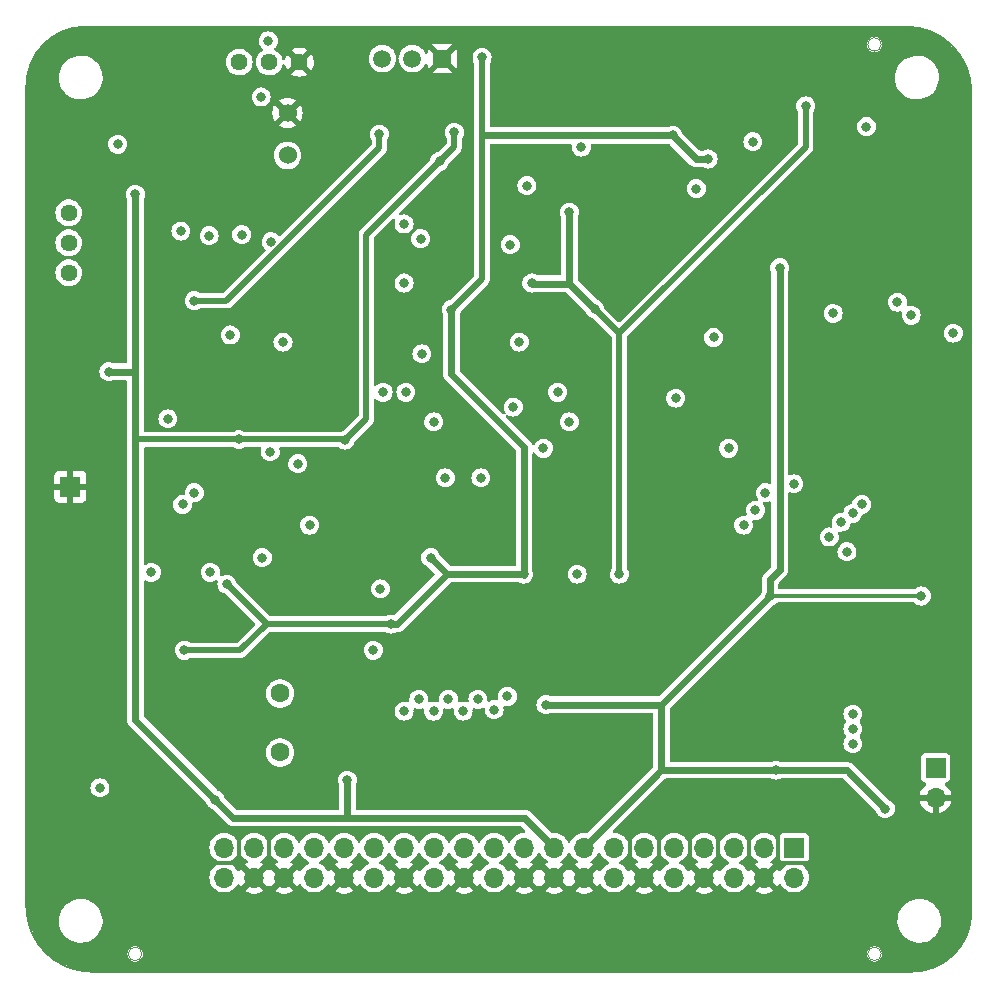
<source format=gbr>
G04 #@! TF.GenerationSoftware,KiCad,Pcbnew,7.0.11*
G04 #@! TF.CreationDate,2025-02-06T22:41:22-08:00*
G04 #@! TF.ProjectId,z3340,7a333334-302e-46b6-9963-61645f706362,0.9*
G04 #@! TF.SameCoordinates,PX5d9f491PY90fcb2f*
G04 #@! TF.FileFunction,Copper,L3,Inr*
G04 #@! TF.FilePolarity,Positive*
%FSLAX46Y46*%
G04 Gerber Fmt 4.6, Leading zero omitted, Abs format (unit mm)*
G04 Created by KiCad (PCBNEW 7.0.11) date 2025-02-06 22:41:22*
%MOMM*%
%LPD*%
G01*
G04 APERTURE LIST*
G04 #@! TA.AperFunction,ComponentPad*
%ADD10C,1.440000*%
G04 #@! TD*
G04 #@! TA.AperFunction,ComponentPad*
%ADD11C,1.524000*%
G04 #@! TD*
G04 #@! TA.AperFunction,ComponentPad*
%ADD12R,1.700000X1.700000*%
G04 #@! TD*
G04 #@! TA.AperFunction,ComponentPad*
%ADD13O,1.700000X1.700000*%
G04 #@! TD*
G04 #@! TA.AperFunction,ComponentPad*
%ADD14R,1.500000X1.500000*%
G04 #@! TD*
G04 #@! TA.AperFunction,ComponentPad*
%ADD15C,1.500000*%
G04 #@! TD*
G04 #@! TA.AperFunction,ComponentPad*
%ADD16C,1.600000*%
G04 #@! TD*
G04 #@! TA.AperFunction,ViaPad*
%ADD17C,0.800000*%
G04 #@! TD*
G04 #@! TA.AperFunction,Conductor*
%ADD18C,0.600000*%
G04 #@! TD*
G04 #@! TA.AperFunction,Conductor*
%ADD19C,0.300000*%
G04 #@! TD*
G04 #@! TA.AperFunction,Conductor*
%ADD20C,0.500000*%
G04 #@! TD*
G04 #@! TA.AperFunction,Profile*
%ADD21C,0.150000*%
G04 #@! TD*
G04 #@! TA.AperFunction,Profile*
%ADD22C,0.050000*%
G04 #@! TD*
G04 APERTURE END LIST*
D10*
X4029999Y65879999D03*
X4029999Y63339999D03*
X4029999Y60799999D03*
X18479999Y78629999D03*
X21019999Y78629999D03*
X23559999Y78629999D03*
D11*
X22562499Y70729999D03*
X22562499Y74329999D03*
D12*
X65454999Y12129999D03*
D13*
X65454999Y9589999D03*
X62914999Y12129999D03*
X62914999Y9589999D03*
X60374999Y12129999D03*
X60374999Y9589999D03*
X57834999Y12129999D03*
X57834999Y9589999D03*
X55294999Y12129999D03*
X55294999Y9589999D03*
X52754999Y12129999D03*
X52754999Y9589999D03*
X50214999Y12129999D03*
X50214999Y9589999D03*
X47674999Y12129999D03*
X47674999Y9589999D03*
X45134999Y12129999D03*
X45134999Y9589999D03*
X42594999Y12129999D03*
X42594999Y9589999D03*
X40054999Y12129999D03*
X40054999Y9589999D03*
X37514999Y12129999D03*
X37514999Y9589999D03*
X34974999Y12129999D03*
X34974999Y9589999D03*
X32434999Y12129999D03*
X32434999Y9589999D03*
X29894999Y12129999D03*
X29894999Y9589999D03*
X27354999Y12129999D03*
X27354999Y9589999D03*
X24814999Y12129999D03*
X24814999Y9589999D03*
X22274999Y12129999D03*
X22274999Y9589999D03*
X19734999Y12129999D03*
X19734999Y9589999D03*
X17194999Y12129999D03*
X17194999Y9589999D03*
D14*
X35679999Y78929999D03*
D15*
X33139999Y78929999D03*
X30599999Y78929999D03*
D12*
X77429999Y18904999D03*
D13*
X77429999Y16364999D03*
D16*
X21929999Y20179999D03*
X21929999Y25179999D03*
D12*
X4179999Y42679999D03*
D17*
X65829999Y48629999D03*
X19329999Y55529999D03*
X52629999Y27629999D03*
X34929999Y19679999D03*
X47929999Y62179999D03*
X48829999Y49229999D03*
X47079999Y56529999D03*
X15679999Y21929999D03*
X15629999Y23979999D03*
X34429999Y29829999D03*
X27329999Y72529999D03*
X19679999Y74304337D03*
X37704999Y70429999D03*
X56179999Y36929999D03*
X31929999Y37179999D03*
X58679999Y52929999D03*
X59429999Y72179999D03*
X33579999Y46279999D03*
X13794999Y75929999D03*
X11029999Y33029999D03*
X57429999Y65429999D03*
X24829999Y29429999D03*
X64829999Y30829999D03*
X11029999Y64629999D03*
X47079999Y54279999D03*
X71829999Y66029999D03*
X4679999Y25179999D03*
X43929999Y15679999D03*
X61679999Y74679999D03*
X61429999Y48679999D03*
X67429999Y46179999D03*
X40079999Y46029999D03*
X27429999Y48229999D03*
X24429999Y36929999D03*
X74929999Y61679999D03*
X69429999Y50679999D03*
X59179999Y74429999D03*
X18929999Y35429999D03*
X18679999Y68179999D03*
X77579999Y65279999D03*
X55929999Y47179999D03*
X14929999Y14429999D03*
X73679999Y49679999D03*
X26429999Y21929999D03*
X41429999Y79179999D03*
X68229999Y58429999D03*
X76179999Y22429999D03*
X9679999Y20679999D03*
X70929999Y56929999D03*
X61679999Y63179999D03*
X71229999Y60529999D03*
X54229999Y43679999D03*
X37929999Y57679999D03*
X18429999Y48179999D03*
X59679999Y67929999D03*
X26029999Y17829999D03*
X68679999Y55429999D03*
X14329999Y24079999D03*
X7429999Y54679999D03*
X67929999Y60179999D03*
X76179999Y52929999D03*
X37629999Y36629999D03*
X66679999Y64179999D03*
X14329999Y21929999D03*
X63929999Y17179999D03*
X56679999Y14429999D03*
X68429999Y73929999D03*
X15794999Y75929999D03*
X14679999Y56929999D03*
X52429999Y74429999D03*
X32429999Y34029999D03*
X7629999Y59829999D03*
X52204999Y35279999D03*
X56579999Y57279999D03*
X73679999Y43929999D03*
X6579999Y46529999D03*
X73679999Y47679999D03*
X73679999Y24679999D03*
X56429999Y20429999D03*
X14929999Y30679999D03*
X42544999Y35279999D03*
X58179999Y70429999D03*
X34679999Y36679999D03*
X55179999Y72429999D03*
X39029999Y79029999D03*
X31304999Y31054999D03*
X13829999Y28829999D03*
X36429999Y57679999D03*
X17429999Y34429999D03*
X14679999Y58429999D03*
X30329999Y72529999D03*
X66429999Y74929999D03*
X18429999Y46679999D03*
X27629999Y17829999D03*
X50654999Y35279999D03*
X27429999Y46629999D03*
X48554999Y57754999D03*
X7429999Y52429999D03*
X35429999Y70229999D03*
X43229999Y59929999D03*
X9679999Y67429999D03*
X46429999Y65929999D03*
X36679999Y72679999D03*
X16429999Y16179999D03*
X63929999Y18679999D03*
X76229999Y33429999D03*
X44434999Y24224999D03*
X73179999Y15429999D03*
X64229999Y61229999D03*
X63429999Y33429999D03*
X6679999Y17179999D03*
X22179999Y54929999D03*
X42179999Y54929999D03*
X20429999Y36679999D03*
X13529999Y64329999D03*
X21104999Y45629999D03*
X15929999Y63929999D03*
X58629999Y55317499D03*
X8179999Y71679999D03*
X70429999Y20929999D03*
X69929999Y37179999D03*
X70429999Y23429999D03*
X70429999Y22179999D03*
X57179999Y67929999D03*
X61960330Y71899668D03*
X20329999Y75679999D03*
X71579999Y73179999D03*
X14679999Y42179999D03*
X63029999Y42179999D03*
X13679999Y41179999D03*
X62179999Y40679999D03*
X24429999Y39429999D03*
X61179999Y39429999D03*
X65429999Y42929999D03*
X23429999Y44629999D03*
X32429999Y59929999D03*
X69429999Y39679999D03*
X16024999Y35429999D03*
X41679999Y49429999D03*
X11029999Y35429999D03*
X17719999Y55529999D03*
X47079999Y35279999D03*
X12429999Y48429999D03*
X35929999Y43429999D03*
X38929999Y43429999D03*
X42829999Y68179999D03*
X78929999Y55679999D03*
X70429999Y40429999D03*
X41429999Y63179999D03*
X34929999Y48179999D03*
X46429999Y48179999D03*
X59904999Y45929999D03*
X44229999Y45929999D03*
X33679999Y24679999D03*
X36179999Y24679999D03*
X38679999Y24679999D03*
X40054999Y23804999D03*
X41179999Y24929999D03*
X74204999Y58304999D03*
X75366714Y57192692D03*
X37429999Y23679999D03*
X34929999Y23679999D03*
X32429999Y23679999D03*
X68429999Y38429999D03*
X55429999Y50179999D03*
X32579999Y50679999D03*
X45429999Y50679999D03*
X68754999Y57354999D03*
X30654999Y50679999D03*
X33929999Y53929999D03*
X47429999Y71429999D03*
X33829999Y63679999D03*
X29829999Y28829999D03*
X30429999Y34029999D03*
X71179999Y41179999D03*
X32429999Y64929999D03*
X18679999Y64029999D03*
X20929999Y80429999D03*
X21179999Y63429999D03*
D18*
X64229999Y61229999D02*
X64229999Y35629999D01*
X64229999Y35629999D02*
X63429999Y34829999D01*
X63429999Y34829999D02*
X63429999Y33429999D01*
D19*
X54029999Y10864999D02*
X54029999Y13629999D01*
X64114999Y11029999D02*
X64114999Y13544999D01*
X57834999Y9589999D02*
X59034999Y10789999D01*
X64114999Y10789999D02*
X64114999Y11029999D01*
X56629999Y10794999D02*
X56629999Y13229999D01*
X62914999Y9589999D02*
X64114999Y10789999D01*
X18494999Y10829999D02*
X15229999Y10829999D01*
X52754999Y9589999D02*
X51554999Y10789999D01*
X19734999Y9589999D02*
X21029999Y10884999D01*
X52754999Y9589999D02*
X54029999Y10864999D01*
X64114999Y11029999D02*
X64314999Y10829999D01*
X57834999Y9589999D02*
X56629999Y10794999D01*
X18494999Y10829999D02*
X18494999Y13364999D01*
X51554999Y10789999D02*
X51554999Y13354999D01*
X59034999Y10789999D02*
X59034999Y13224999D01*
X61629999Y10874999D02*
X61629999Y13429999D01*
X62914999Y9589999D02*
X61629999Y10874999D01*
X21029999Y10884999D02*
X21029999Y13429999D01*
X64314999Y10829999D02*
X67429999Y10829999D01*
X19734999Y9589999D02*
X18494999Y10829999D01*
D18*
X55179999Y72429999D02*
X57179999Y70429999D01*
D20*
X39029999Y72429999D02*
X39029999Y60279999D01*
X39029999Y60279999D02*
X36429999Y57679999D01*
X20804999Y31054999D02*
X18579999Y28829999D01*
D18*
X42594999Y46064999D02*
X36429999Y52229999D01*
X42544999Y35279999D02*
X36079999Y35279999D01*
D20*
X39029999Y79029999D02*
X39029999Y72429999D01*
D18*
X36079999Y35279999D02*
X34679999Y36679999D01*
X36429999Y52229999D02*
X36429999Y57679999D01*
X42594999Y35229999D02*
X42594999Y46064999D01*
X42544999Y35279999D02*
X42594999Y35229999D01*
X57179999Y70429999D02*
X58179999Y70429999D01*
D20*
X18579999Y28829999D02*
X13829999Y28829999D01*
D18*
X55179999Y72429999D02*
X39029999Y72429999D01*
D20*
X31304999Y31054999D02*
X20804999Y31054999D01*
D18*
X36079999Y35279999D02*
X31854999Y31054999D01*
D20*
X20804999Y31054999D02*
X17429999Y34429999D01*
D18*
X31854999Y31054999D02*
X31304999Y31054999D01*
D20*
X30329999Y72529999D02*
X30329999Y71377917D01*
X17382081Y58429999D02*
X14679999Y58429999D01*
X30329999Y71377917D02*
X17382081Y58429999D01*
X48554999Y57754999D02*
X50654999Y55654999D01*
X35429999Y70229999D02*
X36679999Y71479999D01*
D18*
X48554999Y57754999D02*
X46429999Y59879999D01*
X9679999Y52429999D02*
X9679999Y67429999D01*
X27629999Y14629999D02*
X17979999Y14629999D01*
X43279999Y59879999D02*
X46429999Y59879999D01*
D20*
X27379999Y46679999D02*
X27429999Y46629999D01*
D18*
X17979999Y14629999D02*
X16429999Y16179999D01*
X27629999Y17829999D02*
X27629999Y14629999D01*
D20*
X9729999Y46679999D02*
X9679999Y46629999D01*
D18*
X43229999Y59929999D02*
X43279999Y59879999D01*
D20*
X29229999Y64029999D02*
X35429999Y70229999D01*
D18*
X42634999Y14629999D02*
X27629999Y14629999D01*
X9679999Y46629999D02*
X9679999Y52429999D01*
X7429999Y52429999D02*
X9679999Y52429999D01*
D20*
X18429999Y46679999D02*
X27379999Y46679999D01*
X18429999Y46679999D02*
X9729999Y46679999D01*
D18*
X46429999Y59879999D02*
X46429999Y60229999D01*
D20*
X66429999Y71429999D02*
X66429999Y74929999D01*
X36679999Y71479999D02*
X36679999Y72679999D01*
X50654999Y55654999D02*
X66429999Y71429999D01*
D18*
X46429999Y60229999D02*
X46429999Y65929999D01*
X16429999Y16179999D02*
X9679999Y22929999D01*
D20*
X29229999Y48429999D02*
X29229999Y64029999D01*
D18*
X45134999Y12129999D02*
X42634999Y14629999D01*
D20*
X27429999Y46629999D02*
X29229999Y48429999D01*
D18*
X9679999Y22929999D02*
X9679999Y46629999D01*
D20*
X50654999Y35279999D02*
X50654999Y55654999D01*
D18*
X47674999Y12129999D02*
X54224999Y18679999D01*
D19*
X63429999Y33429999D02*
X76229999Y33429999D01*
D18*
X44434999Y24224999D02*
X54224999Y24224999D01*
X63429999Y33429999D02*
X54224999Y24224999D01*
X63929999Y18679999D02*
X69929999Y18679999D01*
X54224999Y18679999D02*
X63929999Y18679999D01*
X54224999Y24224999D02*
X54224999Y18679999D01*
X69929999Y18679999D02*
X73179999Y15429999D01*
G04 #@! TA.AperFunction,Conductor*
G36*
X18533958Y11701899D02*
G01*
X18579193Y11649697D01*
X18647897Y11502360D01*
X18773401Y11323122D01*
X18928122Y11168401D01*
X18928125Y11168399D01*
X19107358Y11042898D01*
X19107359Y11042898D01*
X19107360Y11042897D01*
X19127021Y11033729D01*
X19180306Y10986814D01*
X19199768Y10918537D01*
X19179227Y10850576D01*
X19133742Y10808721D01*
X18989704Y10730772D01*
X18989692Y10730764D01*
X18969310Y10714900D01*
X18969309Y10714899D01*
X19607411Y10076797D01*
X19592684Y10074679D01*
X19461899Y10014951D01*
X19353238Y9920797D01*
X19275506Y9799843D01*
X19250638Y9715150D01*
X18611920Y10353868D01*
X18611919Y10353867D01*
X18536585Y10238560D01*
X18536578Y10238546D01*
X18520381Y10201620D01*
X18474700Y10147271D01*
X18406887Y10126248D01*
X18338473Y10145225D01*
X18291180Y10198176D01*
X18290799Y10198984D01*
X18282099Y10217641D01*
X18156603Y10396868D01*
X18156600Y10396872D01*
X18156597Y10396876D01*
X18001876Y10551597D01*
X17822638Y10677101D01*
X17675301Y10745805D01*
X17622018Y10792721D01*
X17602557Y10860998D01*
X17623099Y10928958D01*
X17675301Y10974194D01*
X17822638Y11042897D01*
X18001876Y11168401D01*
X18156597Y11323122D01*
X18282101Y11502360D01*
X18350804Y11649697D01*
X18397721Y11702980D01*
X18465998Y11722441D01*
X18533958Y11701899D01*
G37*
G04 #@! TD.AperFunction*
G04 #@! TA.AperFunction,Conductor*
G36*
X21073958Y11701899D02*
G01*
X21119193Y11649697D01*
X21187897Y11502360D01*
X21313401Y11323122D01*
X21468122Y11168401D01*
X21468125Y11168399D01*
X21647358Y11042898D01*
X21647359Y11042898D01*
X21647360Y11042897D01*
X21667021Y11033729D01*
X21720306Y10986814D01*
X21739768Y10918537D01*
X21719227Y10850576D01*
X21673742Y10808721D01*
X21529704Y10730772D01*
X21529692Y10730764D01*
X21509310Y10714900D01*
X21509309Y10714899D01*
X22147411Y10076797D01*
X22132684Y10074679D01*
X22001899Y10014951D01*
X21893238Y9920797D01*
X21815506Y9799843D01*
X21790638Y9715150D01*
X21151920Y10353868D01*
X21151919Y10353867D01*
X21110481Y10290441D01*
X21056478Y10244352D01*
X20986130Y10234777D01*
X20921772Y10264754D01*
X20899515Y10290441D01*
X20858077Y10353867D01*
X20219359Y9715151D01*
X20194492Y9799843D01*
X20116760Y9920797D01*
X20008099Y10014951D01*
X19877314Y10074679D01*
X19862585Y10076797D01*
X20500687Y10714899D01*
X20500686Y10714900D01*
X20480307Y10730762D01*
X20480302Y10730765D01*
X20336255Y10808720D01*
X20285865Y10858734D01*
X20270513Y10928051D01*
X20295074Y10994664D01*
X20342975Y11033729D01*
X20362638Y11042897D01*
X20541876Y11168401D01*
X20696597Y11323122D01*
X20822101Y11502360D01*
X20890804Y11649697D01*
X20937721Y11702980D01*
X21005998Y11722441D01*
X21073958Y11701899D01*
G37*
G04 #@! TD.AperFunction*
G04 #@! TA.AperFunction,Conductor*
G36*
X26153958Y11701899D02*
G01*
X26199193Y11649697D01*
X26267897Y11502360D01*
X26393401Y11323122D01*
X26548122Y11168401D01*
X26548125Y11168399D01*
X26727358Y11042898D01*
X26727359Y11042898D01*
X26727360Y11042897D01*
X26747021Y11033729D01*
X26800306Y10986814D01*
X26819768Y10918537D01*
X26799227Y10850576D01*
X26753742Y10808721D01*
X26609704Y10730772D01*
X26609692Y10730764D01*
X26589310Y10714900D01*
X26589309Y10714899D01*
X27227411Y10076797D01*
X27212684Y10074679D01*
X27081899Y10014951D01*
X26973238Y9920797D01*
X26895506Y9799843D01*
X26870638Y9715150D01*
X26231920Y10353868D01*
X26231919Y10353867D01*
X26156585Y10238560D01*
X26156578Y10238546D01*
X26140381Y10201620D01*
X26094700Y10147271D01*
X26026887Y10126248D01*
X25958473Y10145225D01*
X25911180Y10198176D01*
X25910799Y10198984D01*
X25902099Y10217641D01*
X25776603Y10396868D01*
X25776600Y10396872D01*
X25776597Y10396876D01*
X25621876Y10551597D01*
X25442638Y10677101D01*
X25295301Y10745805D01*
X25242018Y10792721D01*
X25222557Y10860998D01*
X25243099Y10928958D01*
X25295301Y10974194D01*
X25442638Y11042897D01*
X25621876Y11168401D01*
X25776597Y11323122D01*
X25902101Y11502360D01*
X25970804Y11649697D01*
X26017721Y11702980D01*
X26085998Y11722441D01*
X26153958Y11701899D01*
G37*
G04 #@! TD.AperFunction*
G04 #@! TA.AperFunction,Conductor*
G36*
X31233958Y11701899D02*
G01*
X31279193Y11649697D01*
X31347897Y11502360D01*
X31473401Y11323122D01*
X31628122Y11168401D01*
X31628125Y11168399D01*
X31807358Y11042898D01*
X31807359Y11042898D01*
X31807360Y11042897D01*
X31827021Y11033729D01*
X31880306Y10986814D01*
X31899768Y10918537D01*
X31879227Y10850576D01*
X31833742Y10808721D01*
X31689704Y10730772D01*
X31689692Y10730764D01*
X31669310Y10714900D01*
X31669309Y10714899D01*
X32307411Y10076797D01*
X32292684Y10074679D01*
X32161899Y10014951D01*
X32053238Y9920797D01*
X31975506Y9799843D01*
X31950638Y9715150D01*
X31311920Y10353868D01*
X31311919Y10353867D01*
X31236585Y10238560D01*
X31236578Y10238546D01*
X31220381Y10201620D01*
X31174700Y10147271D01*
X31106887Y10126248D01*
X31038473Y10145225D01*
X30991180Y10198176D01*
X30990799Y10198984D01*
X30982099Y10217641D01*
X30856603Y10396868D01*
X30856600Y10396872D01*
X30856597Y10396876D01*
X30701876Y10551597D01*
X30522638Y10677101D01*
X30375301Y10745805D01*
X30322018Y10792721D01*
X30302557Y10860998D01*
X30323099Y10928958D01*
X30375301Y10974194D01*
X30522638Y11042897D01*
X30701876Y11168401D01*
X30856597Y11323122D01*
X30982101Y11502360D01*
X31050804Y11649697D01*
X31097721Y11702980D01*
X31165998Y11722441D01*
X31233958Y11701899D01*
G37*
G04 #@! TD.AperFunction*
G04 #@! TA.AperFunction,Conductor*
G36*
X36313958Y11701899D02*
G01*
X36359193Y11649697D01*
X36427897Y11502360D01*
X36553401Y11323122D01*
X36708122Y11168401D01*
X36708125Y11168399D01*
X36887358Y11042898D01*
X36887359Y11042898D01*
X36887360Y11042897D01*
X36907021Y11033729D01*
X36960306Y10986814D01*
X36979768Y10918537D01*
X36959227Y10850576D01*
X36913742Y10808721D01*
X36769704Y10730772D01*
X36769692Y10730764D01*
X36749310Y10714900D01*
X36749309Y10714899D01*
X37387411Y10076797D01*
X37372684Y10074679D01*
X37241899Y10014951D01*
X37133238Y9920797D01*
X37055506Y9799843D01*
X37030638Y9715150D01*
X36391920Y10353868D01*
X36391919Y10353867D01*
X36316585Y10238560D01*
X36316578Y10238546D01*
X36300381Y10201620D01*
X36254700Y10147271D01*
X36186887Y10126248D01*
X36118473Y10145225D01*
X36071180Y10198176D01*
X36070799Y10198984D01*
X36062099Y10217641D01*
X35936603Y10396868D01*
X35936600Y10396872D01*
X35936597Y10396876D01*
X35781876Y10551597D01*
X35602638Y10677101D01*
X35455301Y10745805D01*
X35402018Y10792721D01*
X35382557Y10860998D01*
X35403099Y10928958D01*
X35455301Y10974194D01*
X35602638Y11042897D01*
X35781876Y11168401D01*
X35936597Y11323122D01*
X36062101Y11502360D01*
X36130804Y11649697D01*
X36177721Y11702980D01*
X36245998Y11722441D01*
X36313958Y11701899D01*
G37*
G04 #@! TD.AperFunction*
G04 #@! TA.AperFunction,Conductor*
G36*
X41393958Y11701899D02*
G01*
X41439193Y11649697D01*
X41507897Y11502360D01*
X41633401Y11323122D01*
X41788122Y11168401D01*
X41788125Y11168399D01*
X41967358Y11042898D01*
X41967359Y11042898D01*
X41967360Y11042897D01*
X41987021Y11033729D01*
X42040306Y10986814D01*
X42059768Y10918537D01*
X42039227Y10850576D01*
X41993742Y10808721D01*
X41849704Y10730772D01*
X41849692Y10730764D01*
X41829310Y10714900D01*
X41829309Y10714899D01*
X42467411Y10076797D01*
X42452684Y10074679D01*
X42321899Y10014951D01*
X42213238Y9920797D01*
X42135506Y9799843D01*
X42110638Y9715150D01*
X41471920Y10353868D01*
X41471919Y10353867D01*
X41396585Y10238560D01*
X41396578Y10238546D01*
X41380381Y10201620D01*
X41334700Y10147271D01*
X41266887Y10126248D01*
X41198473Y10145225D01*
X41151180Y10198176D01*
X41150799Y10198984D01*
X41142099Y10217641D01*
X41016603Y10396868D01*
X41016600Y10396872D01*
X41016597Y10396876D01*
X40861876Y10551597D01*
X40682638Y10677101D01*
X40535301Y10745805D01*
X40482018Y10792721D01*
X40462557Y10860998D01*
X40483099Y10928958D01*
X40535301Y10974194D01*
X40682638Y11042897D01*
X40861876Y11168401D01*
X41016597Y11323122D01*
X41142101Y11502360D01*
X41210804Y11649697D01*
X41257721Y11702980D01*
X41325998Y11722441D01*
X41393958Y11701899D01*
G37*
G04 #@! TD.AperFunction*
G04 #@! TA.AperFunction,Conductor*
G36*
X43933958Y11701899D02*
G01*
X43979193Y11649697D01*
X44047897Y11502360D01*
X44173401Y11323122D01*
X44328122Y11168401D01*
X44328125Y11168399D01*
X44507358Y11042898D01*
X44507359Y11042898D01*
X44507360Y11042897D01*
X44527021Y11033729D01*
X44580306Y10986814D01*
X44599768Y10918537D01*
X44579227Y10850576D01*
X44533742Y10808721D01*
X44389704Y10730772D01*
X44389692Y10730764D01*
X44369310Y10714900D01*
X44369309Y10714899D01*
X45007411Y10076797D01*
X44992684Y10074679D01*
X44861899Y10014951D01*
X44753238Y9920797D01*
X44675506Y9799843D01*
X44650638Y9715150D01*
X44011920Y10353868D01*
X44011919Y10353867D01*
X43970481Y10290441D01*
X43916478Y10244352D01*
X43846130Y10234777D01*
X43781772Y10264754D01*
X43759515Y10290441D01*
X43718077Y10353867D01*
X43079359Y9715151D01*
X43054492Y9799843D01*
X42976760Y9920797D01*
X42868099Y10014951D01*
X42737314Y10074679D01*
X42722585Y10076797D01*
X43360687Y10714899D01*
X43360686Y10714900D01*
X43340307Y10730762D01*
X43340302Y10730765D01*
X43196255Y10808720D01*
X43145865Y10858734D01*
X43130513Y10928051D01*
X43155074Y10994664D01*
X43202975Y11033729D01*
X43222638Y11042897D01*
X43401876Y11168401D01*
X43556597Y11323122D01*
X43682101Y11502360D01*
X43750804Y11649697D01*
X43797721Y11702980D01*
X43865998Y11722441D01*
X43933958Y11701899D01*
G37*
G04 #@! TD.AperFunction*
G04 #@! TA.AperFunction,Conductor*
G36*
X46473958Y11701899D02*
G01*
X46519193Y11649697D01*
X46587897Y11502360D01*
X46713401Y11323122D01*
X46868122Y11168401D01*
X46868125Y11168399D01*
X47047358Y11042898D01*
X47047359Y11042898D01*
X47047360Y11042897D01*
X47067021Y11033729D01*
X47120306Y10986814D01*
X47139768Y10918537D01*
X47119227Y10850576D01*
X47073742Y10808721D01*
X46929704Y10730772D01*
X46929692Y10730764D01*
X46909310Y10714900D01*
X46909309Y10714899D01*
X47547411Y10076797D01*
X47532684Y10074679D01*
X47401899Y10014951D01*
X47293238Y9920797D01*
X47215506Y9799843D01*
X47190638Y9715150D01*
X46551920Y10353868D01*
X46551919Y10353867D01*
X46510481Y10290441D01*
X46456478Y10244352D01*
X46386130Y10234777D01*
X46321772Y10264754D01*
X46299515Y10290441D01*
X46258077Y10353867D01*
X45619359Y9715151D01*
X45594492Y9799843D01*
X45516760Y9920797D01*
X45408099Y10014951D01*
X45277314Y10074679D01*
X45262585Y10076797D01*
X45900687Y10714899D01*
X45900686Y10714900D01*
X45880307Y10730762D01*
X45880302Y10730765D01*
X45736255Y10808720D01*
X45685865Y10858734D01*
X45670513Y10928051D01*
X45695074Y10994664D01*
X45742975Y11033729D01*
X45762638Y11042897D01*
X45941876Y11168401D01*
X46096597Y11323122D01*
X46222101Y11502360D01*
X46290804Y11649697D01*
X46337721Y11702980D01*
X46405998Y11722441D01*
X46473958Y11701899D01*
G37*
G04 #@! TD.AperFunction*
G04 #@! TA.AperFunction,Conductor*
G36*
X51553958Y11701899D02*
G01*
X51599193Y11649697D01*
X51667897Y11502360D01*
X51793401Y11323122D01*
X51948122Y11168401D01*
X51948125Y11168399D01*
X52127358Y11042898D01*
X52127359Y11042898D01*
X52127360Y11042897D01*
X52147021Y11033729D01*
X52200306Y10986814D01*
X52219768Y10918537D01*
X52199227Y10850576D01*
X52153742Y10808721D01*
X52009704Y10730772D01*
X52009692Y10730764D01*
X51989310Y10714900D01*
X51989309Y10714899D01*
X52627411Y10076797D01*
X52612684Y10074679D01*
X52481899Y10014951D01*
X52373238Y9920797D01*
X52295506Y9799843D01*
X52270638Y9715150D01*
X51631920Y10353868D01*
X51631919Y10353867D01*
X51556585Y10238560D01*
X51556578Y10238546D01*
X51540381Y10201620D01*
X51494700Y10147271D01*
X51426887Y10126248D01*
X51358473Y10145225D01*
X51311180Y10198176D01*
X51310799Y10198984D01*
X51302099Y10217641D01*
X51176603Y10396868D01*
X51176600Y10396872D01*
X51176597Y10396876D01*
X51021876Y10551597D01*
X50842638Y10677101D01*
X50695301Y10745805D01*
X50642018Y10792721D01*
X50622557Y10860998D01*
X50643099Y10928958D01*
X50695301Y10974194D01*
X50842638Y11042897D01*
X51021876Y11168401D01*
X51176597Y11323122D01*
X51302101Y11502360D01*
X51370804Y11649697D01*
X51417721Y11702980D01*
X51485998Y11722441D01*
X51553958Y11701899D01*
G37*
G04 #@! TD.AperFunction*
G04 #@! TA.AperFunction,Conductor*
G36*
X56633958Y11701899D02*
G01*
X56679193Y11649697D01*
X56747897Y11502360D01*
X56873401Y11323122D01*
X57028122Y11168401D01*
X57028125Y11168399D01*
X57207358Y11042898D01*
X57207359Y11042898D01*
X57207360Y11042897D01*
X57227021Y11033729D01*
X57280306Y10986814D01*
X57299768Y10918537D01*
X57279227Y10850576D01*
X57233742Y10808721D01*
X57089704Y10730772D01*
X57089692Y10730764D01*
X57069310Y10714900D01*
X57069309Y10714899D01*
X57707411Y10076797D01*
X57692684Y10074679D01*
X57561899Y10014951D01*
X57453238Y9920797D01*
X57375506Y9799843D01*
X57350638Y9715150D01*
X56711920Y10353868D01*
X56711919Y10353867D01*
X56636585Y10238560D01*
X56636578Y10238546D01*
X56620381Y10201620D01*
X56574700Y10147271D01*
X56506887Y10126248D01*
X56438473Y10145225D01*
X56391180Y10198176D01*
X56390799Y10198984D01*
X56382099Y10217641D01*
X56256603Y10396868D01*
X56256600Y10396872D01*
X56256597Y10396876D01*
X56101876Y10551597D01*
X55922638Y10677101D01*
X55775301Y10745805D01*
X55722018Y10792721D01*
X55702557Y10860998D01*
X55723099Y10928958D01*
X55775301Y10974194D01*
X55922638Y11042897D01*
X56101876Y11168401D01*
X56256597Y11323122D01*
X56382101Y11502360D01*
X56450804Y11649697D01*
X56497721Y11702980D01*
X56565998Y11722441D01*
X56633958Y11701899D01*
G37*
G04 #@! TD.AperFunction*
G04 #@! TA.AperFunction,Conductor*
G36*
X61713958Y11701899D02*
G01*
X61759193Y11649697D01*
X61827897Y11502360D01*
X61953401Y11323122D01*
X62108122Y11168401D01*
X62108125Y11168399D01*
X62287358Y11042898D01*
X62287359Y11042898D01*
X62287360Y11042897D01*
X62307021Y11033729D01*
X62360306Y10986814D01*
X62379768Y10918537D01*
X62359227Y10850576D01*
X62313742Y10808721D01*
X62169704Y10730772D01*
X62169692Y10730764D01*
X62149310Y10714900D01*
X62149309Y10714899D01*
X62787411Y10076797D01*
X62772684Y10074679D01*
X62641899Y10014951D01*
X62533238Y9920797D01*
X62455506Y9799843D01*
X62430638Y9715150D01*
X61791920Y10353868D01*
X61791919Y10353867D01*
X61716585Y10238560D01*
X61716578Y10238546D01*
X61700381Y10201620D01*
X61654700Y10147271D01*
X61586887Y10126248D01*
X61518473Y10145225D01*
X61471180Y10198176D01*
X61470799Y10198984D01*
X61462099Y10217641D01*
X61336603Y10396868D01*
X61336600Y10396872D01*
X61336597Y10396876D01*
X61181876Y10551597D01*
X61002638Y10677101D01*
X60855301Y10745805D01*
X60802018Y10792721D01*
X60782557Y10860998D01*
X60803099Y10928958D01*
X60855301Y10974194D01*
X61002638Y11042897D01*
X61181876Y11168401D01*
X61336597Y11323122D01*
X61462101Y11502360D01*
X61530804Y11649697D01*
X61577721Y11702980D01*
X61645998Y11722441D01*
X61713958Y11701899D01*
G37*
G04 #@! TD.AperFunction*
G04 #@! TA.AperFunction,Conductor*
G36*
X23613958Y11701899D02*
G01*
X23659193Y11649697D01*
X23727897Y11502360D01*
X23853401Y11323122D01*
X24008122Y11168401D01*
X24187360Y11042897D01*
X24326484Y10978023D01*
X24334694Y10974194D01*
X24387979Y10927277D01*
X24407440Y10858999D01*
X24386898Y10791039D01*
X24334694Y10745804D01*
X24187357Y10677100D01*
X24008130Y10551604D01*
X24008119Y10551595D01*
X23853403Y10396879D01*
X23853394Y10396868D01*
X23727898Y10217641D01*
X23727897Y10217639D01*
X23719196Y10198980D01*
X23672277Y10145697D01*
X23603999Y10126238D01*
X23536040Y10146782D01*
X23489976Y10200806D01*
X23489615Y10201622D01*
X23473418Y10238549D01*
X23398076Y10353867D01*
X22759359Y9715151D01*
X22734492Y9799843D01*
X22656760Y9920797D01*
X22548099Y10014951D01*
X22417314Y10074679D01*
X22402585Y10076797D01*
X23040687Y10714899D01*
X23040686Y10714900D01*
X23020307Y10730762D01*
X23020302Y10730765D01*
X22876255Y10808720D01*
X22825865Y10858734D01*
X22810513Y10928051D01*
X22835074Y10994664D01*
X22882975Y11033729D01*
X22902638Y11042897D01*
X23081876Y11168401D01*
X23236597Y11323122D01*
X23362101Y11502360D01*
X23430804Y11649697D01*
X23477721Y11702980D01*
X23545998Y11722441D01*
X23613958Y11701899D01*
G37*
G04 #@! TD.AperFunction*
G04 #@! TA.AperFunction,Conductor*
G36*
X28693958Y11701899D02*
G01*
X28739193Y11649697D01*
X28807897Y11502360D01*
X28933401Y11323122D01*
X29088122Y11168401D01*
X29267360Y11042897D01*
X29406484Y10978023D01*
X29414694Y10974194D01*
X29467979Y10927277D01*
X29487440Y10858999D01*
X29466898Y10791039D01*
X29414694Y10745804D01*
X29267357Y10677100D01*
X29088130Y10551604D01*
X29088119Y10551595D01*
X28933403Y10396879D01*
X28933394Y10396868D01*
X28807898Y10217641D01*
X28807897Y10217639D01*
X28799196Y10198980D01*
X28752277Y10145697D01*
X28683999Y10126238D01*
X28616040Y10146782D01*
X28569976Y10200806D01*
X28569615Y10201622D01*
X28553418Y10238549D01*
X28478076Y10353867D01*
X27839359Y9715151D01*
X27814492Y9799843D01*
X27736760Y9920797D01*
X27628099Y10014951D01*
X27497314Y10074679D01*
X27482585Y10076797D01*
X28120687Y10714899D01*
X28120686Y10714900D01*
X28100307Y10730762D01*
X28100302Y10730765D01*
X27956255Y10808720D01*
X27905865Y10858734D01*
X27890513Y10928051D01*
X27915074Y10994664D01*
X27962975Y11033729D01*
X27982638Y11042897D01*
X28161876Y11168401D01*
X28316597Y11323122D01*
X28442101Y11502360D01*
X28510804Y11649697D01*
X28557721Y11702980D01*
X28625998Y11722441D01*
X28693958Y11701899D01*
G37*
G04 #@! TD.AperFunction*
G04 #@! TA.AperFunction,Conductor*
G36*
X33773958Y11701899D02*
G01*
X33819193Y11649697D01*
X33887897Y11502360D01*
X34013401Y11323122D01*
X34168122Y11168401D01*
X34347360Y11042897D01*
X34486484Y10978023D01*
X34494694Y10974194D01*
X34547979Y10927277D01*
X34567440Y10858999D01*
X34546898Y10791039D01*
X34494694Y10745804D01*
X34347357Y10677100D01*
X34168130Y10551604D01*
X34168119Y10551595D01*
X34013403Y10396879D01*
X34013394Y10396868D01*
X33887898Y10217641D01*
X33887897Y10217639D01*
X33879196Y10198980D01*
X33832277Y10145697D01*
X33763999Y10126238D01*
X33696040Y10146782D01*
X33649976Y10200806D01*
X33649615Y10201622D01*
X33633418Y10238549D01*
X33558076Y10353867D01*
X32919359Y9715151D01*
X32894492Y9799843D01*
X32816760Y9920797D01*
X32708099Y10014951D01*
X32577314Y10074679D01*
X32562585Y10076797D01*
X33200687Y10714899D01*
X33200686Y10714900D01*
X33180307Y10730762D01*
X33180302Y10730765D01*
X33036255Y10808720D01*
X32985865Y10858734D01*
X32970513Y10928051D01*
X32995074Y10994664D01*
X33042975Y11033729D01*
X33062638Y11042897D01*
X33241876Y11168401D01*
X33396597Y11323122D01*
X33522101Y11502360D01*
X33590804Y11649697D01*
X33637721Y11702980D01*
X33705998Y11722441D01*
X33773958Y11701899D01*
G37*
G04 #@! TD.AperFunction*
G04 #@! TA.AperFunction,Conductor*
G36*
X38853958Y11701899D02*
G01*
X38899193Y11649697D01*
X38967897Y11502360D01*
X39093401Y11323122D01*
X39248122Y11168401D01*
X39427360Y11042897D01*
X39566484Y10978023D01*
X39574694Y10974194D01*
X39627979Y10927277D01*
X39647440Y10858999D01*
X39626898Y10791039D01*
X39574694Y10745804D01*
X39427357Y10677100D01*
X39248130Y10551604D01*
X39248119Y10551595D01*
X39093403Y10396879D01*
X39093394Y10396868D01*
X38967898Y10217641D01*
X38967897Y10217639D01*
X38959196Y10198980D01*
X38912277Y10145697D01*
X38843999Y10126238D01*
X38776040Y10146782D01*
X38729976Y10200806D01*
X38729615Y10201622D01*
X38713418Y10238549D01*
X38638076Y10353867D01*
X37999359Y9715151D01*
X37974492Y9799843D01*
X37896760Y9920797D01*
X37788099Y10014951D01*
X37657314Y10074679D01*
X37642585Y10076797D01*
X38280687Y10714899D01*
X38280686Y10714900D01*
X38260307Y10730762D01*
X38260302Y10730765D01*
X38116255Y10808720D01*
X38065865Y10858734D01*
X38050513Y10928051D01*
X38075074Y10994664D01*
X38122975Y11033729D01*
X38142638Y11042897D01*
X38321876Y11168401D01*
X38476597Y11323122D01*
X38602101Y11502360D01*
X38670804Y11649697D01*
X38717721Y11702980D01*
X38785998Y11722441D01*
X38853958Y11701899D01*
G37*
G04 #@! TD.AperFunction*
G04 #@! TA.AperFunction,Conductor*
G36*
X49013958Y11701899D02*
G01*
X49059193Y11649697D01*
X49127897Y11502360D01*
X49253401Y11323122D01*
X49408122Y11168401D01*
X49587360Y11042897D01*
X49726484Y10978023D01*
X49734694Y10974194D01*
X49787979Y10927277D01*
X49807440Y10858999D01*
X49786898Y10791039D01*
X49734694Y10745804D01*
X49587357Y10677100D01*
X49408130Y10551604D01*
X49408119Y10551595D01*
X49253403Y10396879D01*
X49253394Y10396868D01*
X49127898Y10217641D01*
X49127897Y10217639D01*
X49119196Y10198980D01*
X49072277Y10145697D01*
X49003999Y10126238D01*
X48936040Y10146782D01*
X48889976Y10200806D01*
X48889615Y10201622D01*
X48873418Y10238549D01*
X48798076Y10353867D01*
X48159359Y9715151D01*
X48134492Y9799843D01*
X48056760Y9920797D01*
X47948099Y10014951D01*
X47817314Y10074679D01*
X47802585Y10076797D01*
X48440687Y10714899D01*
X48440686Y10714900D01*
X48420307Y10730762D01*
X48420302Y10730765D01*
X48276255Y10808720D01*
X48225865Y10858734D01*
X48210513Y10928051D01*
X48235074Y10994664D01*
X48282975Y11033729D01*
X48302638Y11042897D01*
X48481876Y11168401D01*
X48636597Y11323122D01*
X48762101Y11502360D01*
X48830804Y11649697D01*
X48877721Y11702980D01*
X48945998Y11722441D01*
X49013958Y11701899D01*
G37*
G04 #@! TD.AperFunction*
G04 #@! TA.AperFunction,Conductor*
G36*
X54093958Y11701899D02*
G01*
X54139193Y11649697D01*
X54207897Y11502360D01*
X54333401Y11323122D01*
X54488122Y11168401D01*
X54667360Y11042897D01*
X54806484Y10978023D01*
X54814694Y10974194D01*
X54867979Y10927277D01*
X54887440Y10858999D01*
X54866898Y10791039D01*
X54814694Y10745804D01*
X54667357Y10677100D01*
X54488130Y10551604D01*
X54488119Y10551595D01*
X54333403Y10396879D01*
X54333394Y10396868D01*
X54207898Y10217641D01*
X54207897Y10217639D01*
X54199196Y10198980D01*
X54152277Y10145697D01*
X54083999Y10126238D01*
X54016040Y10146782D01*
X53969976Y10200806D01*
X53969615Y10201622D01*
X53953418Y10238549D01*
X53878076Y10353867D01*
X53239359Y9715151D01*
X53214492Y9799843D01*
X53136760Y9920797D01*
X53028099Y10014951D01*
X52897314Y10074679D01*
X52882585Y10076797D01*
X53520687Y10714899D01*
X53520686Y10714900D01*
X53500307Y10730762D01*
X53500302Y10730765D01*
X53356255Y10808720D01*
X53305865Y10858734D01*
X53290513Y10928051D01*
X53315074Y10994664D01*
X53362975Y11033729D01*
X53382638Y11042897D01*
X53561876Y11168401D01*
X53716597Y11323122D01*
X53842101Y11502360D01*
X53910804Y11649697D01*
X53957721Y11702980D01*
X54025998Y11722441D01*
X54093958Y11701899D01*
G37*
G04 #@! TD.AperFunction*
G04 #@! TA.AperFunction,Conductor*
G36*
X59173958Y11701899D02*
G01*
X59219193Y11649697D01*
X59287897Y11502360D01*
X59413401Y11323122D01*
X59568122Y11168401D01*
X59747360Y11042897D01*
X59886484Y10978023D01*
X59894694Y10974194D01*
X59947979Y10927277D01*
X59967440Y10858999D01*
X59946898Y10791039D01*
X59894694Y10745804D01*
X59747357Y10677100D01*
X59568130Y10551604D01*
X59568119Y10551595D01*
X59413403Y10396879D01*
X59413394Y10396868D01*
X59287898Y10217641D01*
X59287897Y10217639D01*
X59279196Y10198980D01*
X59232277Y10145697D01*
X59163999Y10126238D01*
X59096040Y10146782D01*
X59049976Y10200806D01*
X59049615Y10201622D01*
X59033418Y10238549D01*
X58958076Y10353867D01*
X58319359Y9715151D01*
X58294492Y9799843D01*
X58216760Y9920797D01*
X58108099Y10014951D01*
X57977314Y10074679D01*
X57962585Y10076797D01*
X58600687Y10714899D01*
X58600686Y10714900D01*
X58580307Y10730762D01*
X58580302Y10730765D01*
X58436255Y10808720D01*
X58385865Y10858734D01*
X58370513Y10928051D01*
X58395074Y10994664D01*
X58442975Y11033729D01*
X58462638Y11042897D01*
X58641876Y11168401D01*
X58796597Y11323122D01*
X58922101Y11502360D01*
X58990804Y11649697D01*
X59037721Y11702980D01*
X59105998Y11722441D01*
X59173958Y11701899D01*
G37*
G04 #@! TD.AperFunction*
G04 #@! TA.AperFunction,Conductor*
G36*
X64164722Y11483673D02*
G01*
X64200708Y11422472D01*
X64204499Y11391796D01*
X64204499Y11248483D01*
X64219352Y11154697D01*
X64276948Y11041657D01*
X64366656Y10951949D01*
X64405298Y10932261D01*
X64479695Y10894353D01*
X64573480Y10879499D01*
X64716795Y10879500D01*
X64784913Y10859498D01*
X64831406Y10805843D01*
X64841511Y10735569D01*
X64812018Y10670988D01*
X64789064Y10650287D01*
X64648125Y10551600D01*
X64648119Y10551595D01*
X64493403Y10396879D01*
X64493394Y10396868D01*
X64367898Y10217641D01*
X64367897Y10217639D01*
X64359196Y10198980D01*
X64312277Y10145697D01*
X64243999Y10126238D01*
X64176040Y10146782D01*
X64129976Y10200806D01*
X64129615Y10201622D01*
X64113418Y10238549D01*
X64038076Y10353867D01*
X63399359Y9715151D01*
X63374492Y9799843D01*
X63296760Y9920797D01*
X63188099Y10014951D01*
X63057314Y10074679D01*
X63042585Y10076797D01*
X63680687Y10714899D01*
X63680686Y10714900D01*
X63660307Y10730762D01*
X63660302Y10730765D01*
X63516255Y10808720D01*
X63465865Y10858734D01*
X63450513Y10928051D01*
X63475074Y10994664D01*
X63522975Y11033729D01*
X63542638Y11042897D01*
X63721876Y11168401D01*
X63876597Y11323122D01*
X63975288Y11464068D01*
X64030742Y11508394D01*
X64101362Y11515703D01*
X64164722Y11483673D01*
G37*
G04 #@! TD.AperFunction*
G04 #@! TA.AperFunction,Conductor*
G36*
X74957610Y81554391D02*
G01*
X75397759Y81536187D01*
X75408108Y81535330D01*
X75842673Y81481161D01*
X75852937Y81479448D01*
X76281543Y81389579D01*
X76291611Y81387030D01*
X76711350Y81262068D01*
X76721182Y81258692D01*
X77129137Y81099507D01*
X77138674Y81095324D01*
X77532093Y80902993D01*
X77541251Y80898037D01*
X77917438Y80673879D01*
X77926157Y80668183D01*
X78282559Y80413717D01*
X78290766Y80407330D01*
X78624953Y80124287D01*
X78632601Y80117245D01*
X78942244Y79807602D01*
X78949287Y79799953D01*
X79232326Y79465770D01*
X79238716Y79457560D01*
X79493182Y79101158D01*
X79498878Y79092439D01*
X79723036Y78716252D01*
X79727992Y78707094D01*
X79920323Y78313675D01*
X79924506Y78304138D01*
X80083688Y77896192D01*
X80087070Y77886342D01*
X80212025Y77466626D01*
X80214581Y77456531D01*
X80304446Y77027942D01*
X80306160Y77017670D01*
X80360327Y76583123D01*
X80361187Y76572745D01*
X80379391Y76132611D01*
X80379499Y76127404D01*
X80379499Y6632747D01*
X80379379Y6627251D01*
X80360999Y6206297D01*
X80360041Y6195347D01*
X80305402Y5780321D01*
X80303493Y5769496D01*
X80212891Y5360818D01*
X80210046Y5350200D01*
X80084170Y4950973D01*
X80080411Y4940644D01*
X79920214Y4553892D01*
X79915568Y4543930D01*
X79722283Y4172633D01*
X79716787Y4163113D01*
X79491872Y3810067D01*
X79485568Y3801063D01*
X79230734Y3468957D01*
X79223668Y3460537D01*
X78940862Y3151909D01*
X78933089Y3144136D01*
X78624461Y2861330D01*
X78616041Y2854264D01*
X78283935Y2599430D01*
X78274931Y2593126D01*
X77921885Y2368211D01*
X77912365Y2362715D01*
X77541068Y2169430D01*
X77531106Y2164784D01*
X77144354Y2004587D01*
X77134025Y2000828D01*
X76734798Y1874952D01*
X76724180Y1872107D01*
X76315502Y1781505D01*
X76304677Y1779596D01*
X75889651Y1724957D01*
X75878701Y1723999D01*
X75457747Y1705619D01*
X75452251Y1705499D01*
X5957595Y1705499D01*
X5952388Y1705607D01*
X5512253Y1723811D01*
X5501875Y1724671D01*
X5067328Y1778838D01*
X5057056Y1780552D01*
X4628467Y1870417D01*
X4618372Y1872973D01*
X4198656Y1997928D01*
X4188806Y2001310D01*
X3780860Y2160492D01*
X3771323Y2164675D01*
X3377904Y2357006D01*
X3368746Y2361962D01*
X2992559Y2586120D01*
X2983840Y2591816D01*
X2627438Y2846282D01*
X2619228Y2852672D01*
X2291791Y3129997D01*
X8998714Y3129997D01*
X9017782Y2972945D01*
X9017784Y2972938D01*
X9063393Y2852678D01*
X9073887Y2825008D01*
X9163763Y2694802D01*
X9282187Y2589887D01*
X9282188Y2589887D01*
X9282190Y2589885D01*
X9289364Y2586120D01*
X9422277Y2516362D01*
X9575893Y2478499D01*
X9575894Y2478499D01*
X9734104Y2478499D01*
X9734105Y2478499D01*
X9887721Y2516362D01*
X10027811Y2589887D01*
X10146235Y2694802D01*
X10236111Y2825008D01*
X10292214Y2972940D01*
X10311284Y3129997D01*
X71598714Y3129997D01*
X71617782Y2972945D01*
X71617784Y2972938D01*
X71663393Y2852678D01*
X71673887Y2825008D01*
X71763763Y2694802D01*
X71882187Y2589887D01*
X71882188Y2589887D01*
X71882190Y2589885D01*
X71889364Y2586120D01*
X72022277Y2516362D01*
X72175893Y2478499D01*
X72175894Y2478499D01*
X72334104Y2478499D01*
X72334105Y2478499D01*
X72487721Y2516362D01*
X72627811Y2589887D01*
X72746235Y2694802D01*
X72836111Y2825008D01*
X72892214Y2972940D01*
X72911284Y3129999D01*
X72910592Y3135700D01*
X72892215Y3287054D01*
X72892213Y3287061D01*
X72849157Y3400590D01*
X72836111Y3434990D01*
X72746235Y3565196D01*
X72627811Y3670111D01*
X72627810Y3670112D01*
X72627807Y3670114D01*
X72487725Y3743634D01*
X72487723Y3743635D01*
X72487721Y3743636D01*
X72487719Y3743637D01*
X72487718Y3743637D01*
X72334106Y3781499D01*
X72334105Y3781499D01*
X72175893Y3781499D01*
X72175891Y3781499D01*
X72022279Y3743637D01*
X72022272Y3743634D01*
X71882190Y3670114D01*
X71882185Y3670110D01*
X71786422Y3585270D01*
X71763763Y3565196D01*
X71673887Y3434990D01*
X71673887Y3434989D01*
X71673885Y3434986D01*
X71617784Y3287061D01*
X71617782Y3287054D01*
X71598714Y3130002D01*
X71598714Y3129997D01*
X10311284Y3129997D01*
X10311284Y3129999D01*
X10310592Y3135700D01*
X10292215Y3287054D01*
X10292213Y3287061D01*
X10249157Y3400590D01*
X10236111Y3434990D01*
X10146235Y3565196D01*
X10027811Y3670111D01*
X10027810Y3670112D01*
X10027807Y3670114D01*
X9887725Y3743634D01*
X9887723Y3743635D01*
X9887721Y3743636D01*
X9887719Y3743637D01*
X9887718Y3743637D01*
X9734106Y3781499D01*
X9734105Y3781499D01*
X9575893Y3781499D01*
X9575891Y3781499D01*
X9422279Y3743637D01*
X9422272Y3743634D01*
X9282190Y3670114D01*
X9282185Y3670110D01*
X9186422Y3585270D01*
X9163763Y3565196D01*
X9073887Y3434990D01*
X9073887Y3434989D01*
X9073885Y3434986D01*
X9017784Y3287061D01*
X9017782Y3287054D01*
X8998714Y3130002D01*
X8998714Y3129997D01*
X2291791Y3129997D01*
X2285045Y3135711D01*
X2277396Y3142754D01*
X1967753Y3452397D01*
X1960711Y3460045D01*
X1677668Y3794232D01*
X1671281Y3802439D01*
X1416815Y4158841D01*
X1411119Y4167560D01*
X1186961Y4543747D01*
X1182005Y4552905D01*
X989674Y4946324D01*
X985491Y4955861D01*
X829572Y5355445D01*
X826306Y5363816D01*
X822927Y5373657D01*
X697968Y5793387D01*
X695419Y5803455D01*
X683094Y5862234D01*
X3200787Y5862234D01*
X3230411Y5592985D01*
X3298927Y5330909D01*
X3404868Y5081610D01*
X3404869Y5081609D01*
X3545981Y4850389D01*
X3719254Y4642179D01*
X3719256Y4642177D01*
X3719258Y4642175D01*
X3824235Y4548116D01*
X3920997Y4461417D01*
X4146909Y4311955D01*
X4392175Y4196979D01*
X4651568Y4118939D01*
X4651571Y4118939D01*
X4651573Y4118938D01*
X4919556Y4079499D01*
X4919560Y4079499D01*
X5122630Y4079499D01*
X5325155Y4094322D01*
X5325159Y4094323D01*
X5325160Y4094323D01*
X5435664Y4118939D01*
X5589552Y4153219D01*
X5842557Y4249985D01*
X6078776Y4382558D01*
X6293176Y4548111D01*
X6481185Y4743118D01*
X6638798Y4963420D01*
X6762655Y5204324D01*
X6850117Y5460694D01*
X6899318Y5727066D01*
X6904258Y5862234D01*
X74200787Y5862234D01*
X74230411Y5592985D01*
X74298927Y5330909D01*
X74404868Y5081610D01*
X74404869Y5081609D01*
X74545981Y4850389D01*
X74719254Y4642179D01*
X74719256Y4642177D01*
X74719258Y4642175D01*
X74824235Y4548116D01*
X74920997Y4461417D01*
X75146909Y4311955D01*
X75392175Y4196979D01*
X75651568Y4118939D01*
X75651571Y4118939D01*
X75651573Y4118938D01*
X75919556Y4079499D01*
X75919560Y4079499D01*
X76122630Y4079499D01*
X76325155Y4094322D01*
X76325159Y4094323D01*
X76325160Y4094323D01*
X76435664Y4118939D01*
X76589552Y4153219D01*
X76842557Y4249985D01*
X77078776Y4382558D01*
X77293176Y4548111D01*
X77481185Y4743118D01*
X77638798Y4963420D01*
X77762655Y5204324D01*
X77850117Y5460694D01*
X77899318Y5727066D01*
X77909211Y5997764D01*
X77882871Y6237156D01*
X77879586Y6267014D01*
X77811070Y6529090D01*
X77705129Y6778389D01*
X77564017Y7009609D01*
X77390744Y7217819D01*
X77390740Y7217822D01*
X77390739Y7217824D01*
X77189011Y7398572D01*
X77189001Y7398581D01*
X76963089Y7548043D01*
X76717823Y7663019D01*
X76560391Y7710384D01*
X76458424Y7741061D01*
X76190441Y7780499D01*
X76190438Y7780499D01*
X75987368Y7780499D01*
X75784838Y7765676D01*
X75784837Y7765676D01*
X75520455Y7706782D01*
X75520440Y7706777D01*
X75267440Y7610013D01*
X75031228Y7477444D01*
X75031224Y7477442D01*
X74816817Y7311883D01*
X74628814Y7116882D01*
X74628809Y7116876D01*
X74471202Y6896582D01*
X74471195Y6896572D01*
X74347342Y6655675D01*
X74347341Y6655672D01*
X74259882Y6399310D01*
X74259879Y6399297D01*
X74210680Y6132941D01*
X74210679Y6132930D01*
X74200787Y5862234D01*
X6904258Y5862234D01*
X6909211Y5997764D01*
X6882871Y6237156D01*
X6879586Y6267014D01*
X6811070Y6529090D01*
X6705129Y6778389D01*
X6564017Y7009609D01*
X6390744Y7217819D01*
X6390740Y7217822D01*
X6390739Y7217824D01*
X6189011Y7398572D01*
X6189001Y7398581D01*
X5963089Y7548043D01*
X5717823Y7663019D01*
X5560391Y7710384D01*
X5458424Y7741061D01*
X5190441Y7780499D01*
X5190438Y7780499D01*
X4987368Y7780499D01*
X4784838Y7765676D01*
X4784837Y7765676D01*
X4520455Y7706782D01*
X4520440Y7706777D01*
X4267440Y7610013D01*
X4031228Y7477444D01*
X4031224Y7477442D01*
X3816817Y7311883D01*
X3628814Y7116882D01*
X3628809Y7116876D01*
X3471202Y6896582D01*
X3471195Y6896572D01*
X3347342Y6655675D01*
X3347341Y6655672D01*
X3259882Y6399310D01*
X3259879Y6399297D01*
X3210680Y6132941D01*
X3210679Y6132930D01*
X3200787Y5862234D01*
X683094Y5862234D01*
X605550Y6232061D01*
X603837Y6242329D01*
X581681Y6420075D01*
X549668Y6676890D01*
X548811Y6687239D01*
X530607Y7127388D01*
X530499Y7132595D01*
X530499Y17179999D01*
X5874434Y17179999D01*
X5894631Y17000744D01*
X5927858Y16905788D01*
X5954210Y16830477D01*
X5954211Y16830474D01*
X6050181Y16677739D01*
X6050182Y16677737D01*
X6177736Y16550183D01*
X6177738Y16550182D01*
X6330473Y16454212D01*
X6330474Y16454212D01*
X6330477Y16454210D01*
X6500744Y16394631D01*
X6679999Y16374434D01*
X6859254Y16394631D01*
X7029521Y16454210D01*
X7182261Y16550183D01*
X7309815Y16677737D01*
X7405788Y16830477D01*
X7465367Y17000744D01*
X7485564Y17179999D01*
X7465367Y17359254D01*
X7405788Y17529521D01*
X7405786Y17529524D01*
X7405786Y17529525D01*
X7309816Y17682260D01*
X7309815Y17682262D01*
X7182261Y17809816D01*
X7182259Y17809817D01*
X7029524Y17905787D01*
X7029521Y17905788D01*
X6859254Y17965367D01*
X6679999Y17985564D01*
X6500744Y17965367D01*
X6500741Y17965367D01*
X6500741Y17965366D01*
X6330476Y17905788D01*
X6330473Y17905787D01*
X6177738Y17809817D01*
X6177736Y17809816D01*
X6050182Y17682262D01*
X6050181Y17682260D01*
X5954211Y17529525D01*
X5954210Y17529522D01*
X5933721Y17470968D01*
X5894631Y17359254D01*
X5874434Y17179999D01*
X530499Y17179999D01*
X530499Y41781402D01*
X2821999Y41781402D01*
X2828504Y41720906D01*
X2879554Y41584035D01*
X2879554Y41584034D01*
X2967094Y41467095D01*
X3084033Y41379555D01*
X3220905Y41328505D01*
X3281401Y41322000D01*
X3281414Y41321999D01*
X3925999Y41321999D01*
X3925999Y42246325D01*
X4037684Y42195319D01*
X4144236Y42179999D01*
X4215762Y42179999D01*
X4322314Y42195319D01*
X4433999Y42246325D01*
X4433999Y41321999D01*
X5078584Y41321999D01*
X5078596Y41322000D01*
X5139092Y41328505D01*
X5275963Y41379555D01*
X5275964Y41379555D01*
X5392903Y41467095D01*
X5480443Y41584034D01*
X5480443Y41584035D01*
X5531493Y41720906D01*
X5537998Y41781402D01*
X5537999Y41781414D01*
X5537999Y42425999D01*
X4611115Y42425999D01*
X4639492Y42470155D01*
X4679999Y42608110D01*
X4679999Y42751888D01*
X4639492Y42889843D01*
X4611115Y42933999D01*
X5537999Y42933999D01*
X5537999Y43578585D01*
X5537998Y43578597D01*
X5531493Y43639093D01*
X5480443Y43775964D01*
X5480443Y43775965D01*
X5392903Y43892904D01*
X5275964Y43980444D01*
X5139092Y44031494D01*
X5078596Y44037999D01*
X4433999Y44037999D01*
X4433999Y43113674D01*
X4322314Y43164679D01*
X4215762Y43179999D01*
X4144236Y43179999D01*
X4037684Y43164679D01*
X3925999Y43113674D01*
X3925999Y44037999D01*
X3281401Y44037999D01*
X3220905Y44031494D01*
X3084034Y43980444D01*
X3084033Y43980444D01*
X2967094Y43892904D01*
X2879554Y43775965D01*
X2879554Y43775964D01*
X2828504Y43639093D01*
X2821999Y43578597D01*
X2821999Y42933999D01*
X3748883Y42933999D01*
X3720506Y42889843D01*
X3679999Y42751888D01*
X3679999Y42608110D01*
X3720506Y42470155D01*
X3748883Y42425999D01*
X2821999Y42425999D01*
X2821999Y41781402D01*
X530499Y41781402D01*
X530499Y52429999D01*
X6624434Y52429999D01*
X6644631Y52250744D01*
X6687481Y52128285D01*
X6704210Y52080477D01*
X6704211Y52080474D01*
X6800181Y51927739D01*
X6800182Y51927737D01*
X6927736Y51800183D01*
X6927738Y51800182D01*
X7080473Y51704212D01*
X7080474Y51704212D01*
X7080477Y51704210D01*
X7250744Y51644631D01*
X7429999Y51624434D01*
X7609254Y51644631D01*
X7779521Y51704210D01*
X7789030Y51710186D01*
X7856068Y51729499D01*
X8853499Y51729499D01*
X8921620Y51709497D01*
X8968113Y51655841D01*
X8979499Y51603499D01*
X8979499Y22954974D01*
X8979268Y22947366D01*
X8975641Y22887393D01*
X8978016Y22874434D01*
X8986472Y22828285D01*
X8987617Y22820762D01*
X8994857Y22761131D01*
X8998387Y22751823D01*
X9004507Y22729869D01*
X9006303Y22720070D01*
X9006304Y22720066D01*
X9030967Y22665265D01*
X9033878Y22658237D01*
X9055180Y22602071D01*
X9055181Y22602069D01*
X9060834Y22593879D01*
X9072036Y22574018D01*
X9076121Y22564942D01*
X9076122Y22564940D01*
X9094917Y22540950D01*
X9113181Y22517638D01*
X9117683Y22511519D01*
X9151813Y22462073D01*
X9151817Y22462069D01*
X9196792Y22422225D01*
X9202334Y22417007D01*
X15638307Y15981035D01*
X15668140Y15933557D01*
X15686769Y15880319D01*
X15704211Y15830474D01*
X15800181Y15677739D01*
X15800182Y15677737D01*
X15927736Y15550183D01*
X15927738Y15550182D01*
X16080473Y15454212D01*
X16080474Y15454212D01*
X16080477Y15454210D01*
X16183552Y15418143D01*
X16231032Y15388309D01*
X17467013Y14152328D01*
X17472230Y14146786D01*
X17512068Y14101818D01*
X17512072Y14101814D01*
X17561520Y14067682D01*
X17567649Y14063172D01*
X17614935Y14026126D01*
X17614937Y14026125D01*
X17614942Y14026121D01*
X17619269Y14024174D01*
X17624014Y14022038D01*
X17643878Y14010836D01*
X17652069Y14005181D01*
X17708275Y13983866D01*
X17715250Y13980976D01*
X17770067Y13956304D01*
X17779861Y13954510D01*
X17801830Y13948385D01*
X17811127Y13944859D01*
X17870792Y13937615D01*
X17878253Y13936479D01*
X17937393Y13925641D01*
X17997366Y13929269D01*
X18004974Y13929499D01*
X27544943Y13929499D01*
X27587627Y13929499D01*
X42292652Y13929499D01*
X42360773Y13909497D01*
X42381747Y13892594D01*
X42674341Y13600000D01*
X42708367Y13537688D01*
X42703302Y13466873D01*
X42660755Y13410037D01*
X42596228Y13385384D01*
X42410855Y13369166D01*
X42377022Y13366206D01*
X42320391Y13351032D01*
X42165670Y13309575D01*
X42165666Y13309573D01*
X41967357Y13217100D01*
X41788130Y13091604D01*
X41788119Y13091595D01*
X41633403Y12936879D01*
X41633394Y12936868D01*
X41507898Y12757641D01*
X41439194Y12610304D01*
X41392276Y12557019D01*
X41323999Y12537558D01*
X41256039Y12558100D01*
X41210804Y12610304D01*
X41142099Y12757641D01*
X41016603Y12936868D01*
X41016599Y12936873D01*
X41016597Y12936876D01*
X40861876Y13091597D01*
X40842303Y13105302D01*
X40682638Y13217101D01*
X40484332Y13309573D01*
X40484327Y13309575D01*
X40402963Y13331376D01*
X40272976Y13366206D01*
X40054999Y13385276D01*
X39837022Y13366206D01*
X39747695Y13342271D01*
X39625670Y13309575D01*
X39625666Y13309573D01*
X39427357Y13217100D01*
X39248130Y13091604D01*
X39248119Y13091595D01*
X39093403Y12936879D01*
X39093394Y12936868D01*
X38967898Y12757641D01*
X38899194Y12610304D01*
X38852276Y12557019D01*
X38783999Y12537558D01*
X38716039Y12558100D01*
X38670804Y12610304D01*
X38602099Y12757641D01*
X38476603Y12936868D01*
X38476599Y12936873D01*
X38476597Y12936876D01*
X38321876Y13091597D01*
X38302303Y13105302D01*
X38142638Y13217101D01*
X37944332Y13309573D01*
X37944327Y13309575D01*
X37862963Y13331376D01*
X37732976Y13366206D01*
X37514999Y13385276D01*
X37297022Y13366206D01*
X37207695Y13342271D01*
X37085670Y13309575D01*
X37085666Y13309573D01*
X36887357Y13217100D01*
X36708130Y13091604D01*
X36708119Y13091595D01*
X36553403Y12936879D01*
X36553394Y12936868D01*
X36427898Y12757641D01*
X36359194Y12610304D01*
X36312276Y12557019D01*
X36243999Y12537558D01*
X36176039Y12558100D01*
X36130804Y12610304D01*
X36062099Y12757641D01*
X35936603Y12936868D01*
X35936599Y12936873D01*
X35936597Y12936876D01*
X35781876Y13091597D01*
X35762303Y13105302D01*
X35602638Y13217101D01*
X35404332Y13309573D01*
X35404327Y13309575D01*
X35322963Y13331376D01*
X35192976Y13366206D01*
X34974999Y13385276D01*
X34757022Y13366206D01*
X34667695Y13342271D01*
X34545670Y13309575D01*
X34545666Y13309573D01*
X34347357Y13217100D01*
X34168130Y13091604D01*
X34168119Y13091595D01*
X34013403Y12936879D01*
X34013394Y12936868D01*
X33887898Y12757641D01*
X33819194Y12610304D01*
X33772276Y12557019D01*
X33703999Y12537558D01*
X33636039Y12558100D01*
X33590804Y12610304D01*
X33522099Y12757641D01*
X33396603Y12936868D01*
X33396599Y12936873D01*
X33396597Y12936876D01*
X33241876Y13091597D01*
X33222303Y13105302D01*
X33062638Y13217101D01*
X32864332Y13309573D01*
X32864327Y13309575D01*
X32782963Y13331376D01*
X32652976Y13366206D01*
X32434999Y13385276D01*
X32217022Y13366206D01*
X32127695Y13342271D01*
X32005670Y13309575D01*
X32005666Y13309573D01*
X31807357Y13217100D01*
X31628130Y13091604D01*
X31628119Y13091595D01*
X31473403Y12936879D01*
X31473394Y12936868D01*
X31347898Y12757641D01*
X31279194Y12610304D01*
X31232276Y12557019D01*
X31163999Y12537558D01*
X31096039Y12558100D01*
X31050804Y12610304D01*
X30982099Y12757641D01*
X30856603Y12936868D01*
X30856599Y12936873D01*
X30856597Y12936876D01*
X30701876Y13091597D01*
X30682303Y13105302D01*
X30522638Y13217101D01*
X30324332Y13309573D01*
X30324327Y13309575D01*
X30242963Y13331376D01*
X30112976Y13366206D01*
X29894999Y13385276D01*
X29677022Y13366206D01*
X29587695Y13342271D01*
X29465670Y13309575D01*
X29465666Y13309573D01*
X29267357Y13217100D01*
X29088130Y13091604D01*
X29088119Y13091595D01*
X28933403Y12936879D01*
X28933394Y12936868D01*
X28807898Y12757641D01*
X28739194Y12610304D01*
X28692276Y12557019D01*
X28623999Y12537558D01*
X28556039Y12558100D01*
X28510804Y12610304D01*
X28442099Y12757641D01*
X28316603Y12936868D01*
X28316599Y12936873D01*
X28316597Y12936876D01*
X28161876Y13091597D01*
X28142303Y13105302D01*
X27982638Y13217101D01*
X27784332Y13309573D01*
X27784327Y13309575D01*
X27702963Y13331376D01*
X27572976Y13366206D01*
X27354999Y13385276D01*
X27137022Y13366206D01*
X27047695Y13342271D01*
X26925670Y13309575D01*
X26925666Y13309573D01*
X26727357Y13217100D01*
X26548130Y13091604D01*
X26548119Y13091595D01*
X26393403Y12936879D01*
X26393394Y12936868D01*
X26267898Y12757641D01*
X26199194Y12610304D01*
X26152276Y12557019D01*
X26083999Y12537558D01*
X26016039Y12558100D01*
X25970804Y12610304D01*
X25902099Y12757641D01*
X25776603Y12936868D01*
X25776599Y12936873D01*
X25776597Y12936876D01*
X25621876Y13091597D01*
X25602303Y13105302D01*
X25442638Y13217101D01*
X25244332Y13309573D01*
X25244327Y13309575D01*
X25162963Y13331376D01*
X25032976Y13366206D01*
X24814999Y13385276D01*
X24597022Y13366206D01*
X24507695Y13342271D01*
X24385670Y13309575D01*
X24385666Y13309573D01*
X24187357Y13217100D01*
X24008130Y13091604D01*
X24008119Y13091595D01*
X23853403Y12936879D01*
X23853394Y12936868D01*
X23727898Y12757641D01*
X23659194Y12610304D01*
X23612276Y12557019D01*
X23543999Y12537558D01*
X23476039Y12558100D01*
X23430804Y12610304D01*
X23362099Y12757641D01*
X23236603Y12936868D01*
X23236599Y12936873D01*
X23236597Y12936876D01*
X23081876Y13091597D01*
X23062303Y13105302D01*
X22902638Y13217101D01*
X22704332Y13309573D01*
X22704327Y13309575D01*
X22622963Y13331376D01*
X22492976Y13366206D01*
X22274999Y13385276D01*
X22057022Y13366206D01*
X21967695Y13342271D01*
X21845670Y13309575D01*
X21845666Y13309573D01*
X21647357Y13217100D01*
X21468130Y13091604D01*
X21468119Y13091595D01*
X21313403Y12936879D01*
X21313394Y12936868D01*
X21187898Y12757641D01*
X21119194Y12610304D01*
X21072276Y12557019D01*
X21003999Y12537558D01*
X20936039Y12558100D01*
X20890804Y12610304D01*
X20822099Y12757641D01*
X20696603Y12936868D01*
X20696599Y12936873D01*
X20696597Y12936876D01*
X20541876Y13091597D01*
X20522303Y13105302D01*
X20362638Y13217101D01*
X20164332Y13309573D01*
X20164327Y13309575D01*
X20082963Y13331376D01*
X19952976Y13366206D01*
X19734999Y13385276D01*
X19517022Y13366206D01*
X19427695Y13342271D01*
X19305670Y13309575D01*
X19305666Y13309573D01*
X19107357Y13217100D01*
X18928130Y13091604D01*
X18928119Y13091595D01*
X18773403Y12936879D01*
X18773394Y12936868D01*
X18647898Y12757641D01*
X18579194Y12610304D01*
X18532276Y12557019D01*
X18463999Y12537558D01*
X18396039Y12558100D01*
X18350804Y12610304D01*
X18282099Y12757641D01*
X18156603Y12936868D01*
X18156599Y12936873D01*
X18156597Y12936876D01*
X18001876Y13091597D01*
X17982303Y13105302D01*
X17822638Y13217101D01*
X17624332Y13309573D01*
X17624327Y13309575D01*
X17542963Y13331376D01*
X17412976Y13366206D01*
X17194999Y13385276D01*
X16977022Y13366206D01*
X16887695Y13342271D01*
X16765670Y13309575D01*
X16765666Y13309573D01*
X16567357Y13217100D01*
X16388130Y13091604D01*
X16388119Y13091595D01*
X16233403Y12936879D01*
X16233394Y12936868D01*
X16107898Y12757641D01*
X16015425Y12559332D01*
X16015423Y12559328D01*
X16009590Y12537558D01*
X15958792Y12347976D01*
X15939722Y12129999D01*
X15958792Y11912022D01*
X15994694Y11778032D01*
X16015423Y11700671D01*
X16015425Y11700666D01*
X16101675Y11515703D01*
X16107897Y11502360D01*
X16233401Y11323122D01*
X16388122Y11168401D01*
X16567360Y11042897D01*
X16706484Y10978023D01*
X16714694Y10974194D01*
X16767979Y10927277D01*
X16787440Y10858999D01*
X16766898Y10791039D01*
X16714694Y10745804D01*
X16567357Y10677100D01*
X16388130Y10551604D01*
X16388119Y10551595D01*
X16233403Y10396879D01*
X16233394Y10396868D01*
X16107898Y10217641D01*
X16015425Y10019332D01*
X16015423Y10019328D01*
X15989022Y9920797D01*
X15958792Y9807976D01*
X15939722Y9589999D01*
X15958792Y9372022D01*
X15989022Y9259201D01*
X16014250Y9165047D01*
X16015424Y9160669D01*
X16107897Y8962360D01*
X16233401Y8783122D01*
X16388122Y8628401D01*
X16567360Y8502897D01*
X16765669Y8410424D01*
X16977022Y8353792D01*
X17194999Y8334722D01*
X17412976Y8353792D01*
X17624329Y8410424D01*
X17822638Y8502897D01*
X18001876Y8628401D01*
X18156597Y8783122D01*
X18282101Y8962360D01*
X18290799Y8981014D01*
X18337714Y9034298D01*
X18405991Y9053760D01*
X18473952Y9033219D01*
X18520018Y8979197D01*
X18520381Y8978378D01*
X18536579Y8941451D01*
X18611920Y8826133D01*
X19250637Y9464850D01*
X19275506Y9380155D01*
X19353238Y9259201D01*
X19461899Y9165047D01*
X19592684Y9105319D01*
X19607410Y9103202D01*
X18969309Y8465101D01*
X18989696Y8449233D01*
X18989700Y8449231D01*
X19187627Y8342117D01*
X19187629Y8342116D01*
X19400482Y8269044D01*
X19400489Y8269042D01*
X19622476Y8231999D01*
X19847522Y8231999D01*
X20069508Y8269042D01*
X20069515Y8269044D01*
X20282368Y8342116D01*
X20282370Y8342118D01*
X20480297Y8449230D01*
X20500686Y8465101D01*
X19862586Y9103202D01*
X19877314Y9105319D01*
X20008099Y9165047D01*
X20116760Y9259201D01*
X20194492Y9380155D01*
X20219360Y9464849D01*
X20858076Y8826133D01*
X20858077Y8826133D01*
X20899515Y8889558D01*
X20953518Y8935647D01*
X21023866Y8945222D01*
X21088224Y8915245D01*
X21110481Y8889559D01*
X21151920Y8826133D01*
X21790637Y9464850D01*
X21815506Y9380155D01*
X21893238Y9259201D01*
X22001899Y9165047D01*
X22132684Y9105319D01*
X22147410Y9103202D01*
X21509309Y8465101D01*
X21529696Y8449233D01*
X21529700Y8449231D01*
X21727627Y8342117D01*
X21727629Y8342116D01*
X21940482Y8269044D01*
X21940489Y8269042D01*
X22162476Y8231999D01*
X22387522Y8231999D01*
X22609508Y8269042D01*
X22609515Y8269044D01*
X22822368Y8342116D01*
X22822370Y8342118D01*
X23020297Y8449230D01*
X23040686Y8465101D01*
X22402586Y9103202D01*
X22417314Y9105319D01*
X22548099Y9165047D01*
X22656760Y9259201D01*
X22734492Y9380155D01*
X22759360Y9464849D01*
X23398076Y8826133D01*
X23473418Y8941450D01*
X23489615Y8978376D01*
X23535295Y9032725D01*
X23603107Y9053750D01*
X23671521Y9034775D01*
X23718816Y8981825D01*
X23719197Y8981016D01*
X23727896Y8962361D01*
X23823284Y8826133D01*
X23853401Y8783122D01*
X24008122Y8628401D01*
X24187360Y8502897D01*
X24385669Y8410424D01*
X24597022Y8353792D01*
X24814999Y8334722D01*
X25032976Y8353792D01*
X25244329Y8410424D01*
X25442638Y8502897D01*
X25621876Y8628401D01*
X25776597Y8783122D01*
X25902101Y8962360D01*
X25910799Y8981014D01*
X25957714Y9034298D01*
X26025991Y9053760D01*
X26093952Y9033219D01*
X26140018Y8979197D01*
X26140381Y8978378D01*
X26156579Y8941451D01*
X26231920Y8826133D01*
X26870637Y9464850D01*
X26895506Y9380155D01*
X26973238Y9259201D01*
X27081899Y9165047D01*
X27212684Y9105319D01*
X27227410Y9103202D01*
X26589309Y8465101D01*
X26609696Y8449233D01*
X26609700Y8449231D01*
X26807627Y8342117D01*
X26807629Y8342116D01*
X27020482Y8269044D01*
X27020489Y8269042D01*
X27242476Y8231999D01*
X27467522Y8231999D01*
X27689508Y8269042D01*
X27689515Y8269044D01*
X27902368Y8342116D01*
X27902370Y8342118D01*
X28100297Y8449230D01*
X28120686Y8465101D01*
X27482586Y9103202D01*
X27497314Y9105319D01*
X27628099Y9165047D01*
X27736760Y9259201D01*
X27814492Y9380155D01*
X27839360Y9464849D01*
X28478076Y8826133D01*
X28553418Y8941450D01*
X28569615Y8978376D01*
X28615295Y9032725D01*
X28683107Y9053750D01*
X28751521Y9034775D01*
X28798816Y8981825D01*
X28799197Y8981016D01*
X28807896Y8962361D01*
X28903284Y8826133D01*
X28933401Y8783122D01*
X29088122Y8628401D01*
X29267360Y8502897D01*
X29465669Y8410424D01*
X29677022Y8353792D01*
X29894999Y8334722D01*
X30112976Y8353792D01*
X30324329Y8410424D01*
X30522638Y8502897D01*
X30701876Y8628401D01*
X30856597Y8783122D01*
X30982101Y8962360D01*
X30990799Y8981014D01*
X31037714Y9034298D01*
X31105991Y9053760D01*
X31173952Y9033219D01*
X31220018Y8979197D01*
X31220381Y8978378D01*
X31236579Y8941451D01*
X31311920Y8826133D01*
X31950637Y9464850D01*
X31975506Y9380155D01*
X32053238Y9259201D01*
X32161899Y9165047D01*
X32292684Y9105319D01*
X32307410Y9103202D01*
X31669309Y8465101D01*
X31689696Y8449233D01*
X31689700Y8449231D01*
X31887627Y8342117D01*
X31887629Y8342116D01*
X32100482Y8269044D01*
X32100489Y8269042D01*
X32322476Y8231999D01*
X32547522Y8231999D01*
X32769508Y8269042D01*
X32769515Y8269044D01*
X32982368Y8342116D01*
X32982370Y8342118D01*
X33180297Y8449230D01*
X33200686Y8465101D01*
X32562586Y9103202D01*
X32577314Y9105319D01*
X32708099Y9165047D01*
X32816760Y9259201D01*
X32894492Y9380155D01*
X32919360Y9464849D01*
X33558076Y8826133D01*
X33633418Y8941450D01*
X33649615Y8978376D01*
X33695295Y9032725D01*
X33763107Y9053750D01*
X33831521Y9034775D01*
X33878816Y8981825D01*
X33879197Y8981016D01*
X33887896Y8962361D01*
X33983284Y8826133D01*
X34013401Y8783122D01*
X34168122Y8628401D01*
X34347360Y8502897D01*
X34545669Y8410424D01*
X34757022Y8353792D01*
X34974999Y8334722D01*
X35192976Y8353792D01*
X35404329Y8410424D01*
X35602638Y8502897D01*
X35781876Y8628401D01*
X35936597Y8783122D01*
X36062101Y8962360D01*
X36070799Y8981014D01*
X36117714Y9034298D01*
X36185991Y9053760D01*
X36253952Y9033219D01*
X36300018Y8979197D01*
X36300381Y8978378D01*
X36316579Y8941451D01*
X36391920Y8826133D01*
X37030637Y9464850D01*
X37055506Y9380155D01*
X37133238Y9259201D01*
X37241899Y9165047D01*
X37372684Y9105319D01*
X37387410Y9103202D01*
X36749309Y8465101D01*
X36769696Y8449233D01*
X36769700Y8449231D01*
X36967627Y8342117D01*
X36967629Y8342116D01*
X37180482Y8269044D01*
X37180489Y8269042D01*
X37402476Y8231999D01*
X37627522Y8231999D01*
X37849508Y8269042D01*
X37849515Y8269044D01*
X38062368Y8342116D01*
X38062370Y8342118D01*
X38260297Y8449230D01*
X38280687Y8465101D01*
X37642586Y9103202D01*
X37657314Y9105319D01*
X37788099Y9165047D01*
X37896760Y9259201D01*
X37974492Y9380155D01*
X37999360Y9464849D01*
X38638076Y8826133D01*
X38713418Y8941450D01*
X38729615Y8978376D01*
X38775295Y9032725D01*
X38843107Y9053750D01*
X38911521Y9034775D01*
X38958816Y8981825D01*
X38959197Y8981016D01*
X38967896Y8962361D01*
X39063284Y8826133D01*
X39093401Y8783122D01*
X39248122Y8628401D01*
X39427360Y8502897D01*
X39625669Y8410424D01*
X39837022Y8353792D01*
X40054999Y8334722D01*
X40272976Y8353792D01*
X40484329Y8410424D01*
X40682638Y8502897D01*
X40861876Y8628401D01*
X41016597Y8783122D01*
X41142101Y8962360D01*
X41150799Y8981014D01*
X41197714Y9034298D01*
X41265991Y9053760D01*
X41333952Y9033219D01*
X41380018Y8979197D01*
X41380381Y8978378D01*
X41396579Y8941451D01*
X41471920Y8826133D01*
X42110637Y9464850D01*
X42135506Y9380155D01*
X42213238Y9259201D01*
X42321899Y9165047D01*
X42452684Y9105319D01*
X42467410Y9103202D01*
X41829309Y8465101D01*
X41849696Y8449233D01*
X41849700Y8449231D01*
X42047627Y8342117D01*
X42047629Y8342116D01*
X42260482Y8269044D01*
X42260489Y8269042D01*
X42482476Y8231999D01*
X42707522Y8231999D01*
X42929508Y8269042D01*
X42929515Y8269044D01*
X43142368Y8342116D01*
X43142370Y8342118D01*
X43340297Y8449230D01*
X43360687Y8465101D01*
X42722586Y9103202D01*
X42737314Y9105319D01*
X42868099Y9165047D01*
X42976760Y9259201D01*
X43054492Y9380155D01*
X43079360Y9464849D01*
X43718076Y8826133D01*
X43718077Y8826133D01*
X43759515Y8889558D01*
X43813518Y8935647D01*
X43883866Y8945222D01*
X43948224Y8915245D01*
X43970481Y8889559D01*
X44011920Y8826133D01*
X44650637Y9464850D01*
X44675506Y9380155D01*
X44753238Y9259201D01*
X44861899Y9165047D01*
X44992684Y9105319D01*
X45007410Y9103202D01*
X44369309Y8465101D01*
X44389696Y8449233D01*
X44389700Y8449231D01*
X44587627Y8342117D01*
X44587629Y8342116D01*
X44800482Y8269044D01*
X44800489Y8269042D01*
X45022476Y8231999D01*
X45247522Y8231999D01*
X45469508Y8269042D01*
X45469515Y8269044D01*
X45682368Y8342116D01*
X45682370Y8342118D01*
X45880297Y8449230D01*
X45900686Y8465101D01*
X45262586Y9103202D01*
X45277314Y9105319D01*
X45408099Y9165047D01*
X45516760Y9259201D01*
X45594492Y9380155D01*
X45619360Y9464849D01*
X46258076Y8826133D01*
X46258077Y8826133D01*
X46299515Y8889558D01*
X46353518Y8935647D01*
X46423866Y8945222D01*
X46488224Y8915245D01*
X46510481Y8889559D01*
X46551920Y8826133D01*
X47190637Y9464850D01*
X47215506Y9380155D01*
X47293238Y9259201D01*
X47401899Y9165047D01*
X47532684Y9105319D01*
X47547410Y9103202D01*
X46909309Y8465101D01*
X46929696Y8449233D01*
X46929700Y8449231D01*
X47127627Y8342117D01*
X47127629Y8342116D01*
X47340482Y8269044D01*
X47340489Y8269042D01*
X47562476Y8231999D01*
X47787522Y8231999D01*
X48009508Y8269042D01*
X48009515Y8269044D01*
X48222368Y8342116D01*
X48222370Y8342118D01*
X48420297Y8449230D01*
X48440686Y8465101D01*
X47802586Y9103202D01*
X47817314Y9105319D01*
X47948099Y9165047D01*
X48056760Y9259201D01*
X48134492Y9380155D01*
X48159360Y9464849D01*
X48798076Y8826133D01*
X48873418Y8941450D01*
X48889615Y8978376D01*
X48935295Y9032725D01*
X49003107Y9053750D01*
X49071521Y9034775D01*
X49118816Y8981825D01*
X49119197Y8981016D01*
X49127896Y8962361D01*
X49223284Y8826133D01*
X49253401Y8783122D01*
X49408122Y8628401D01*
X49587360Y8502897D01*
X49785669Y8410424D01*
X49997022Y8353792D01*
X50214999Y8334722D01*
X50432976Y8353792D01*
X50644329Y8410424D01*
X50842638Y8502897D01*
X51021876Y8628401D01*
X51176597Y8783122D01*
X51302101Y8962360D01*
X51310799Y8981014D01*
X51357714Y9034298D01*
X51425991Y9053760D01*
X51493952Y9033219D01*
X51540018Y8979197D01*
X51540381Y8978378D01*
X51556579Y8941451D01*
X51631920Y8826133D01*
X52270637Y9464850D01*
X52295506Y9380155D01*
X52373238Y9259201D01*
X52481899Y9165047D01*
X52612684Y9105319D01*
X52627410Y9103202D01*
X51989309Y8465101D01*
X52009696Y8449233D01*
X52009700Y8449231D01*
X52207627Y8342117D01*
X52207629Y8342116D01*
X52420482Y8269044D01*
X52420489Y8269042D01*
X52642476Y8231999D01*
X52867522Y8231999D01*
X53089508Y8269042D01*
X53089515Y8269044D01*
X53302368Y8342116D01*
X53302370Y8342118D01*
X53500297Y8449230D01*
X53520686Y8465101D01*
X52882586Y9103202D01*
X52897314Y9105319D01*
X53028099Y9165047D01*
X53136760Y9259201D01*
X53214492Y9380155D01*
X53239360Y9464849D01*
X53878076Y8826133D01*
X53953418Y8941450D01*
X53969615Y8978376D01*
X54015295Y9032725D01*
X54083107Y9053750D01*
X54151521Y9034775D01*
X54198816Y8981825D01*
X54199197Y8981016D01*
X54207896Y8962361D01*
X54303284Y8826133D01*
X54333401Y8783122D01*
X54488122Y8628401D01*
X54667360Y8502897D01*
X54865669Y8410424D01*
X55077022Y8353792D01*
X55294999Y8334722D01*
X55512976Y8353792D01*
X55724329Y8410424D01*
X55922638Y8502897D01*
X56101876Y8628401D01*
X56256597Y8783122D01*
X56382101Y8962360D01*
X56390799Y8981014D01*
X56437714Y9034298D01*
X56505991Y9053760D01*
X56573952Y9033219D01*
X56620018Y8979197D01*
X56620381Y8978378D01*
X56636579Y8941451D01*
X56711920Y8826133D01*
X57350637Y9464850D01*
X57375506Y9380155D01*
X57453238Y9259201D01*
X57561899Y9165047D01*
X57692684Y9105319D01*
X57707410Y9103202D01*
X57069309Y8465101D01*
X57089696Y8449233D01*
X57089700Y8449231D01*
X57287627Y8342117D01*
X57287629Y8342116D01*
X57500482Y8269044D01*
X57500489Y8269042D01*
X57722476Y8231999D01*
X57947522Y8231999D01*
X58169508Y8269042D01*
X58169515Y8269044D01*
X58382368Y8342116D01*
X58382370Y8342118D01*
X58580297Y8449230D01*
X58600686Y8465101D01*
X57962586Y9103202D01*
X57977314Y9105319D01*
X58108099Y9165047D01*
X58216760Y9259201D01*
X58294492Y9380155D01*
X58319360Y9464849D01*
X58958076Y8826133D01*
X59033418Y8941450D01*
X59049615Y8978376D01*
X59095295Y9032725D01*
X59163107Y9053750D01*
X59231521Y9034775D01*
X59278816Y8981825D01*
X59279197Y8981016D01*
X59287896Y8962361D01*
X59383284Y8826133D01*
X59413401Y8783122D01*
X59568122Y8628401D01*
X59747360Y8502897D01*
X59945669Y8410424D01*
X60157022Y8353792D01*
X60374999Y8334722D01*
X60592976Y8353792D01*
X60804329Y8410424D01*
X61002638Y8502897D01*
X61181876Y8628401D01*
X61336597Y8783122D01*
X61462101Y8962360D01*
X61470799Y8981014D01*
X61517714Y9034298D01*
X61585991Y9053760D01*
X61653952Y9033219D01*
X61700018Y8979197D01*
X61700381Y8978378D01*
X61716579Y8941451D01*
X61791920Y8826133D01*
X62430637Y9464850D01*
X62455506Y9380155D01*
X62533238Y9259201D01*
X62641899Y9165047D01*
X62772684Y9105319D01*
X62787410Y9103202D01*
X62149309Y8465101D01*
X62169696Y8449233D01*
X62169700Y8449231D01*
X62367627Y8342117D01*
X62367629Y8342116D01*
X62580482Y8269044D01*
X62580489Y8269042D01*
X62802476Y8231999D01*
X63027522Y8231999D01*
X63249508Y8269042D01*
X63249515Y8269044D01*
X63462368Y8342116D01*
X63462370Y8342118D01*
X63660297Y8449230D01*
X63680686Y8465101D01*
X63042586Y9103202D01*
X63057314Y9105319D01*
X63188099Y9165047D01*
X63296760Y9259201D01*
X63374492Y9380155D01*
X63399360Y9464849D01*
X64038076Y8826133D01*
X64113418Y8941450D01*
X64129615Y8978376D01*
X64175295Y9032725D01*
X64243107Y9053750D01*
X64311521Y9034775D01*
X64358816Y8981825D01*
X64359197Y8981016D01*
X64367896Y8962361D01*
X64463284Y8826133D01*
X64493401Y8783122D01*
X64648122Y8628401D01*
X64827360Y8502897D01*
X65025669Y8410424D01*
X65237022Y8353792D01*
X65454999Y8334722D01*
X65672976Y8353792D01*
X65884329Y8410424D01*
X66082638Y8502897D01*
X66261876Y8628401D01*
X66416597Y8783122D01*
X66542101Y8962360D01*
X66634574Y9160669D01*
X66691206Y9372022D01*
X66710276Y9589999D01*
X66691206Y9807976D01*
X66634574Y10019329D01*
X66542101Y10217637D01*
X66542100Y10217639D01*
X66542099Y10217641D01*
X66416603Y10396868D01*
X66416600Y10396872D01*
X66416597Y10396876D01*
X66261876Y10551597D01*
X66120931Y10650288D01*
X66076604Y10705744D01*
X66069295Y10776363D01*
X66101326Y10839724D01*
X66162527Y10875709D01*
X66193202Y10879500D01*
X66336517Y10879500D01*
X66430303Y10894353D01*
X66543341Y10951949D01*
X66633049Y11041657D01*
X66690645Y11154695D01*
X66705499Y11248480D01*
X66705498Y13011517D01*
X66690645Y13105303D01*
X66661847Y13161822D01*
X66633049Y13218342D01*
X66543341Y13308050D01*
X66467501Y13346692D01*
X66430303Y13365645D01*
X66336518Y13380499D01*
X66336514Y13380499D01*
X64573482Y13380499D01*
X64479696Y13365646D01*
X64366656Y13308050D01*
X64276948Y13218342D01*
X64219354Y13105305D01*
X64219353Y13105303D01*
X64204499Y13011518D01*
X64204499Y13011515D01*
X64204499Y12868205D01*
X64184497Y12800084D01*
X64130841Y12753591D01*
X64060567Y12743487D01*
X63995987Y12772981D01*
X63975286Y12795934D01*
X63876599Y12936873D01*
X63876594Y12936879D01*
X63721878Y13091595D01*
X63721872Y13091600D01*
X63542638Y13217101D01*
X63344332Y13309573D01*
X63344327Y13309575D01*
X63262963Y13331376D01*
X63132976Y13366206D01*
X62914999Y13385276D01*
X62697022Y13366206D01*
X62607695Y13342271D01*
X62485670Y13309575D01*
X62485666Y13309573D01*
X62287357Y13217100D01*
X62108130Y13091604D01*
X62108119Y13091595D01*
X61953403Y12936879D01*
X61953394Y12936868D01*
X61827898Y12757641D01*
X61759194Y12610304D01*
X61712276Y12557019D01*
X61643999Y12537558D01*
X61576039Y12558100D01*
X61530804Y12610304D01*
X61462099Y12757641D01*
X61336603Y12936868D01*
X61336599Y12936873D01*
X61336597Y12936876D01*
X61181876Y13091597D01*
X61162303Y13105302D01*
X61002638Y13217101D01*
X60804332Y13309573D01*
X60804327Y13309575D01*
X60722963Y13331376D01*
X60592976Y13366206D01*
X60374999Y13385276D01*
X60157022Y13366206D01*
X60067695Y13342271D01*
X59945670Y13309575D01*
X59945666Y13309573D01*
X59747357Y13217100D01*
X59568130Y13091604D01*
X59568119Y13091595D01*
X59413403Y12936879D01*
X59413394Y12936868D01*
X59287898Y12757641D01*
X59219194Y12610304D01*
X59172276Y12557019D01*
X59103999Y12537558D01*
X59036039Y12558100D01*
X58990804Y12610304D01*
X58922099Y12757641D01*
X58796603Y12936868D01*
X58796599Y12936873D01*
X58796597Y12936876D01*
X58641876Y13091597D01*
X58622303Y13105302D01*
X58462638Y13217101D01*
X58264332Y13309573D01*
X58264327Y13309575D01*
X58182963Y13331376D01*
X58052976Y13366206D01*
X57834999Y13385276D01*
X57617022Y13366206D01*
X57527695Y13342271D01*
X57405670Y13309575D01*
X57405666Y13309573D01*
X57207357Y13217100D01*
X57028130Y13091604D01*
X57028119Y13091595D01*
X56873403Y12936879D01*
X56873394Y12936868D01*
X56747898Y12757641D01*
X56679194Y12610304D01*
X56632276Y12557019D01*
X56563999Y12537558D01*
X56496039Y12558100D01*
X56450804Y12610304D01*
X56382099Y12757641D01*
X56256603Y12936868D01*
X56256599Y12936873D01*
X56256597Y12936876D01*
X56101876Y13091597D01*
X56082303Y13105302D01*
X55922638Y13217101D01*
X55724332Y13309573D01*
X55724327Y13309575D01*
X55642963Y13331376D01*
X55512976Y13366206D01*
X55294999Y13385276D01*
X55077022Y13366206D01*
X54987695Y13342271D01*
X54865670Y13309575D01*
X54865666Y13309573D01*
X54667357Y13217100D01*
X54488130Y13091604D01*
X54488119Y13091595D01*
X54333403Y12936879D01*
X54333394Y12936868D01*
X54207898Y12757641D01*
X54139194Y12610304D01*
X54092276Y12557019D01*
X54023999Y12537558D01*
X53956039Y12558100D01*
X53910804Y12610304D01*
X53842099Y12757641D01*
X53716603Y12936868D01*
X53716599Y12936873D01*
X53716597Y12936876D01*
X53561876Y13091597D01*
X53542303Y13105302D01*
X53382638Y13217101D01*
X53184332Y13309573D01*
X53184327Y13309575D01*
X53102963Y13331376D01*
X52972976Y13366206D01*
X52754999Y13385276D01*
X52537022Y13366206D01*
X52447695Y13342271D01*
X52325670Y13309575D01*
X52325666Y13309573D01*
X52127357Y13217100D01*
X51948130Y13091604D01*
X51948119Y13091595D01*
X51793403Y12936879D01*
X51793394Y12936868D01*
X51667898Y12757641D01*
X51599194Y12610304D01*
X51552276Y12557019D01*
X51483999Y12537558D01*
X51416039Y12558100D01*
X51370804Y12610304D01*
X51302099Y12757641D01*
X51176603Y12936868D01*
X51176599Y12936873D01*
X51176597Y12936876D01*
X51021876Y13091597D01*
X51002303Y13105302D01*
X50842638Y13217101D01*
X50644332Y13309573D01*
X50644327Y13309575D01*
X50546238Y13335858D01*
X50432976Y13366206D01*
X50352958Y13373207D01*
X50213768Y13385384D01*
X50147650Y13411248D01*
X50106011Y13468751D01*
X50102070Y13539638D01*
X50135653Y13599998D01*
X54478251Y17942594D01*
X54540563Y17976620D01*
X54567346Y17979499D01*
X63503930Y17979499D01*
X63570967Y17960186D01*
X63580477Y17954210D01*
X63750744Y17894631D01*
X63929999Y17874434D01*
X64109254Y17894631D01*
X64279521Y17954210D01*
X64289030Y17960186D01*
X64356068Y17979499D01*
X69587652Y17979499D01*
X69655773Y17959497D01*
X69676747Y17942594D01*
X72388308Y15231033D01*
X72418142Y15183553D01*
X72454210Y15080477D01*
X72454211Y15080474D01*
X72550181Y14927739D01*
X72550182Y14927737D01*
X72677736Y14800183D01*
X72677738Y14800182D01*
X72830473Y14704212D01*
X72830474Y14704212D01*
X72830477Y14704210D01*
X73000744Y14644631D01*
X73179999Y14624434D01*
X73359254Y14644631D01*
X73529521Y14704210D01*
X73682261Y14800183D01*
X73809815Y14927737D01*
X73905788Y15080477D01*
X73965367Y15250744D01*
X73985564Y15429999D01*
X73965367Y15609254D01*
X73905788Y15779521D01*
X73905786Y15779524D01*
X73905786Y15779525D01*
X73809816Y15932260D01*
X73809815Y15932262D01*
X73682261Y16059816D01*
X73682259Y16059817D01*
X73600804Y16110999D01*
X76093454Y16110999D01*
X76141175Y15922550D01*
X76141178Y15922543D01*
X76231579Y15716451D01*
X76354673Y15528041D01*
X76507096Y15362465D01*
X76684697Y15224232D01*
X76684698Y15224231D01*
X76882627Y15117117D01*
X76882629Y15117116D01*
X77095482Y15044044D01*
X77095491Y15044042D01*
X77175999Y15030608D01*
X77175999Y15931325D01*
X77287684Y15880319D01*
X77394236Y15864999D01*
X77465762Y15864999D01*
X77572314Y15880319D01*
X77683999Y15931325D01*
X77683999Y15030609D01*
X77764506Y15044042D01*
X77764515Y15044044D01*
X77977368Y15117116D01*
X77977370Y15117117D01*
X78175299Y15224231D01*
X78175300Y15224232D01*
X78352901Y15362465D01*
X78505324Y15528041D01*
X78628418Y15716451D01*
X78718819Y15922543D01*
X78718822Y15922550D01*
X78766543Y16110999D01*
X77861115Y16110999D01*
X77889492Y16155155D01*
X77929999Y16293110D01*
X77929999Y16436888D01*
X77889492Y16574843D01*
X77861115Y16618999D01*
X78766543Y16618999D01*
X78766543Y16619000D01*
X78718822Y16807449D01*
X78718819Y16807456D01*
X78628418Y17013548D01*
X78505324Y17201958D01*
X78352901Y17367534D01*
X78268803Y17432990D01*
X78227332Y17490615D01*
X78223598Y17561514D01*
X78258788Y17623176D01*
X78321729Y17656024D01*
X78326468Y17656868D01*
X78405303Y17669353D01*
X78518341Y17726949D01*
X78608049Y17816657D01*
X78665645Y17929695D01*
X78680499Y18023480D01*
X78680498Y19786517D01*
X78665645Y19880303D01*
X78625822Y19958460D01*
X78608049Y19993342D01*
X78518341Y20083050D01*
X78437117Y20124435D01*
X78405303Y20140645D01*
X78311518Y20155499D01*
X78311514Y20155499D01*
X76548482Y20155499D01*
X76454696Y20140646D01*
X76341656Y20083050D01*
X76251948Y19993342D01*
X76194354Y19880305D01*
X76194353Y19880303D01*
X76179499Y19786518D01*
X76179499Y19786515D01*
X76179499Y18023483D01*
X76194352Y17929697D01*
X76251948Y17816657D01*
X76341656Y17726949D01*
X76454693Y17669354D01*
X76454695Y17669353D01*
X76533516Y17656870D01*
X76597665Y17626459D01*
X76635192Y17566191D01*
X76634179Y17495202D01*
X76594947Y17436030D01*
X76591194Y17432991D01*
X76507097Y17367535D01*
X76354673Y17201958D01*
X76231579Y17013548D01*
X76141178Y16807456D01*
X76141175Y16807449D01*
X76093454Y16619000D01*
X76093455Y16618999D01*
X76998883Y16618999D01*
X76970506Y16574843D01*
X76929999Y16436888D01*
X76929999Y16293110D01*
X76970506Y16155155D01*
X76998883Y16110999D01*
X76093454Y16110999D01*
X73600804Y16110999D01*
X73529524Y16155787D01*
X73529521Y16155788D01*
X73426445Y16191856D01*
X73378965Y16221690D01*
X70442991Y19157664D01*
X70437773Y19163206D01*
X70397929Y19208181D01*
X70397925Y19208185D01*
X70348479Y19242315D01*
X70342360Y19246817D01*
X70319048Y19265081D01*
X70295058Y19283876D01*
X70295056Y19283877D01*
X70285980Y19287962D01*
X70266119Y19299164D01*
X70257929Y19304817D01*
X70257927Y19304818D01*
X70201761Y19326120D01*
X70194733Y19329031D01*
X70139932Y19353694D01*
X70139928Y19353695D01*
X70130129Y19355491D01*
X70108175Y19361611D01*
X70098867Y19365141D01*
X70039236Y19372381D01*
X70031713Y19373526D01*
X69972606Y19384357D01*
X69972605Y19384357D01*
X69914645Y19380851D01*
X69912632Y19380729D01*
X69905024Y19380499D01*
X64356068Y19380499D01*
X64289030Y19399813D01*
X64279521Y19405788D01*
X64141290Y19454157D01*
X64109254Y19465367D01*
X63929999Y19485564D01*
X63750744Y19465367D01*
X63750741Y19465367D01*
X63750741Y19465366D01*
X63580476Y19405788D01*
X63570968Y19399813D01*
X63503930Y19380499D01*
X55051499Y19380499D01*
X54983378Y19400501D01*
X54936885Y19454157D01*
X54925499Y19506499D01*
X54925499Y20929999D01*
X69624434Y20929999D01*
X69644631Y20750744D01*
X69691948Y20615520D01*
X69704210Y20580477D01*
X69704211Y20580474D01*
X69800181Y20427739D01*
X69800182Y20427737D01*
X69927736Y20300183D01*
X69927738Y20300182D01*
X70080473Y20204212D01*
X70080474Y20204212D01*
X70080477Y20204210D01*
X70250744Y20144631D01*
X70429999Y20124434D01*
X70609254Y20144631D01*
X70779521Y20204210D01*
X70932261Y20300183D01*
X71059815Y20427737D01*
X71155788Y20580477D01*
X71215367Y20750744D01*
X71235564Y20929999D01*
X71215367Y21109254D01*
X71155788Y21279521D01*
X71155786Y21279524D01*
X71155786Y21279525D01*
X71059817Y21432258D01*
X71059816Y21432259D01*
X71059815Y21432261D01*
X71026171Y21465905D01*
X70992147Y21528214D01*
X70997211Y21599030D01*
X71026171Y21644094D01*
X71059815Y21677737D01*
X71155788Y21830477D01*
X71215367Y22000744D01*
X71235564Y22179999D01*
X71215367Y22359254D01*
X71155788Y22529521D01*
X71155786Y22529524D01*
X71155786Y22529525D01*
X71059817Y22682258D01*
X71059816Y22682259D01*
X71059815Y22682261D01*
X71026171Y22715905D01*
X70992147Y22778214D01*
X70997211Y22849030D01*
X71026171Y22894094D01*
X71059815Y22927737D01*
X71155788Y23080477D01*
X71215367Y23250744D01*
X71235564Y23429999D01*
X71215367Y23609254D01*
X71155788Y23779521D01*
X71155786Y23779524D01*
X71155786Y23779525D01*
X71059816Y23932260D01*
X71059815Y23932262D01*
X70932261Y24059816D01*
X70932259Y24059817D01*
X70779524Y24155787D01*
X70779521Y24155788D01*
X70703868Y24182260D01*
X70609254Y24215367D01*
X70429999Y24235564D01*
X70250744Y24215367D01*
X70250741Y24215367D01*
X70250741Y24215366D01*
X70080476Y24155788D01*
X70080473Y24155787D01*
X69927738Y24059817D01*
X69927736Y24059816D01*
X69800182Y23932262D01*
X69800181Y23932260D01*
X69704211Y23779525D01*
X69704210Y23779522D01*
X69704210Y23779521D01*
X69644631Y23609254D01*
X69624434Y23429999D01*
X69644631Y23250744D01*
X69644632Y23250742D01*
X69704210Y23080477D01*
X69704211Y23080474D01*
X69800181Y22927739D01*
X69800182Y22927737D01*
X69833825Y22894094D01*
X69867851Y22831782D01*
X69862786Y22760967D01*
X69833825Y22715904D01*
X69800182Y22682262D01*
X69800181Y22682260D01*
X69704211Y22529525D01*
X69704210Y22529522D01*
X69644632Y22359257D01*
X69644631Y22359254D01*
X69624434Y22179999D01*
X69644631Y22000744D01*
X69644632Y22000742D01*
X69704210Y21830477D01*
X69704211Y21830474D01*
X69800181Y21677739D01*
X69800182Y21677737D01*
X69833825Y21644094D01*
X69867851Y21581782D01*
X69862786Y21510967D01*
X69833825Y21465904D01*
X69800182Y21432262D01*
X69800181Y21432260D01*
X69704211Y21279525D01*
X69704210Y21279522D01*
X69704210Y21279521D01*
X69644631Y21109254D01*
X69624434Y20929999D01*
X54925499Y20929999D01*
X54925499Y23882653D01*
X54945501Y23950774D01*
X54962399Y23971743D01*
X63628966Y32638311D01*
X63676441Y32668142D01*
X63779521Y32704210D01*
X63932261Y32800183D01*
X63974673Y32842596D01*
X64036982Y32876619D01*
X64063767Y32879499D01*
X75596231Y32879499D01*
X75664352Y32859497D01*
X75685321Y32842599D01*
X75727737Y32800183D01*
X75727739Y32800182D01*
X75727740Y32800181D01*
X75880473Y32704212D01*
X75880474Y32704212D01*
X75880477Y32704210D01*
X76050744Y32644631D01*
X76229999Y32624434D01*
X76409254Y32644631D01*
X76579521Y32704210D01*
X76732261Y32800183D01*
X76859815Y32927737D01*
X76955788Y33080477D01*
X77015367Y33250744D01*
X77035564Y33429999D01*
X77015367Y33609254D01*
X76955788Y33779521D01*
X76955786Y33779524D01*
X76955786Y33779525D01*
X76859816Y33932260D01*
X76859815Y33932262D01*
X76732261Y34059816D01*
X76732259Y34059817D01*
X76579524Y34155787D01*
X76579521Y34155788D01*
X76409254Y34215367D01*
X76229999Y34235564D01*
X76050744Y34215367D01*
X76050741Y34215367D01*
X76050741Y34215366D01*
X75880476Y34155788D01*
X75880473Y34155787D01*
X75727740Y34059818D01*
X75727737Y34059816D01*
X75727737Y34059815D01*
X75685324Y34017403D01*
X75623016Y33983379D01*
X75596231Y33980499D01*
X64256499Y33980499D01*
X64188378Y34000501D01*
X64141885Y34054157D01*
X64130499Y34106499D01*
X64130499Y34487652D01*
X64150501Y34555773D01*
X64167399Y34576743D01*
X64707693Y35117038D01*
X64713202Y35122223D01*
X64758182Y35162070D01*
X64792319Y35211527D01*
X64796824Y35217649D01*
X64833877Y35264943D01*
X64837956Y35274008D01*
X64849166Y35293884D01*
X64854817Y35302069D01*
X64876126Y35358260D01*
X64879022Y35365252D01*
X64903694Y35420068D01*
X64905488Y35429863D01*
X64911615Y35451836D01*
X64915139Y35461127D01*
X64922382Y35520786D01*
X64923520Y35528261D01*
X64934357Y35587393D01*
X64930729Y35647366D01*
X64930499Y35654974D01*
X64930499Y37179999D01*
X69124434Y37179999D01*
X69144631Y37000744D01*
X69204210Y36830477D01*
X69204211Y36830474D01*
X69300181Y36677739D01*
X69300182Y36677737D01*
X69427736Y36550183D01*
X69427738Y36550182D01*
X69580473Y36454212D01*
X69580474Y36454212D01*
X69580477Y36454210D01*
X69750744Y36394631D01*
X69929999Y36374434D01*
X70109254Y36394631D01*
X70279521Y36454210D01*
X70432261Y36550183D01*
X70559815Y36677737D01*
X70655788Y36830477D01*
X70715367Y37000744D01*
X70735564Y37179999D01*
X70715367Y37359254D01*
X70655788Y37529521D01*
X70655786Y37529524D01*
X70655786Y37529525D01*
X70559816Y37682260D01*
X70559815Y37682262D01*
X70432261Y37809816D01*
X70432259Y37809817D01*
X70279524Y37905787D01*
X70279521Y37905788D01*
X70216794Y37927737D01*
X70109254Y37965367D01*
X69929999Y37985564D01*
X69750744Y37965367D01*
X69750741Y37965367D01*
X69750741Y37965366D01*
X69580476Y37905788D01*
X69580473Y37905787D01*
X69427738Y37809817D01*
X69427736Y37809816D01*
X69300182Y37682262D01*
X69300181Y37682260D01*
X69204211Y37529525D01*
X69204210Y37529522D01*
X69144632Y37359257D01*
X69144631Y37359254D01*
X69124434Y37179999D01*
X64930499Y37179999D01*
X64930499Y38429999D01*
X67624434Y38429999D01*
X67644631Y38250744D01*
X67644632Y38250742D01*
X67704210Y38080477D01*
X67704211Y38080474D01*
X67800181Y37927739D01*
X67800182Y37927737D01*
X67927736Y37800183D01*
X67927738Y37800182D01*
X68080473Y37704212D01*
X68080474Y37704212D01*
X68080477Y37704210D01*
X68250744Y37644631D01*
X68429999Y37624434D01*
X68609254Y37644631D01*
X68779521Y37704210D01*
X68932261Y37800183D01*
X69059815Y37927737D01*
X69155788Y38080477D01*
X69215367Y38250744D01*
X69235564Y38429999D01*
X69215367Y38609254D01*
X69176187Y38721222D01*
X69172568Y38792124D01*
X69207857Y38853729D01*
X69270851Y38886476D01*
X69309217Y38888043D01*
X69429999Y38874434D01*
X69609254Y38894631D01*
X69779521Y38954210D01*
X69932261Y39050183D01*
X70059815Y39177737D01*
X70155788Y39330477D01*
X70215367Y39500744D01*
X70217711Y39521552D01*
X70245212Y39587005D01*
X70303734Y39627200D01*
X70357026Y39632656D01*
X70429999Y39624434D01*
X70609254Y39644631D01*
X70779521Y39704210D01*
X70932261Y39800183D01*
X71059815Y39927737D01*
X71155788Y40080477D01*
X71215367Y40250744D01*
X71218687Y40280209D01*
X71246190Y40345663D01*
X71304713Y40385856D01*
X71329789Y40391311D01*
X71344064Y40392920D01*
X71359254Y40394631D01*
X71529521Y40454210D01*
X71682261Y40550183D01*
X71809815Y40677737D01*
X71905788Y40830477D01*
X71965367Y41000744D01*
X71985564Y41179999D01*
X71965367Y41359254D01*
X71905788Y41529521D01*
X71905786Y41529524D01*
X71905786Y41529525D01*
X71809816Y41682260D01*
X71809815Y41682262D01*
X71682261Y41809816D01*
X71682259Y41809817D01*
X71529524Y41905787D01*
X71529521Y41905788D01*
X71359254Y41965367D01*
X71179999Y41985564D01*
X71000744Y41965367D01*
X71000741Y41965367D01*
X71000741Y41965366D01*
X70830476Y41905788D01*
X70830473Y41905787D01*
X70677738Y41809817D01*
X70677736Y41809816D01*
X70550182Y41682262D01*
X70550181Y41682260D01*
X70454211Y41529525D01*
X70454210Y41529522D01*
X70394631Y41359257D01*
X70394630Y41359250D01*
X70391310Y41329785D01*
X70363806Y41264333D01*
X70305281Y41224141D01*
X70280213Y41218688D01*
X70250748Y41215368D01*
X70250741Y41215367D01*
X70080476Y41155788D01*
X70080473Y41155787D01*
X69927738Y41059817D01*
X69927736Y41059816D01*
X69800182Y40932262D01*
X69800181Y40932260D01*
X69704211Y40779525D01*
X69704210Y40779522D01*
X69644631Y40609257D01*
X69644630Y40609250D01*
X69642285Y40588439D01*
X69614780Y40522987D01*
X69556255Y40482795D01*
X69502971Y40477343D01*
X69429999Y40485564D01*
X69250744Y40465367D01*
X69250741Y40465367D01*
X69250741Y40465366D01*
X69080476Y40405788D01*
X69080473Y40405787D01*
X68927738Y40309817D01*
X68927736Y40309816D01*
X68800182Y40182262D01*
X68800181Y40182260D01*
X68704211Y40029525D01*
X68704210Y40029522D01*
X68670177Y39932261D01*
X68644631Y39859254D01*
X68624434Y39679999D01*
X68644631Y39500744D01*
X68644631Y39500742D01*
X68644632Y39500741D01*
X68683809Y39388779D01*
X68687428Y39317875D01*
X68652139Y39256269D01*
X68589146Y39223523D01*
X68550774Y39221957D01*
X68429999Y39235564D01*
X68250744Y39215367D01*
X68250741Y39215367D01*
X68250741Y39215366D01*
X68080476Y39155788D01*
X68080473Y39155787D01*
X67927738Y39059817D01*
X67927736Y39059816D01*
X67800182Y38932262D01*
X67800181Y38932260D01*
X67704211Y38779525D01*
X67704210Y38779522D01*
X67657011Y38644633D01*
X67644631Y38609254D01*
X67624434Y38429999D01*
X64930499Y38429999D01*
X64930499Y42079110D01*
X64950501Y42147231D01*
X65004157Y42193724D01*
X65074431Y42203828D01*
X65098109Y42198041D01*
X65250744Y42144631D01*
X65429999Y42124434D01*
X65609254Y42144631D01*
X65779521Y42204210D01*
X65932261Y42300183D01*
X66059815Y42427737D01*
X66155788Y42580477D01*
X66215367Y42750744D01*
X66235564Y42929999D01*
X66215367Y43109254D01*
X66155788Y43279521D01*
X66155786Y43279524D01*
X66155786Y43279525D01*
X66059816Y43432260D01*
X66059815Y43432262D01*
X65932261Y43559816D01*
X65932259Y43559817D01*
X65779524Y43655787D01*
X65779521Y43655788D01*
X65761882Y43661960D01*
X65609254Y43715367D01*
X65429999Y43735564D01*
X65250744Y43715367D01*
X65250741Y43715367D01*
X65250740Y43715366D01*
X65098114Y43661960D01*
X65027209Y43658341D01*
X64965604Y43693630D01*
X64932858Y43756623D01*
X64930499Y43780889D01*
X64930499Y55679999D01*
X78124434Y55679999D01*
X78144631Y55500744D01*
X78179363Y55401485D01*
X78204210Y55330477D01*
X78204211Y55330474D01*
X78300181Y55177739D01*
X78300182Y55177737D01*
X78427736Y55050183D01*
X78427738Y55050182D01*
X78580473Y54954212D01*
X78580474Y54954212D01*
X78580477Y54954210D01*
X78750744Y54894631D01*
X78929999Y54874434D01*
X79109254Y54894631D01*
X79279521Y54954210D01*
X79432261Y55050183D01*
X79559815Y55177737D01*
X79655788Y55330477D01*
X79715367Y55500744D01*
X79735564Y55679999D01*
X79715367Y55859254D01*
X79655788Y56029521D01*
X79655786Y56029524D01*
X79655786Y56029525D01*
X79559816Y56182260D01*
X79559815Y56182262D01*
X79432261Y56309816D01*
X79432259Y56309817D01*
X79279524Y56405787D01*
X79279521Y56405788D01*
X79275126Y56407326D01*
X79109254Y56465367D01*
X78929999Y56485564D01*
X78750744Y56465367D01*
X78750741Y56465367D01*
X78750741Y56465366D01*
X78580476Y56405788D01*
X78580473Y56405787D01*
X78427738Y56309817D01*
X78427736Y56309816D01*
X78300182Y56182262D01*
X78300181Y56182260D01*
X78204211Y56029525D01*
X78204210Y56029522D01*
X78175445Y55947316D01*
X78144631Y55859254D01*
X78124434Y55679999D01*
X64930499Y55679999D01*
X64930499Y57354999D01*
X67949434Y57354999D01*
X67969631Y57175744D01*
X68026425Y57013437D01*
X68029210Y57005477D01*
X68029211Y57005474D01*
X68125181Y56852739D01*
X68125182Y56852737D01*
X68252736Y56725183D01*
X68252738Y56725182D01*
X68405473Y56629212D01*
X68405474Y56629212D01*
X68405477Y56629210D01*
X68575744Y56569631D01*
X68754999Y56549434D01*
X68934254Y56569631D01*
X69104521Y56629210D01*
X69257261Y56725183D01*
X69384815Y56852737D01*
X69480788Y57005477D01*
X69540367Y57175744D01*
X69560564Y57354999D01*
X69540367Y57534254D01*
X69480788Y57704521D01*
X69480786Y57704524D01*
X69480786Y57704525D01*
X69384816Y57857260D01*
X69384815Y57857262D01*
X69257261Y57984816D01*
X69257259Y57984817D01*
X69104524Y58080787D01*
X69104521Y58080788D01*
X69036693Y58104522D01*
X68934254Y58140367D01*
X68754999Y58160564D01*
X68575744Y58140367D01*
X68575741Y58140367D01*
X68575741Y58140366D01*
X68405476Y58080788D01*
X68405473Y58080787D01*
X68252738Y57984817D01*
X68252736Y57984816D01*
X68125182Y57857262D01*
X68125181Y57857260D01*
X68029211Y57704525D01*
X68029210Y57704522D01*
X67985362Y57579212D01*
X67969631Y57534254D01*
X67949434Y57354999D01*
X64930499Y57354999D01*
X64930499Y58304999D01*
X73399434Y58304999D01*
X73419631Y58125744D01*
X73468944Y57984816D01*
X73479210Y57955477D01*
X73479211Y57955474D01*
X73575181Y57802739D01*
X73575182Y57802737D01*
X73702736Y57675183D01*
X73702738Y57675182D01*
X73855473Y57579212D01*
X73855474Y57579212D01*
X73855477Y57579210D01*
X74025744Y57519631D01*
X74204999Y57499434D01*
X74384254Y57519631D01*
X74420774Y57532411D01*
X74491676Y57536030D01*
X74553282Y57500741D01*
X74586029Y57437748D01*
X74581836Y57379094D01*
X74582921Y57378846D01*
X74581347Y57371951D01*
X74581346Y57371947D01*
X74561149Y57192692D01*
X74581346Y57013437D01*
X74637577Y56852739D01*
X74640925Y56843170D01*
X74640926Y56843167D01*
X74736896Y56690432D01*
X74736897Y56690430D01*
X74864451Y56562876D01*
X74864453Y56562875D01*
X75017188Y56466905D01*
X75017189Y56466905D01*
X75017192Y56466903D01*
X75187459Y56407324D01*
X75366714Y56387127D01*
X75545969Y56407324D01*
X75716236Y56466903D01*
X75868976Y56562876D01*
X75996530Y56690430D01*
X76092503Y56843170D01*
X76152082Y57013437D01*
X76172279Y57192692D01*
X76152082Y57371947D01*
X76092503Y57542214D01*
X76092501Y57542217D01*
X76092501Y57542218D01*
X75996531Y57694953D01*
X75996530Y57694955D01*
X75868976Y57822509D01*
X75868974Y57822510D01*
X75716239Y57918480D01*
X75716236Y57918481D01*
X75689778Y57927739D01*
X75545969Y57978060D01*
X75366714Y57998257D01*
X75187459Y57978060D01*
X75187456Y57978060D01*
X75187456Y57978059D01*
X75150937Y57965281D01*
X75080032Y57961663D01*
X75018428Y57996953D01*
X74985682Y58059947D01*
X74989879Y58118597D01*
X74988792Y58118845D01*
X74990363Y58125734D01*
X74990367Y58125744D01*
X75010564Y58304999D01*
X74990367Y58484254D01*
X74930788Y58654521D01*
X74930786Y58654524D01*
X74930786Y58654525D01*
X74834816Y58807260D01*
X74834815Y58807262D01*
X74707261Y58934816D01*
X74707259Y58934817D01*
X74554524Y59030787D01*
X74554521Y59030788D01*
X74384254Y59090367D01*
X74204999Y59110564D01*
X74025744Y59090367D01*
X74025741Y59090367D01*
X74025741Y59090366D01*
X73855476Y59030788D01*
X73855473Y59030787D01*
X73702738Y58934817D01*
X73702736Y58934816D01*
X73575182Y58807262D01*
X73575181Y58807260D01*
X73479211Y58654525D01*
X73479210Y58654522D01*
X73419632Y58484257D01*
X73419631Y58484254D01*
X73399434Y58304999D01*
X64930499Y58304999D01*
X64930499Y60803930D01*
X64949813Y60870968D01*
X64955788Y60880477D01*
X65015367Y61050744D01*
X65035564Y61229999D01*
X65015367Y61409254D01*
X64955788Y61579521D01*
X64955786Y61579524D01*
X64955786Y61579525D01*
X64859816Y61732260D01*
X64859815Y61732262D01*
X64732261Y61859816D01*
X64732259Y61859817D01*
X64579524Y61955787D01*
X64579521Y61955788D01*
X64409254Y62015367D01*
X64229999Y62035564D01*
X64050744Y62015367D01*
X64050741Y62015367D01*
X64050741Y62015366D01*
X63880476Y61955788D01*
X63880473Y61955787D01*
X63727738Y61859817D01*
X63727736Y61859816D01*
X63600182Y61732262D01*
X63600181Y61732260D01*
X63504211Y61579525D01*
X63504210Y61579522D01*
X63444632Y61409257D01*
X63444631Y61409254D01*
X63424434Y61229999D01*
X63444631Y61050744D01*
X63504210Y60880477D01*
X63504209Y60880477D01*
X63510185Y60870968D01*
X63529499Y60803930D01*
X63529499Y43030889D01*
X63509497Y42962768D01*
X63455841Y42916275D01*
X63385567Y42906171D01*
X63361884Y42911960D01*
X63263348Y42946439D01*
X63209254Y42965367D01*
X63029999Y42985564D01*
X62850744Y42965367D01*
X62850741Y42965367D01*
X62850741Y42965366D01*
X62680476Y42905788D01*
X62680473Y42905787D01*
X62527738Y42809817D01*
X62527736Y42809816D01*
X62400182Y42682262D01*
X62400181Y42682260D01*
X62304211Y42529525D01*
X62304210Y42529522D01*
X62304210Y42529521D01*
X62244631Y42359254D01*
X62224434Y42179999D01*
X62244631Y42000744D01*
X62263673Y41946325D01*
X62304210Y41830477D01*
X62304211Y41830474D01*
X62400180Y41677740D01*
X62400641Y41677162D01*
X62400822Y41676718D01*
X62403947Y41671745D01*
X62403076Y41671198D01*
X62427477Y41611433D01*
X62414517Y41541629D01*
X62365875Y41489913D01*
X62296996Y41472705D01*
X62288041Y41473391D01*
X62179999Y41485564D01*
X62179998Y41485564D01*
X62153925Y41482627D01*
X62000744Y41465367D01*
X62000741Y41465367D01*
X62000741Y41465366D01*
X61830476Y41405788D01*
X61830473Y41405787D01*
X61677738Y41309817D01*
X61677736Y41309816D01*
X61550182Y41182262D01*
X61550181Y41182260D01*
X61454211Y41029525D01*
X61454210Y41029522D01*
X61420177Y40932261D01*
X61394631Y40859254D01*
X61374434Y40679999D01*
X61394631Y40500744D01*
X61394631Y40500742D01*
X61394632Y40500741D01*
X61433809Y40388779D01*
X61437428Y40317875D01*
X61402139Y40256269D01*
X61339146Y40223523D01*
X61300774Y40221957D01*
X61179999Y40235564D01*
X61000744Y40215367D01*
X61000741Y40215367D01*
X61000741Y40215366D01*
X60830476Y40155788D01*
X60830473Y40155787D01*
X60677738Y40059817D01*
X60677736Y40059816D01*
X60550182Y39932262D01*
X60550181Y39932260D01*
X60454211Y39779525D01*
X60454210Y39779522D01*
X60399943Y39624435D01*
X60394631Y39609254D01*
X60374434Y39429999D01*
X60394631Y39250744D01*
X60420177Y39177739D01*
X60454210Y39080477D01*
X60454211Y39080474D01*
X60550181Y38927739D01*
X60550182Y38927737D01*
X60677736Y38800183D01*
X60677738Y38800182D01*
X60830473Y38704212D01*
X60830474Y38704212D01*
X60830477Y38704210D01*
X61000744Y38644631D01*
X61179999Y38624434D01*
X61359254Y38644631D01*
X61529521Y38704210D01*
X61682261Y38800183D01*
X61809815Y38927737D01*
X61905788Y39080477D01*
X61965367Y39250744D01*
X61985564Y39429999D01*
X61965367Y39609254D01*
X61926187Y39721222D01*
X61922568Y39792124D01*
X61957857Y39853729D01*
X62020851Y39886476D01*
X62059217Y39888043D01*
X62179999Y39874434D01*
X62359254Y39894631D01*
X62529521Y39954210D01*
X62682261Y40050183D01*
X62809815Y40177737D01*
X62905788Y40330477D01*
X62965367Y40500744D01*
X62985564Y40679999D01*
X62965367Y40859254D01*
X62905788Y41029521D01*
X62905786Y41029524D01*
X62905786Y41029525D01*
X62809816Y41182260D01*
X62809358Y41182835D01*
X62809177Y41183278D01*
X62806051Y41188253D01*
X62806922Y41188801D01*
X62782520Y41248564D01*
X62795479Y41318368D01*
X62844120Y41370084D01*
X62912999Y41387294D01*
X62921929Y41386611D01*
X63029999Y41374434D01*
X63209254Y41394631D01*
X63361885Y41448040D01*
X63432788Y41451659D01*
X63494393Y41416370D01*
X63527140Y41353376D01*
X63529499Y41329110D01*
X63529499Y35972348D01*
X63509497Y35904227D01*
X63492594Y35883252D01*
X62952324Y35342983D01*
X62946784Y35337768D01*
X62901815Y35297928D01*
X62901814Y35297928D01*
X62867677Y35248473D01*
X62863170Y35242348D01*
X62826123Y35195059D01*
X62826118Y35195052D01*
X62822037Y35185983D01*
X62810839Y35166127D01*
X62805181Y35157930D01*
X62783874Y35101751D01*
X62780963Y35094724D01*
X62756303Y35039932D01*
X62756303Y35039930D01*
X62754507Y35030130D01*
X62748387Y35008178D01*
X62744859Y34998876D01*
X62744857Y34998869D01*
X62737617Y34939236D01*
X62736472Y34931713D01*
X62725641Y34872607D01*
X62729269Y34812634D01*
X62729499Y34805026D01*
X62729499Y33856069D01*
X62710189Y33789037D01*
X62704210Y33779522D01*
X62668142Y33676446D01*
X62638308Y33628967D01*
X53971747Y24962404D01*
X53909435Y24928378D01*
X53882652Y24925499D01*
X44861068Y24925499D01*
X44794030Y24944813D01*
X44784521Y24950788D01*
X44751324Y24962404D01*
X44614254Y25010367D01*
X44434999Y25030564D01*
X44255744Y25010367D01*
X44255741Y25010367D01*
X44255741Y25010366D01*
X44085476Y24950788D01*
X44085473Y24950787D01*
X43932738Y24854817D01*
X43932736Y24854816D01*
X43805182Y24727262D01*
X43805181Y24727260D01*
X43709211Y24574525D01*
X43709210Y24574522D01*
X43671015Y24465367D01*
X43649631Y24404254D01*
X43629434Y24224999D01*
X43649631Y24045744D01*
X43693782Y23919569D01*
X43709210Y23875477D01*
X43709211Y23875474D01*
X43805181Y23722739D01*
X43805182Y23722737D01*
X43932736Y23595183D01*
X43932738Y23595182D01*
X44085473Y23499212D01*
X44085474Y23499212D01*
X44085477Y23499210D01*
X44255744Y23439631D01*
X44434999Y23419434D01*
X44614254Y23439631D01*
X44784521Y23499210D01*
X44794030Y23505186D01*
X44861068Y23524499D01*
X53398499Y23524499D01*
X53466620Y23504497D01*
X53513113Y23450841D01*
X53524499Y23398499D01*
X53524499Y19022347D01*
X53504497Y18954226D01*
X53487594Y18933252D01*
X47959875Y13405534D01*
X47897563Y13371508D01*
X47859802Y13369109D01*
X47674999Y13385276D01*
X47674998Y13385276D01*
X47602340Y13378920D01*
X47457022Y13366206D01*
X47367695Y13342271D01*
X47245670Y13309575D01*
X47245666Y13309573D01*
X47047357Y13217100D01*
X46868130Y13091604D01*
X46868119Y13091595D01*
X46713403Y12936879D01*
X46713394Y12936868D01*
X46587898Y12757641D01*
X46519194Y12610304D01*
X46472276Y12557019D01*
X46403999Y12537558D01*
X46336039Y12558100D01*
X46290804Y12610304D01*
X46222099Y12757641D01*
X46096603Y12936868D01*
X46096599Y12936873D01*
X46096597Y12936876D01*
X45941876Y13091597D01*
X45922303Y13105302D01*
X45762638Y13217101D01*
X45564332Y13309573D01*
X45564327Y13309575D01*
X45482963Y13331376D01*
X45352976Y13366206D01*
X45134999Y13385276D01*
X45134998Y13385276D01*
X45110092Y13383097D01*
X44950195Y13369109D01*
X44880593Y13383097D01*
X44850121Y13405534D01*
X43147991Y15107664D01*
X43142773Y15113206D01*
X43102929Y15158181D01*
X43102925Y15158185D01*
X43053479Y15192315D01*
X43047360Y15196817D01*
X43024048Y15215081D01*
X43000058Y15233876D01*
X43000056Y15233877D01*
X42990980Y15237962D01*
X42971119Y15249164D01*
X42962929Y15254817D01*
X42962927Y15254818D01*
X42906761Y15276120D01*
X42899733Y15279031D01*
X42844932Y15303694D01*
X42844928Y15303695D01*
X42835129Y15305491D01*
X42813175Y15311611D01*
X42803867Y15315141D01*
X42744236Y15322381D01*
X42736713Y15323526D01*
X42677606Y15334357D01*
X42677605Y15334357D01*
X42619645Y15330851D01*
X42617632Y15330729D01*
X42610024Y15330499D01*
X28456499Y15330499D01*
X28388378Y15350501D01*
X28341885Y15404157D01*
X28330499Y15456499D01*
X28330499Y17403930D01*
X28349813Y17470968D01*
X28355788Y17480477D01*
X28415367Y17650744D01*
X28435564Y17829999D01*
X28415367Y18009254D01*
X28355788Y18179521D01*
X28355786Y18179524D01*
X28355786Y18179525D01*
X28259816Y18332260D01*
X28259815Y18332262D01*
X28132261Y18459816D01*
X28132259Y18459817D01*
X27979524Y18555787D01*
X27979521Y18555788D01*
X27809254Y18615367D01*
X27629999Y18635564D01*
X27450744Y18615367D01*
X27450741Y18615367D01*
X27450741Y18615366D01*
X27280476Y18555788D01*
X27280473Y18555787D01*
X27127738Y18459817D01*
X27127736Y18459816D01*
X27000182Y18332262D01*
X27000181Y18332260D01*
X26904211Y18179525D01*
X26904210Y18179522D01*
X26904210Y18179521D01*
X26844631Y18009254D01*
X26824434Y17829999D01*
X26844631Y17650744D01*
X26900663Y17490615D01*
X26904210Y17480477D01*
X26904209Y17480477D01*
X26910185Y17470968D01*
X26929499Y17403930D01*
X26929499Y15456499D01*
X26909497Y15388378D01*
X26855841Y15341885D01*
X26803499Y15330499D01*
X18322346Y15330499D01*
X18254225Y15350501D01*
X18233251Y15367404D01*
X17221689Y16378966D01*
X17191855Y16426446D01*
X17182139Y16454212D01*
X17155788Y16529521D01*
X17155786Y16529524D01*
X17155786Y16529525D01*
X17059816Y16682260D01*
X17059815Y16682262D01*
X16932261Y16809816D01*
X16932259Y16809817D01*
X16779524Y16905787D01*
X16757227Y16913589D01*
X16676441Y16941858D01*
X16628963Y16971691D01*
X13420656Y20179999D01*
X20724356Y20179999D01*
X20744884Y19958460D01*
X20805767Y19744479D01*
X20805773Y19744462D01*
X20904937Y19545315D01*
X20904941Y19545310D01*
X21039016Y19367764D01*
X21203437Y19217875D01*
X21203438Y19217874D01*
X21392586Y19100759D01*
X21392589Y19100758D01*
X21392598Y19100752D01*
X21482988Y19065735D01*
X21600052Y19020383D01*
X21600055Y19020383D01*
X21600059Y19020381D01*
X21818756Y18979499D01*
X21818759Y18979499D01*
X22041239Y18979499D01*
X22041242Y18979499D01*
X22259939Y19020381D01*
X22259943Y19020383D01*
X22259945Y19020383D01*
X22313297Y19041053D01*
X22467400Y19100752D01*
X22656561Y19217875D01*
X22820980Y19367763D01*
X22824468Y19372381D01*
X22849695Y19405788D01*
X22955057Y19545310D01*
X22955058Y19545314D01*
X22955060Y19545315D01*
X23054224Y19744462D01*
X23054225Y19744466D01*
X23054228Y19744471D01*
X23115114Y19958463D01*
X23135642Y20179999D01*
X23115114Y20401535D01*
X23054228Y20615527D01*
X23054226Y20615531D01*
X23054224Y20615537D01*
X22955060Y20814684D01*
X22955056Y20814689D01*
X22820981Y20992235D01*
X22656560Y21142124D01*
X22656559Y21142125D01*
X22467411Y21259240D01*
X22467404Y21259244D01*
X22467400Y21259246D01*
X22467395Y21259248D01*
X22259945Y21339616D01*
X22220971Y21346902D01*
X22041242Y21380499D01*
X21818756Y21380499D01*
X21677673Y21354126D01*
X21600052Y21339616D01*
X21392602Y21259248D01*
X21392586Y21259240D01*
X21203438Y21142125D01*
X21203437Y21142124D01*
X21039016Y20992235D01*
X20904941Y20814689D01*
X20904937Y20814684D01*
X20805773Y20615537D01*
X20805767Y20615520D01*
X20744884Y20401539D01*
X20724356Y20179999D01*
X13420656Y20179999D01*
X10417404Y23183251D01*
X10383378Y23245563D01*
X10380499Y23272346D01*
X10380499Y23679999D01*
X31624434Y23679999D01*
X31644631Y23500744D01*
X31669386Y23429999D01*
X31704210Y23330477D01*
X31704211Y23330474D01*
X31800181Y23177739D01*
X31800182Y23177737D01*
X31927736Y23050183D01*
X31927738Y23050182D01*
X32080473Y22954212D01*
X32080474Y22954212D01*
X32080477Y22954210D01*
X32250744Y22894631D01*
X32429999Y22874434D01*
X32609254Y22894631D01*
X32779521Y22954210D01*
X32932261Y23050183D01*
X33059815Y23177737D01*
X33155788Y23330477D01*
X33215367Y23500744D01*
X33235564Y23679999D01*
X33221955Y23800778D01*
X33234204Y23870705D01*
X33282317Y23922913D01*
X33351017Y23940822D01*
X33388775Y23933811D01*
X33500744Y23894631D01*
X33679999Y23874434D01*
X33859254Y23894631D01*
X33971221Y23933811D01*
X34042123Y23937430D01*
X34103728Y23902141D01*
X34136475Y23839148D01*
X34138041Y23800775D01*
X34124434Y23679999D01*
X34144631Y23500744D01*
X34169386Y23429999D01*
X34204210Y23330477D01*
X34204211Y23330474D01*
X34300181Y23177739D01*
X34300182Y23177737D01*
X34427736Y23050183D01*
X34427738Y23050182D01*
X34580473Y22954212D01*
X34580474Y22954212D01*
X34580477Y22954210D01*
X34750744Y22894631D01*
X34929999Y22874434D01*
X35109254Y22894631D01*
X35279521Y22954210D01*
X35432261Y23050183D01*
X35559815Y23177737D01*
X35655788Y23330477D01*
X35715367Y23500744D01*
X35735564Y23679999D01*
X35721955Y23800778D01*
X35734204Y23870705D01*
X35782317Y23922913D01*
X35851017Y23940822D01*
X35888775Y23933811D01*
X36000744Y23894631D01*
X36179999Y23874434D01*
X36359254Y23894631D01*
X36471221Y23933811D01*
X36542123Y23937430D01*
X36603728Y23902141D01*
X36636475Y23839148D01*
X36638041Y23800775D01*
X36624434Y23679999D01*
X36644631Y23500744D01*
X36669386Y23429999D01*
X36704210Y23330477D01*
X36704211Y23330474D01*
X36800181Y23177739D01*
X36800182Y23177737D01*
X36927736Y23050183D01*
X36927738Y23050182D01*
X37080473Y22954212D01*
X37080474Y22954212D01*
X37080477Y22954210D01*
X37250744Y22894631D01*
X37429999Y22874434D01*
X37609254Y22894631D01*
X37779521Y22954210D01*
X37932261Y23050183D01*
X38059815Y23177737D01*
X38155788Y23330477D01*
X38215367Y23500744D01*
X38235564Y23679999D01*
X38221955Y23800778D01*
X38234204Y23870705D01*
X38282317Y23922913D01*
X38351017Y23940822D01*
X38388775Y23933811D01*
X38500744Y23894631D01*
X38679999Y23874434D01*
X38859254Y23894631D01*
X39029521Y23954210D01*
X39060533Y23973696D01*
X39062744Y23975085D01*
X39131065Y23994391D01*
X39198978Y23973696D01*
X39244921Y23919569D01*
X39254987Y23854292D01*
X39249434Y23804999D01*
X39269631Y23625744D01*
X39313907Y23499211D01*
X39329210Y23455477D01*
X39329211Y23455474D01*
X39425181Y23302739D01*
X39425182Y23302737D01*
X39552736Y23175183D01*
X39552738Y23175182D01*
X39705473Y23079212D01*
X39705474Y23079212D01*
X39705477Y23079210D01*
X39875744Y23019631D01*
X40054999Y22999434D01*
X40234254Y23019631D01*
X40404521Y23079210D01*
X40557261Y23175183D01*
X40684815Y23302737D01*
X40780788Y23455477D01*
X40840367Y23625744D01*
X40860564Y23804999D01*
X40840367Y23984254D01*
X40840363Y23984263D01*
X40838792Y23991153D01*
X40840077Y23991447D01*
X40836834Y24054894D01*
X40872119Y24116501D01*
X40935110Y24149253D01*
X40993585Y24145070D01*
X40993845Y24146206D01*
X41000735Y24144635D01*
X41000744Y24144631D01*
X41179999Y24124434D01*
X41359254Y24144631D01*
X41529521Y24204210D01*
X41682261Y24300183D01*
X41809815Y24427737D01*
X41905788Y24580477D01*
X41965367Y24750744D01*
X41985564Y24929999D01*
X41965367Y25109254D01*
X41905788Y25279521D01*
X41905786Y25279524D01*
X41905786Y25279525D01*
X41809816Y25432260D01*
X41809815Y25432262D01*
X41682261Y25559816D01*
X41682259Y25559817D01*
X41529524Y25655787D01*
X41529521Y25655788D01*
X41359254Y25715367D01*
X41179999Y25735564D01*
X41000744Y25715367D01*
X41000741Y25715367D01*
X41000741Y25715366D01*
X40830476Y25655788D01*
X40830473Y25655787D01*
X40677738Y25559817D01*
X40677736Y25559816D01*
X40550182Y25432262D01*
X40550181Y25432260D01*
X40454211Y25279525D01*
X40454210Y25279522D01*
X40420177Y25182261D01*
X40394631Y25109254D01*
X40374434Y24929999D01*
X40394631Y24750744D01*
X40394631Y24750742D01*
X40394632Y24750741D01*
X40396206Y24743845D01*
X40394921Y24743552D01*
X40398160Y24680094D01*
X40362870Y24618490D01*
X40299876Y24585744D01*
X40241411Y24589926D01*
X40241153Y24588792D01*
X40234257Y24590366D01*
X40234256Y24590367D01*
X40234254Y24590367D01*
X40054999Y24610564D01*
X39875744Y24590367D01*
X39875741Y24590367D01*
X39875741Y24590366D01*
X39705476Y24530788D01*
X39705473Y24530787D01*
X39672250Y24509912D01*
X39603929Y24490608D01*
X39536016Y24511305D01*
X39490074Y24565433D01*
X39480010Y24630709D01*
X39485564Y24679999D01*
X39465367Y24859254D01*
X39405788Y25029521D01*
X39405786Y25029524D01*
X39405786Y25029525D01*
X39309816Y25182260D01*
X39309815Y25182262D01*
X39182261Y25309816D01*
X39182259Y25309817D01*
X39029524Y25405787D01*
X39029521Y25405788D01*
X38953868Y25432260D01*
X38859254Y25465367D01*
X38679999Y25485564D01*
X38500744Y25465367D01*
X38500741Y25465367D01*
X38500741Y25465366D01*
X38330476Y25405788D01*
X38330473Y25405787D01*
X38177738Y25309817D01*
X38177736Y25309816D01*
X38050182Y25182262D01*
X38050181Y25182260D01*
X37954211Y25029525D01*
X37954210Y25029522D01*
X37917811Y24925499D01*
X37894631Y24859254D01*
X37874434Y24679999D01*
X37887342Y24565433D01*
X37888042Y24559225D01*
X37875792Y24489293D01*
X37827680Y24437085D01*
X37758979Y24419177D01*
X37721219Y24426189D01*
X37609257Y24465366D01*
X37609256Y24465367D01*
X37609254Y24465367D01*
X37429999Y24485564D01*
X37250744Y24465367D01*
X37138776Y24426188D01*
X37067873Y24422570D01*
X37006268Y24457859D01*
X36973522Y24520852D01*
X36971955Y24559218D01*
X36985564Y24679999D01*
X36965367Y24859254D01*
X36905788Y25029521D01*
X36905786Y25029524D01*
X36905786Y25029525D01*
X36809816Y25182260D01*
X36809815Y25182262D01*
X36682261Y25309816D01*
X36682259Y25309817D01*
X36529524Y25405787D01*
X36529521Y25405788D01*
X36453868Y25432260D01*
X36359254Y25465367D01*
X36179999Y25485564D01*
X36000744Y25465367D01*
X36000741Y25465367D01*
X36000741Y25465366D01*
X35830476Y25405788D01*
X35830473Y25405787D01*
X35677738Y25309817D01*
X35677736Y25309816D01*
X35550182Y25182262D01*
X35550181Y25182260D01*
X35454211Y25029525D01*
X35454210Y25029522D01*
X35417811Y24925499D01*
X35394631Y24859254D01*
X35374434Y24679999D01*
X35387342Y24565433D01*
X35388042Y24559225D01*
X35375792Y24489293D01*
X35327680Y24437085D01*
X35258979Y24419177D01*
X35221219Y24426189D01*
X35109257Y24465366D01*
X35109256Y24465367D01*
X35109254Y24465367D01*
X34929999Y24485564D01*
X34750744Y24465367D01*
X34638776Y24426188D01*
X34567873Y24422570D01*
X34506268Y24457859D01*
X34473522Y24520852D01*
X34471955Y24559218D01*
X34485564Y24679999D01*
X34465367Y24859254D01*
X34405788Y25029521D01*
X34405786Y25029524D01*
X34405786Y25029525D01*
X34309816Y25182260D01*
X34309815Y25182262D01*
X34182261Y25309816D01*
X34182259Y25309817D01*
X34029524Y25405787D01*
X34029521Y25405788D01*
X33953868Y25432260D01*
X33859254Y25465367D01*
X33679999Y25485564D01*
X33500744Y25465367D01*
X33500741Y25465367D01*
X33500741Y25465366D01*
X33330476Y25405788D01*
X33330473Y25405787D01*
X33177738Y25309817D01*
X33177736Y25309816D01*
X33050182Y25182262D01*
X33050181Y25182260D01*
X32954211Y25029525D01*
X32954210Y25029522D01*
X32917811Y24925499D01*
X32894631Y24859254D01*
X32874434Y24679999D01*
X32887342Y24565433D01*
X32888042Y24559225D01*
X32875792Y24489293D01*
X32827680Y24437085D01*
X32758979Y24419177D01*
X32721219Y24426189D01*
X32609257Y24465366D01*
X32609256Y24465367D01*
X32609254Y24465367D01*
X32429999Y24485564D01*
X32250744Y24465367D01*
X32250741Y24465367D01*
X32250741Y24465366D01*
X32080476Y24405788D01*
X32080473Y24405787D01*
X31927738Y24309817D01*
X31927736Y24309816D01*
X31800182Y24182262D01*
X31800181Y24182260D01*
X31704211Y24029525D01*
X31704210Y24029522D01*
X31670177Y23932261D01*
X31644631Y23859254D01*
X31624434Y23679999D01*
X10380499Y23679999D01*
X10380499Y25179999D01*
X20724356Y25179999D01*
X20744884Y24958460D01*
X20805767Y24744479D01*
X20805773Y24744462D01*
X20904937Y24545315D01*
X20904941Y24545310D01*
X21039016Y24367764D01*
X21203437Y24217875D01*
X21203438Y24217874D01*
X21392586Y24100759D01*
X21392589Y24100758D01*
X21392598Y24100752D01*
X21482988Y24065735D01*
X21600052Y24020383D01*
X21600055Y24020383D01*
X21600059Y24020381D01*
X21818756Y23979499D01*
X21818759Y23979499D01*
X22041239Y23979499D01*
X22041242Y23979499D01*
X22259939Y24020381D01*
X22259943Y24020383D01*
X22259945Y24020383D01*
X22325408Y24045744D01*
X22467400Y24100752D01*
X22656561Y24217875D01*
X22820980Y24367763D01*
X22955057Y24545310D01*
X22955058Y24545314D01*
X22955060Y24545315D01*
X23054224Y24744462D01*
X23054225Y24744466D01*
X23054228Y24744471D01*
X23115114Y24958463D01*
X23135642Y25179999D01*
X23115114Y25401535D01*
X23106371Y25432262D01*
X23054230Y25615520D01*
X23054224Y25615537D01*
X22955060Y25814684D01*
X22955056Y25814689D01*
X22820981Y25992235D01*
X22656560Y26142124D01*
X22656559Y26142125D01*
X22467411Y26259240D01*
X22467404Y26259244D01*
X22467400Y26259246D01*
X22467395Y26259248D01*
X22259945Y26339616D01*
X22220971Y26346902D01*
X22041242Y26380499D01*
X21818756Y26380499D01*
X21677673Y26354126D01*
X21600052Y26339616D01*
X21392602Y26259248D01*
X21392586Y26259240D01*
X21203438Y26142125D01*
X21203437Y26142124D01*
X21039016Y25992235D01*
X20904941Y25814689D01*
X20904937Y25814684D01*
X20805773Y25615537D01*
X20805767Y25615520D01*
X20744884Y25401539D01*
X20724356Y25179999D01*
X10380499Y25179999D01*
X10380499Y28829999D01*
X13024434Y28829999D01*
X13044631Y28650744D01*
X13044632Y28650742D01*
X13104210Y28480477D01*
X13104211Y28480474D01*
X13200181Y28327739D01*
X13200182Y28327737D01*
X13327736Y28200183D01*
X13327738Y28200182D01*
X13480473Y28104212D01*
X13480474Y28104212D01*
X13480477Y28104210D01*
X13650744Y28044631D01*
X13829999Y28024434D01*
X14009254Y28044631D01*
X14179521Y28104210D01*
X14241197Y28142965D01*
X14268607Y28160186D01*
X14335643Y28179499D01*
X18494273Y28179499D01*
X18510378Y28177722D01*
X18510403Y28177985D01*
X18518287Y28177241D01*
X18518295Y28177239D01*
X18588229Y28179438D01*
X18592187Y28179499D01*
X18620921Y28179499D01*
X18620924Y28179499D01*
X18625191Y28180039D01*
X18637029Y28180972D01*
X18682568Y28182402D01*
X18699672Y28187372D01*
X18702793Y28188278D01*
X18722149Y28192288D01*
X18743057Y28194928D01*
X18785422Y28211703D01*
X18796643Y28215545D01*
X18822289Y28222995D01*
X18840395Y28228254D01*
X18840397Y28228255D01*
X18858528Y28238979D01*
X18876284Y28247678D01*
X18895870Y28255431D01*
X18932737Y28282217D01*
X18942637Y28288721D01*
X18981864Y28311918D01*
X18996761Y28326816D01*
X19011795Y28339657D01*
X19028836Y28352036D01*
X19057889Y28387158D01*
X19065858Y28395914D01*
X19499943Y28829999D01*
X29024434Y28829999D01*
X29044631Y28650744D01*
X29044632Y28650742D01*
X29104210Y28480477D01*
X29104211Y28480474D01*
X29200181Y28327739D01*
X29200182Y28327737D01*
X29327736Y28200183D01*
X29327738Y28200182D01*
X29480473Y28104212D01*
X29480474Y28104212D01*
X29480477Y28104210D01*
X29650744Y28044631D01*
X29829999Y28024434D01*
X30009254Y28044631D01*
X30179521Y28104210D01*
X30332261Y28200183D01*
X30459815Y28327737D01*
X30555788Y28480477D01*
X30615367Y28650744D01*
X30635564Y28829999D01*
X30615367Y29009254D01*
X30555788Y29179521D01*
X30555786Y29179524D01*
X30555786Y29179525D01*
X30459816Y29332260D01*
X30459815Y29332262D01*
X30332261Y29459816D01*
X30332259Y29459817D01*
X30179524Y29555787D01*
X30179521Y29555788D01*
X30009254Y29615367D01*
X29829999Y29635564D01*
X29650744Y29615367D01*
X29650741Y29615367D01*
X29650741Y29615366D01*
X29480476Y29555788D01*
X29480473Y29555787D01*
X29327738Y29459817D01*
X29327736Y29459816D01*
X29200182Y29332262D01*
X29200181Y29332260D01*
X29104211Y29179525D01*
X29104210Y29179522D01*
X29104210Y29179521D01*
X29044631Y29009254D01*
X29024434Y28829999D01*
X19499943Y28829999D01*
X21037540Y30367594D01*
X21099852Y30401620D01*
X21126635Y30404499D01*
X30799355Y30404499D01*
X30866391Y30385186D01*
X30903037Y30362160D01*
X30955477Y30329210D01*
X31125744Y30269631D01*
X31304999Y30249434D01*
X31484254Y30269631D01*
X31654521Y30329210D01*
X31664030Y30335186D01*
X31731068Y30354499D01*
X31830024Y30354499D01*
X31837632Y30354269D01*
X31897605Y30350641D01*
X31956733Y30361477D01*
X31964214Y30362616D01*
X32023871Y30369859D01*
X32033171Y30373387D01*
X32055134Y30379509D01*
X32064931Y30381304D01*
X32119771Y30405987D01*
X32126737Y30408871D01*
X32182929Y30430181D01*
X32191116Y30435834D01*
X32210981Y30447038D01*
X32220056Y30451121D01*
X32267374Y30488194D01*
X32273455Y30492669D01*
X32322928Y30526816D01*
X32362783Y30571805D01*
X32367968Y30577313D01*
X36333251Y34542594D01*
X36395563Y34576620D01*
X36422346Y34579499D01*
X42118930Y34579499D01*
X42185967Y34560186D01*
X42195477Y34554210D01*
X42365744Y34494631D01*
X42544999Y34474434D01*
X42724254Y34494631D01*
X42894521Y34554210D01*
X43047261Y34650183D01*
X43174815Y34777737D01*
X43270788Y34930477D01*
X43330367Y35100744D01*
X43350564Y35279999D01*
X46274434Y35279999D01*
X46294631Y35100744D01*
X46315911Y35039930D01*
X46354210Y34930477D01*
X46354211Y34930474D01*
X46450181Y34777739D01*
X46450182Y34777737D01*
X46577736Y34650183D01*
X46577738Y34650182D01*
X46730473Y34554212D01*
X46730474Y34554212D01*
X46730477Y34554210D01*
X46900744Y34494631D01*
X47079999Y34474434D01*
X47259254Y34494631D01*
X47429521Y34554210D01*
X47582261Y34650183D01*
X47709815Y34777737D01*
X47805788Y34930477D01*
X47865367Y35100744D01*
X47885564Y35279999D01*
X47865367Y35459254D01*
X47805788Y35629521D01*
X47805786Y35629524D01*
X47805786Y35629525D01*
X47709816Y35782260D01*
X47709815Y35782262D01*
X47582261Y35909816D01*
X47582259Y35909817D01*
X47429524Y36005787D01*
X47429521Y36005788D01*
X47302647Y36050183D01*
X47259254Y36065367D01*
X47079999Y36085564D01*
X46900744Y36065367D01*
X46900741Y36065367D01*
X46900741Y36065366D01*
X46730476Y36005788D01*
X46730473Y36005787D01*
X46577738Y35909817D01*
X46577736Y35909816D01*
X46450182Y35782262D01*
X46450181Y35782260D01*
X46354211Y35629525D01*
X46354210Y35629522D01*
X46336990Y35580310D01*
X46294631Y35459254D01*
X46274434Y35279999D01*
X43350564Y35279999D01*
X43330367Y35459254D01*
X43302568Y35538698D01*
X43295499Y35580310D01*
X43295499Y45475283D01*
X43315501Y45543404D01*
X43369157Y45589897D01*
X43439431Y45600001D01*
X43504011Y45570507D01*
X43528184Y45542323D01*
X43570308Y45475283D01*
X43600184Y45427735D01*
X43727736Y45300183D01*
X43727738Y45300182D01*
X43880473Y45204212D01*
X43880474Y45204212D01*
X43880477Y45204210D01*
X44050744Y45144631D01*
X44229999Y45124434D01*
X44409254Y45144631D01*
X44579521Y45204210D01*
X44732261Y45300183D01*
X44859815Y45427737D01*
X44955788Y45580477D01*
X45015367Y45750744D01*
X45035564Y45929999D01*
X45015367Y46109254D01*
X44955788Y46279521D01*
X44955786Y46279524D01*
X44955786Y46279525D01*
X44859816Y46432260D01*
X44859815Y46432262D01*
X44732261Y46559816D01*
X44732259Y46559817D01*
X44579524Y46655787D01*
X44579521Y46655788D01*
X44409254Y46715367D01*
X44229999Y46735564D01*
X44050744Y46715367D01*
X44050741Y46715367D01*
X44050741Y46715366D01*
X43880476Y46655788D01*
X43880473Y46655787D01*
X43727738Y46559817D01*
X43727736Y46559816D01*
X43600182Y46432262D01*
X43600181Y46432260D01*
X43504211Y46279525D01*
X43501142Y46273150D01*
X43499758Y46273817D01*
X43463167Y46222809D01*
X43397164Y46196653D01*
X43327498Y46210333D01*
X43276287Y46259506D01*
X43270727Y46270412D01*
X43266627Y46279521D01*
X43244029Y46329732D01*
X43241124Y46336745D01*
X43219817Y46392929D01*
X43214161Y46401123D01*
X43202960Y46420983D01*
X43198877Y46430055D01*
X43161825Y46477348D01*
X43157315Y46483478D01*
X43123184Y46532926D01*
X43123182Y46532928D01*
X43078187Y46572790D01*
X43072662Y46577992D01*
X41470655Y48179999D01*
X45624434Y48179999D01*
X45644631Y48000744D01*
X45676592Y47909404D01*
X45704210Y47830477D01*
X45704211Y47830474D01*
X45800181Y47677739D01*
X45800182Y47677737D01*
X45927736Y47550183D01*
X45927738Y47550182D01*
X46080473Y47454212D01*
X46080474Y47454212D01*
X46080477Y47454210D01*
X46250744Y47394631D01*
X46429999Y47374434D01*
X46609254Y47394631D01*
X46779521Y47454210D01*
X46932261Y47550183D01*
X47059815Y47677737D01*
X47155788Y47830477D01*
X47215367Y48000744D01*
X47235564Y48179999D01*
X47215367Y48359254D01*
X47155788Y48529521D01*
X47155786Y48529524D01*
X47155786Y48529525D01*
X47059816Y48682260D01*
X47059815Y48682262D01*
X46932261Y48809816D01*
X46932259Y48809817D01*
X46779524Y48905787D01*
X46779521Y48905788D01*
X46609254Y48965367D01*
X46429999Y48985564D01*
X46250744Y48965367D01*
X46250741Y48965367D01*
X46250741Y48965366D01*
X46080476Y48905788D01*
X46080473Y48905787D01*
X45927738Y48809817D01*
X45927736Y48809816D01*
X45800182Y48682262D01*
X45800181Y48682260D01*
X45704211Y48529525D01*
X45704210Y48529522D01*
X45662179Y48409404D01*
X45644631Y48359254D01*
X45624434Y48179999D01*
X41470655Y48179999D01*
X41087925Y48562729D01*
X41053899Y48625041D01*
X41058964Y48695856D01*
X41101511Y48752692D01*
X41168031Y48777503D01*
X41237405Y48762412D01*
X41244056Y48758511D01*
X41330473Y48704212D01*
X41330474Y48704212D01*
X41330477Y48704210D01*
X41500744Y48644631D01*
X41679999Y48624434D01*
X41859254Y48644631D01*
X42029521Y48704210D01*
X42182261Y48800183D01*
X42309815Y48927737D01*
X42405788Y49080477D01*
X42465367Y49250744D01*
X42485564Y49429999D01*
X42465367Y49609254D01*
X42405788Y49779521D01*
X42405786Y49779524D01*
X42405786Y49779525D01*
X42309816Y49932260D01*
X42309815Y49932262D01*
X42182261Y50059816D01*
X42182259Y50059817D01*
X42029524Y50155787D01*
X42029521Y50155788D01*
X41966794Y50177737D01*
X41859254Y50215367D01*
X41679999Y50235564D01*
X41500744Y50215367D01*
X41500741Y50215367D01*
X41500741Y50215366D01*
X41330476Y50155788D01*
X41330473Y50155787D01*
X41177738Y50059817D01*
X41177736Y50059816D01*
X41050182Y49932262D01*
X41050181Y49932260D01*
X40954211Y49779525D01*
X40954210Y49779522D01*
X40954210Y49779521D01*
X40894631Y49609254D01*
X40874434Y49429999D01*
X40894631Y49250744D01*
X40927858Y49155788D01*
X40954210Y49080477D01*
X41008511Y48994056D01*
X41027816Y48925735D01*
X41007120Y48857822D01*
X40952993Y48811879D01*
X40882620Y48802493D01*
X40818343Y48832644D01*
X40812728Y48837926D01*
X40100472Y49550182D01*
X38970655Y50679999D01*
X44624434Y50679999D01*
X44644631Y50500744D01*
X44704210Y50330477D01*
X44704211Y50330474D01*
X44800181Y50177739D01*
X44800182Y50177737D01*
X44927736Y50050183D01*
X44927738Y50050182D01*
X45080473Y49954212D01*
X45080474Y49954212D01*
X45080477Y49954210D01*
X45250744Y49894631D01*
X45429999Y49874434D01*
X45609254Y49894631D01*
X45779521Y49954210D01*
X45932261Y50050183D01*
X46059815Y50177737D01*
X46155788Y50330477D01*
X46215367Y50500744D01*
X46235564Y50679999D01*
X46215367Y50859254D01*
X46155788Y51029521D01*
X46155786Y51029524D01*
X46155786Y51029525D01*
X46059816Y51182260D01*
X46059815Y51182262D01*
X45932261Y51309816D01*
X45932259Y51309817D01*
X45779524Y51405787D01*
X45779521Y51405788D01*
X45609254Y51465367D01*
X45429999Y51485564D01*
X45250744Y51465367D01*
X45250741Y51465367D01*
X45250741Y51465366D01*
X45080476Y51405788D01*
X45080473Y51405787D01*
X44927738Y51309817D01*
X44927736Y51309816D01*
X44800182Y51182262D01*
X44800181Y51182260D01*
X44704211Y51029525D01*
X44704210Y51029522D01*
X44655499Y50890313D01*
X44644631Y50859254D01*
X44624434Y50679999D01*
X38970655Y50679999D01*
X37167404Y52483251D01*
X37133378Y52545563D01*
X37130499Y52572346D01*
X37130499Y54929999D01*
X41374434Y54929999D01*
X41394631Y54750744D01*
X41427858Y54655788D01*
X41454210Y54580477D01*
X41454211Y54580474D01*
X41550181Y54427739D01*
X41550182Y54427737D01*
X41677736Y54300183D01*
X41677738Y54300182D01*
X41830473Y54204212D01*
X41830474Y54204212D01*
X41830477Y54204210D01*
X42000744Y54144631D01*
X42179999Y54124434D01*
X42359254Y54144631D01*
X42529521Y54204210D01*
X42682261Y54300183D01*
X42809815Y54427737D01*
X42905788Y54580477D01*
X42965367Y54750744D01*
X42985564Y54929999D01*
X42965367Y55109254D01*
X42905788Y55279521D01*
X42905786Y55279524D01*
X42905786Y55279525D01*
X42809816Y55432260D01*
X42809815Y55432262D01*
X42682261Y55559816D01*
X42682259Y55559817D01*
X42529524Y55655787D01*
X42529521Y55655788D01*
X42460330Y55679999D01*
X42359254Y55715367D01*
X42179999Y55735564D01*
X42000744Y55715367D01*
X42000741Y55715367D01*
X42000741Y55715366D01*
X41830476Y55655788D01*
X41830473Y55655787D01*
X41677738Y55559817D01*
X41677736Y55559816D01*
X41550182Y55432262D01*
X41550181Y55432260D01*
X41454211Y55279525D01*
X41454210Y55279522D01*
X41454210Y55279521D01*
X41394631Y55109254D01*
X41374434Y54929999D01*
X37130499Y54929999D01*
X37130499Y57253930D01*
X37149813Y57320968D01*
X37155788Y57330477D01*
X37215367Y57500744D01*
X37216104Y57507283D01*
X37243606Y57572736D01*
X37252207Y57582263D01*
X39429353Y59759409D01*
X39441993Y59769534D01*
X39441825Y59769738D01*
X39447938Y59774796D01*
X39447939Y59774797D01*
X39495834Y59825802D01*
X39498558Y59828613D01*
X39518910Y59848964D01*
X39521550Y59852369D01*
X39529259Y59861396D01*
X39560447Y59894606D01*
X39570594Y59913066D01*
X39581447Y59929588D01*
X39581766Y59929999D01*
X42424434Y59929999D01*
X42444631Y59750744D01*
X42469561Y59679499D01*
X42504210Y59580477D01*
X42504211Y59580474D01*
X42600181Y59427739D01*
X42600182Y59427737D01*
X42727736Y59300183D01*
X42727738Y59300182D01*
X42880473Y59204212D01*
X42880474Y59204212D01*
X42880477Y59204210D01*
X43050744Y59144631D01*
X43229999Y59124434D01*
X43409254Y59144631D01*
X43488693Y59172429D01*
X43530308Y59179499D01*
X46087652Y59179499D01*
X46155773Y59159497D01*
X46176747Y59142594D01*
X47763308Y57556033D01*
X47793142Y57508553D01*
X47829210Y57405477D01*
X47829211Y57405474D01*
X47925181Y57252739D01*
X47925182Y57252737D01*
X48052736Y57125183D01*
X48052738Y57125182D01*
X48205473Y57029212D01*
X48205474Y57029212D01*
X48205477Y57029210D01*
X48375744Y56969631D01*
X48382276Y56968895D01*
X48447729Y56941397D01*
X48457270Y56932782D01*
X49967594Y55422458D01*
X50001620Y55360146D01*
X50004499Y55333363D01*
X50004499Y35785643D01*
X49985186Y35718607D01*
X49929211Y35629524D01*
X49929210Y35629522D01*
X49911990Y35580310D01*
X49869631Y35459254D01*
X49849434Y35279999D01*
X49869631Y35100744D01*
X49890911Y35039930D01*
X49929210Y34930477D01*
X49929211Y34930474D01*
X50025181Y34777739D01*
X50025182Y34777737D01*
X50152736Y34650183D01*
X50152738Y34650182D01*
X50305473Y34554212D01*
X50305474Y34554212D01*
X50305477Y34554210D01*
X50475744Y34494631D01*
X50654999Y34474434D01*
X50834254Y34494631D01*
X51004521Y34554210D01*
X51157261Y34650183D01*
X51284815Y34777737D01*
X51380788Y34930477D01*
X51440367Y35100744D01*
X51460564Y35279999D01*
X51440367Y35459254D01*
X51380788Y35629521D01*
X51324812Y35718607D01*
X51305499Y35785643D01*
X51305499Y45929999D01*
X59099434Y45929999D01*
X59119631Y45750744D01*
X59161882Y45629999D01*
X59179210Y45580477D01*
X59179211Y45580474D01*
X59275181Y45427739D01*
X59275182Y45427737D01*
X59402736Y45300183D01*
X59402738Y45300182D01*
X59555473Y45204212D01*
X59555474Y45204212D01*
X59555477Y45204210D01*
X59725744Y45144631D01*
X59904999Y45124434D01*
X60084254Y45144631D01*
X60254521Y45204210D01*
X60407261Y45300183D01*
X60534815Y45427737D01*
X60630788Y45580477D01*
X60690367Y45750744D01*
X60710564Y45929999D01*
X60690367Y46109254D01*
X60630788Y46279521D01*
X60630786Y46279524D01*
X60630786Y46279525D01*
X60534816Y46432260D01*
X60534815Y46432262D01*
X60407261Y46559816D01*
X60407259Y46559817D01*
X60254524Y46655787D01*
X60254521Y46655788D01*
X60084254Y46715367D01*
X59904999Y46735564D01*
X59725744Y46715367D01*
X59725741Y46715367D01*
X59725741Y46715366D01*
X59555476Y46655788D01*
X59555473Y46655787D01*
X59402738Y46559817D01*
X59402736Y46559816D01*
X59275182Y46432262D01*
X59275181Y46432260D01*
X59179211Y46279525D01*
X59179210Y46279522D01*
X59155000Y46210333D01*
X59119631Y46109254D01*
X59099434Y45929999D01*
X51305499Y45929999D01*
X51305499Y50179999D01*
X54624434Y50179999D01*
X54644631Y50000744D01*
X54688829Y49874434D01*
X54704210Y49830477D01*
X54704211Y49830474D01*
X54800181Y49677739D01*
X54800182Y49677737D01*
X54927736Y49550183D01*
X54927738Y49550182D01*
X55080473Y49454212D01*
X55080474Y49454212D01*
X55080477Y49454210D01*
X55250744Y49394631D01*
X55429999Y49374434D01*
X55609254Y49394631D01*
X55779521Y49454210D01*
X55932261Y49550183D01*
X56059815Y49677737D01*
X56155788Y49830477D01*
X56215367Y50000744D01*
X56235564Y50179999D01*
X56215367Y50359254D01*
X56155788Y50529521D01*
X56155786Y50529524D01*
X56155786Y50529525D01*
X56059816Y50682260D01*
X56059815Y50682262D01*
X55932261Y50809816D01*
X55932259Y50809817D01*
X55779524Y50905787D01*
X55779521Y50905788D01*
X55609254Y50965367D01*
X55429999Y50985564D01*
X55250744Y50965367D01*
X55250741Y50965367D01*
X55250741Y50965366D01*
X55080476Y50905788D01*
X55080473Y50905787D01*
X54927738Y50809817D01*
X54927736Y50809816D01*
X54800182Y50682262D01*
X54800181Y50682260D01*
X54704211Y50529525D01*
X54704210Y50529522D01*
X54683273Y50469686D01*
X54644631Y50359254D01*
X54624434Y50179999D01*
X51305499Y50179999D01*
X51305499Y55317499D01*
X57824434Y55317499D01*
X57844631Y55138244D01*
X57844632Y55138242D01*
X57904210Y54967977D01*
X57904211Y54967974D01*
X58000181Y54815239D01*
X58000182Y54815237D01*
X58127736Y54687683D01*
X58127738Y54687682D01*
X58280473Y54591712D01*
X58280474Y54591712D01*
X58280477Y54591710D01*
X58450744Y54532131D01*
X58629999Y54511934D01*
X58809254Y54532131D01*
X58979521Y54591710D01*
X59132261Y54687683D01*
X59259815Y54815237D01*
X59355788Y54967977D01*
X59415367Y55138244D01*
X59435564Y55317499D01*
X59415367Y55496754D01*
X59355788Y55667021D01*
X59355786Y55667024D01*
X59355786Y55667025D01*
X59259816Y55819760D01*
X59259815Y55819762D01*
X59132261Y55947316D01*
X59132259Y55947317D01*
X58979524Y56043287D01*
X58979521Y56043288D01*
X58809254Y56102867D01*
X58629999Y56123064D01*
X58450744Y56102867D01*
X58450741Y56102867D01*
X58450741Y56102866D01*
X58280476Y56043288D01*
X58280473Y56043287D01*
X58127738Y55947317D01*
X58127736Y55947316D01*
X58000182Y55819762D01*
X58000181Y55819760D01*
X57904211Y55667025D01*
X57904210Y55667022D01*
X57904210Y55667021D01*
X57844631Y55496754D01*
X57824434Y55317499D01*
X51305499Y55317499D01*
X51305499Y55333364D01*
X51325501Y55401485D01*
X51342399Y55422454D01*
X66829353Y70909409D01*
X66841993Y70919534D01*
X66841825Y70919738D01*
X66847938Y70924796D01*
X66866462Y70944522D01*
X66895834Y70975802D01*
X66898558Y70978613D01*
X66918910Y70998964D01*
X66921550Y71002369D01*
X66929259Y71011396D01*
X66960447Y71044606D01*
X66970594Y71063066D01*
X66981445Y71079585D01*
X66994361Y71096235D01*
X67012459Y71138059D01*
X67017675Y71148704D01*
X67021570Y71155788D01*
X67039626Y71188631D01*
X67044870Y71209057D01*
X67051265Y71227737D01*
X67059634Y71247073D01*
X67066759Y71292063D01*
X67069164Y71303682D01*
X67080499Y71347822D01*
X67080499Y71368884D01*
X67082050Y71388596D01*
X67085346Y71409404D01*
X67081058Y71454764D01*
X67080499Y71466622D01*
X67080499Y73179999D01*
X70774434Y73179999D01*
X70794631Y73000744D01*
X70854210Y72830477D01*
X70854211Y72830474D01*
X70950181Y72677739D01*
X70950182Y72677737D01*
X71077736Y72550183D01*
X71077738Y72550182D01*
X71230473Y72454212D01*
X71230474Y72454212D01*
X71230477Y72454210D01*
X71400744Y72394631D01*
X71579999Y72374434D01*
X71759254Y72394631D01*
X71929521Y72454210D01*
X72082261Y72550183D01*
X72209815Y72677737D01*
X72305788Y72830477D01*
X72365367Y73000744D01*
X72385564Y73179999D01*
X72365367Y73359254D01*
X72305788Y73529521D01*
X72305786Y73529524D01*
X72305786Y73529525D01*
X72209816Y73682260D01*
X72209815Y73682262D01*
X72082261Y73809816D01*
X72082259Y73809817D01*
X71929524Y73905787D01*
X71929521Y73905788D01*
X71759254Y73965367D01*
X71579999Y73985564D01*
X71400744Y73965367D01*
X71400741Y73965367D01*
X71400741Y73965366D01*
X71230476Y73905788D01*
X71230473Y73905787D01*
X71077738Y73809817D01*
X71077736Y73809816D01*
X70950182Y73682262D01*
X70950181Y73682260D01*
X70854211Y73529525D01*
X70854210Y73529522D01*
X70794632Y73359257D01*
X70794631Y73359254D01*
X70774434Y73179999D01*
X67080499Y73179999D01*
X67080499Y74424357D01*
X67099811Y74491391D01*
X67155788Y74580477D01*
X67215367Y74750744D01*
X67235564Y74929999D01*
X67215367Y75109254D01*
X67155788Y75279521D01*
X67155786Y75279524D01*
X67155786Y75279525D01*
X67059816Y75432260D01*
X67059815Y75432262D01*
X66932261Y75559816D01*
X66932259Y75559817D01*
X66779524Y75655787D01*
X66779521Y75655788D01*
X66710330Y75679999D01*
X66609254Y75715367D01*
X66429999Y75735564D01*
X66250744Y75715367D01*
X66250741Y75715367D01*
X66250741Y75715366D01*
X66080476Y75655788D01*
X66080473Y75655787D01*
X65927738Y75559817D01*
X65927736Y75559816D01*
X65800182Y75432262D01*
X65800181Y75432260D01*
X65704211Y75279525D01*
X65704210Y75279522D01*
X65704210Y75279521D01*
X65644631Y75109254D01*
X65624434Y74929999D01*
X65644631Y74750744D01*
X65644632Y74750742D01*
X65704209Y74580478D01*
X65704210Y74580477D01*
X65760186Y74491391D01*
X65779499Y74424357D01*
X65779499Y71751635D01*
X65759497Y71683514D01*
X65742594Y71662540D01*
X50744094Y56664040D01*
X50681782Y56630014D01*
X50610967Y56635079D01*
X50565904Y56664040D01*
X49377216Y57852728D01*
X49343190Y57915040D01*
X49341104Y57927710D01*
X49340367Y57934254D01*
X49280788Y58104521D01*
X49280786Y58104524D01*
X49280786Y58104525D01*
X49184816Y58257260D01*
X49184815Y58257262D01*
X49057261Y58384816D01*
X49057259Y58384817D01*
X48904524Y58480787D01*
X48904521Y58480788D01*
X48801445Y58516856D01*
X48753965Y58546690D01*
X47167404Y60133251D01*
X47133378Y60195563D01*
X47130499Y60222346D01*
X47130499Y65503930D01*
X47149813Y65570968D01*
X47155788Y65580477D01*
X47215367Y65750744D01*
X47235564Y65929999D01*
X47215367Y66109254D01*
X47155788Y66279521D01*
X47155786Y66279524D01*
X47155786Y66279525D01*
X47059816Y66432260D01*
X47059815Y66432262D01*
X46932261Y66559816D01*
X46932259Y66559817D01*
X46779524Y66655787D01*
X46779521Y66655788D01*
X46609254Y66715367D01*
X46429999Y66735564D01*
X46250744Y66715367D01*
X46250741Y66715367D01*
X46250741Y66715366D01*
X46080476Y66655788D01*
X46080473Y66655787D01*
X45927738Y66559817D01*
X45927736Y66559816D01*
X45800182Y66432262D01*
X45800181Y66432260D01*
X45704211Y66279525D01*
X45704210Y66279522D01*
X45704210Y66279521D01*
X45644631Y66109254D01*
X45624434Y65929999D01*
X45644631Y65750744D01*
X45671756Y65673226D01*
X45704210Y65580477D01*
X45704209Y65580477D01*
X45710185Y65570968D01*
X45729499Y65503930D01*
X45729499Y60706499D01*
X45709497Y60638378D01*
X45655841Y60591885D01*
X45603499Y60580499D01*
X43735643Y60580499D01*
X43668607Y60599812D01*
X43579523Y60655787D01*
X43579521Y60655788D01*
X43434597Y60706499D01*
X43409254Y60715367D01*
X43229999Y60735564D01*
X43050744Y60715367D01*
X43050741Y60715367D01*
X43050741Y60715366D01*
X42880476Y60655788D01*
X42880473Y60655787D01*
X42727738Y60559817D01*
X42727736Y60559816D01*
X42600182Y60432262D01*
X42600181Y60432260D01*
X42504211Y60279525D01*
X42504210Y60279522D01*
X42458165Y60147932D01*
X42444631Y60109254D01*
X42424434Y59929999D01*
X39581766Y59929999D01*
X39594361Y59946235D01*
X39612452Y59988044D01*
X39617675Y59998704D01*
X39623194Y60008744D01*
X39639626Y60038631D01*
X39644867Y60059049D01*
X39651265Y60077737D01*
X39659634Y60097072D01*
X39666761Y60142074D01*
X39669159Y60153661D01*
X39680499Y60197822D01*
X39680499Y60218890D01*
X39682050Y60238601D01*
X39685345Y60259404D01*
X39681058Y60304757D01*
X39680499Y60316614D01*
X39680499Y63179999D01*
X40624434Y63179999D01*
X40644631Y63000744D01*
X40688829Y62874434D01*
X40704210Y62830477D01*
X40704211Y62830474D01*
X40800181Y62677739D01*
X40800182Y62677737D01*
X40927736Y62550183D01*
X40927738Y62550182D01*
X41080473Y62454212D01*
X41080474Y62454212D01*
X41080477Y62454210D01*
X41250744Y62394631D01*
X41429999Y62374434D01*
X41609254Y62394631D01*
X41779521Y62454210D01*
X41932261Y62550183D01*
X42059815Y62677737D01*
X42155788Y62830477D01*
X42215367Y63000744D01*
X42235564Y63179999D01*
X42215367Y63359254D01*
X42155788Y63529521D01*
X42155786Y63529524D01*
X42155786Y63529525D01*
X42059816Y63682260D01*
X42059815Y63682262D01*
X41932261Y63809816D01*
X41932259Y63809817D01*
X41779524Y63905787D01*
X41779521Y63905788D01*
X41767369Y63910040D01*
X41609254Y63965367D01*
X41429999Y63985564D01*
X41250744Y63965367D01*
X41250741Y63965367D01*
X41250741Y63965366D01*
X41080476Y63905788D01*
X41080473Y63905787D01*
X40927738Y63809817D01*
X40927736Y63809816D01*
X40800182Y63682262D01*
X40800181Y63682260D01*
X40704211Y63529525D01*
X40704210Y63529522D01*
X40669386Y63429999D01*
X40644631Y63359254D01*
X40624434Y63179999D01*
X39680499Y63179999D01*
X39680499Y68179999D01*
X42024434Y68179999D01*
X42044631Y68000744D01*
X42044632Y68000742D01*
X42104210Y67830477D01*
X42104211Y67830474D01*
X42200181Y67677739D01*
X42200182Y67677737D01*
X42327736Y67550183D01*
X42327738Y67550182D01*
X42480473Y67454212D01*
X42480474Y67454212D01*
X42480477Y67454210D01*
X42650744Y67394631D01*
X42829999Y67374434D01*
X43009254Y67394631D01*
X43179521Y67454210D01*
X43332261Y67550183D01*
X43459815Y67677737D01*
X43555788Y67830477D01*
X43590612Y67929999D01*
X56374434Y67929999D01*
X56394631Y67750744D01*
X56454210Y67580477D01*
X56454211Y67580474D01*
X56550181Y67427739D01*
X56550182Y67427737D01*
X56677736Y67300183D01*
X56677738Y67300182D01*
X56830473Y67204212D01*
X56830474Y67204212D01*
X56830477Y67204210D01*
X57000744Y67144631D01*
X57179999Y67124434D01*
X57359254Y67144631D01*
X57529521Y67204210D01*
X57682261Y67300183D01*
X57809815Y67427737D01*
X57905788Y67580477D01*
X57965367Y67750744D01*
X57985564Y67929999D01*
X57965367Y68109254D01*
X57905788Y68279521D01*
X57905786Y68279524D01*
X57905786Y68279525D01*
X57809816Y68432260D01*
X57809815Y68432262D01*
X57682261Y68559816D01*
X57682259Y68559817D01*
X57529524Y68655787D01*
X57529521Y68655788D01*
X57453868Y68682260D01*
X57359254Y68715367D01*
X57179999Y68735564D01*
X57000744Y68715367D01*
X57000741Y68715367D01*
X57000741Y68715366D01*
X56830476Y68655788D01*
X56830473Y68655787D01*
X56677738Y68559817D01*
X56677736Y68559816D01*
X56550182Y68432262D01*
X56550181Y68432260D01*
X56454211Y68279525D01*
X56454210Y68279522D01*
X56394632Y68109257D01*
X56394631Y68109254D01*
X56374434Y67929999D01*
X43590612Y67929999D01*
X43615367Y68000744D01*
X43635564Y68179999D01*
X43615367Y68359254D01*
X43555788Y68529521D01*
X43555786Y68529524D01*
X43555786Y68529525D01*
X43459816Y68682260D01*
X43459815Y68682262D01*
X43332261Y68809816D01*
X43332259Y68809817D01*
X43179524Y68905787D01*
X43179521Y68905788D01*
X43009254Y68965367D01*
X42829999Y68985564D01*
X42650744Y68965367D01*
X42650741Y68965367D01*
X42650741Y68965366D01*
X42480476Y68905788D01*
X42480473Y68905787D01*
X42327738Y68809817D01*
X42327736Y68809816D01*
X42200182Y68682262D01*
X42200181Y68682260D01*
X42104211Y68529525D01*
X42104210Y68529522D01*
X42070177Y68432261D01*
X42044631Y68359254D01*
X42024434Y68179999D01*
X39680499Y68179999D01*
X39680499Y71603499D01*
X39700501Y71671620D01*
X39754157Y71718113D01*
X39806499Y71729499D01*
X46517186Y71729499D01*
X46585307Y71709497D01*
X46631800Y71655841D01*
X46642393Y71589395D01*
X46624434Y71429999D01*
X46644631Y71250744D01*
X46679708Y71150501D01*
X46704210Y71080477D01*
X46704211Y71080474D01*
X46800181Y70927739D01*
X46800182Y70927737D01*
X46927736Y70800183D01*
X46927738Y70800182D01*
X47080473Y70704212D01*
X47080474Y70704212D01*
X47080477Y70704210D01*
X47250744Y70644631D01*
X47429999Y70624434D01*
X47609254Y70644631D01*
X47779521Y70704210D01*
X47932261Y70800183D01*
X48059815Y70927737D01*
X48155788Y71080477D01*
X48215367Y71250744D01*
X48235564Y71429999D01*
X48217604Y71589395D01*
X48229853Y71659323D01*
X48277966Y71711531D01*
X48342812Y71729499D01*
X54753930Y71729499D01*
X54820967Y71710186D01*
X54830477Y71704210D01*
X54923615Y71671620D01*
X54933552Y71668143D01*
X54981032Y71638309D01*
X56667013Y69952328D01*
X56672230Y69946786D01*
X56712068Y69901818D01*
X56712072Y69901814D01*
X56761520Y69867682D01*
X56767650Y69863172D01*
X56814942Y69826121D01*
X56824017Y69822036D01*
X56843878Y69810834D01*
X56852063Y69805185D01*
X56852069Y69805181D01*
X56908257Y69783873D01*
X56915273Y69780966D01*
X56970062Y69756306D01*
X56970066Y69756306D01*
X56970067Y69756305D01*
X56979853Y69754512D01*
X57001822Y69748388D01*
X57011127Y69744859D01*
X57070808Y69737613D01*
X57078270Y69736477D01*
X57137393Y69725642D01*
X57197356Y69729269D01*
X57204963Y69729499D01*
X57753930Y69729499D01*
X57820967Y69710186D01*
X57830477Y69704210D01*
X58000744Y69644631D01*
X58179999Y69624434D01*
X58359254Y69644631D01*
X58529521Y69704210D01*
X58682261Y69800183D01*
X58809815Y69927737D01*
X58905788Y70080477D01*
X58965367Y70250744D01*
X58985564Y70429999D01*
X58965367Y70609254D01*
X58905788Y70779521D01*
X58905786Y70779524D01*
X58905786Y70779525D01*
X58809816Y70932260D01*
X58809815Y70932262D01*
X58682261Y71059816D01*
X58682259Y71059817D01*
X58529524Y71155787D01*
X58529521Y71155788D01*
X58466794Y71177737D01*
X58359254Y71215367D01*
X58179999Y71235564D01*
X58000744Y71215367D01*
X58000741Y71215367D01*
X58000741Y71215366D01*
X57830476Y71155788D01*
X57820968Y71149813D01*
X57753930Y71130499D01*
X57522346Y71130499D01*
X57454225Y71150501D01*
X57433251Y71167404D01*
X56700987Y71899668D01*
X61154765Y71899668D01*
X61174962Y71720413D01*
X61213437Y71610459D01*
X61234541Y71550146D01*
X61234542Y71550143D01*
X61330512Y71397408D01*
X61330513Y71397406D01*
X61458067Y71269852D01*
X61458069Y71269851D01*
X61610804Y71173881D01*
X61610805Y71173881D01*
X61610808Y71173879D01*
X61781075Y71114300D01*
X61960330Y71094103D01*
X62139585Y71114300D01*
X62309852Y71173879D01*
X62462592Y71269852D01*
X62590146Y71397406D01*
X62686119Y71550146D01*
X62745698Y71720413D01*
X62765895Y71899668D01*
X62745698Y72078923D01*
X62686119Y72249190D01*
X62686117Y72249193D01*
X62686117Y72249194D01*
X62590147Y72401929D01*
X62590146Y72401931D01*
X62462592Y72529485D01*
X62462590Y72529486D01*
X62309855Y72625456D01*
X62309852Y72625457D01*
X62241707Y72649302D01*
X62139585Y72685036D01*
X61960330Y72705233D01*
X61781075Y72685036D01*
X61781072Y72685036D01*
X61781072Y72685035D01*
X61610807Y72625457D01*
X61610804Y72625456D01*
X61458069Y72529486D01*
X61458067Y72529485D01*
X61330513Y72401931D01*
X61330512Y72401929D01*
X61234542Y72249194D01*
X61234541Y72249191D01*
X61210251Y72179774D01*
X61174962Y72078923D01*
X61154765Y71899668D01*
X56700987Y71899668D01*
X55971689Y72628966D01*
X55941855Y72676446D01*
X55923882Y72727811D01*
X55905788Y72779521D01*
X55905786Y72779524D01*
X55905786Y72779525D01*
X55809816Y72932260D01*
X55809815Y72932262D01*
X55682261Y73059816D01*
X55682259Y73059817D01*
X55529524Y73155787D01*
X55529521Y73155788D01*
X55453868Y73182260D01*
X55359254Y73215367D01*
X55179999Y73235564D01*
X55000744Y73215367D01*
X55000741Y73215367D01*
X55000741Y73215366D01*
X54830476Y73155788D01*
X54820968Y73149813D01*
X54753930Y73130499D01*
X39806499Y73130499D01*
X39738378Y73150501D01*
X39691885Y73204157D01*
X39680499Y73256499D01*
X39680499Y77262234D01*
X74000787Y77262234D01*
X74030411Y76992985D01*
X74098927Y76730909D01*
X74204868Y76481610D01*
X74204869Y76481609D01*
X74345981Y76250389D01*
X74519254Y76042179D01*
X74519256Y76042177D01*
X74519258Y76042175D01*
X74533380Y76029522D01*
X74720997Y75861417D01*
X74946909Y75711955D01*
X75192175Y75596979D01*
X75451568Y75518939D01*
X75451571Y75518939D01*
X75451573Y75518938D01*
X75719556Y75479499D01*
X75719560Y75479499D01*
X75922630Y75479499D01*
X76125155Y75494322D01*
X76125159Y75494323D01*
X76125160Y75494323D01*
X76235664Y75518939D01*
X76389552Y75553219D01*
X76642557Y75649985D01*
X76878776Y75782558D01*
X77093176Y75948111D01*
X77281185Y76143118D01*
X77438798Y76363420D01*
X77460581Y76405787D01*
X77562655Y76604324D01*
X77562656Y76604327D01*
X77650115Y76860689D01*
X77650117Y76860694D01*
X77699318Y77127066D01*
X77709211Y77397764D01*
X77691090Y77562458D01*
X77679586Y77667014D01*
X77626025Y77871888D01*
X77611071Y77929087D01*
X77505129Y78178389D01*
X77364017Y78409609D01*
X77190744Y78617819D01*
X77190740Y78617822D01*
X77190739Y78617824D01*
X76989011Y78798572D01*
X76989001Y78798581D01*
X76763089Y78948043D01*
X76517823Y79063019D01*
X76360391Y79110384D01*
X76258424Y79141061D01*
X75990441Y79180499D01*
X75990438Y79180499D01*
X75787368Y79180499D01*
X75584838Y79165676D01*
X75584837Y79165676D01*
X75320455Y79106782D01*
X75320440Y79106777D01*
X75067440Y79010013D01*
X74831228Y78877444D01*
X74831224Y78877442D01*
X74616817Y78711883D01*
X74428814Y78516882D01*
X74428809Y78516876D01*
X74271202Y78296582D01*
X74271195Y78296572D01*
X74147342Y78055675D01*
X74147341Y78055672D01*
X74059882Y77799310D01*
X74059879Y77799297D01*
X74010680Y77532941D01*
X74010679Y77532930D01*
X74000787Y77262234D01*
X39680499Y77262234D01*
X39680499Y78524357D01*
X39699811Y78591391D01*
X39755788Y78680477D01*
X39815367Y78850744D01*
X39835564Y79029999D01*
X39815367Y79209254D01*
X39755788Y79379521D01*
X39755786Y79379524D01*
X39755786Y79379525D01*
X39659816Y79532260D01*
X39659815Y79532262D01*
X39532261Y79659816D01*
X39532259Y79659817D01*
X39379524Y79755787D01*
X39379521Y79755788D01*
X39284349Y79789090D01*
X39209254Y79815367D01*
X39029999Y79835564D01*
X38850744Y79815367D01*
X38850741Y79815367D01*
X38850741Y79815366D01*
X38680476Y79755788D01*
X38680473Y79755787D01*
X38527738Y79659817D01*
X38527736Y79659816D01*
X38400182Y79532262D01*
X38400181Y79532260D01*
X38304211Y79379525D01*
X38304210Y79379522D01*
X38244632Y79209257D01*
X38244631Y79209254D01*
X38224434Y79029999D01*
X38244631Y78850744D01*
X38258028Y78812459D01*
X38304209Y78680478D01*
X38304210Y78680477D01*
X38360186Y78591391D01*
X38379499Y78524357D01*
X38379499Y72727811D01*
X38371313Y72683135D01*
X38370209Y72680226D01*
X38329499Y72515057D01*
X38329499Y72344940D01*
X38370207Y72179778D01*
X38371310Y72176872D01*
X38379499Y72132188D01*
X38379499Y60601636D01*
X38359497Y60533515D01*
X38342594Y60512541D01*
X36332269Y58502217D01*
X36269957Y58468191D01*
X36257290Y58466105D01*
X36250748Y58465368D01*
X36250737Y58465366D01*
X36080476Y58405788D01*
X36080473Y58405787D01*
X35927738Y58309817D01*
X35927736Y58309816D01*
X35800182Y58182262D01*
X35800181Y58182260D01*
X35704211Y58029525D01*
X35704210Y58029522D01*
X35663059Y57911918D01*
X35644631Y57859254D01*
X35624434Y57679999D01*
X35644631Y57500744D01*
X35687198Y57379094D01*
X35704210Y57330477D01*
X35704209Y57330477D01*
X35710185Y57320968D01*
X35729499Y57253930D01*
X35729499Y52254974D01*
X35729269Y52247366D01*
X35725641Y52187394D01*
X35736472Y52128285D01*
X35737617Y52120762D01*
X35744857Y52061131D01*
X35748387Y52051823D01*
X35754507Y52029869D01*
X35756303Y52020070D01*
X35756304Y52020066D01*
X35780967Y51965265D01*
X35783878Y51958237D01*
X35795445Y51927739D01*
X35805181Y51902069D01*
X35810834Y51893879D01*
X35822036Y51874018D01*
X35826121Y51864942D01*
X35826122Y51864940D01*
X35844917Y51840950D01*
X35863181Y51817638D01*
X35867683Y51811519D01*
X35901813Y51762073D01*
X35901817Y51762069D01*
X35946792Y51722225D01*
X35952334Y51717007D01*
X38917705Y48751636D01*
X41857594Y45811748D01*
X41891620Y45749436D01*
X41894499Y45722653D01*
X41894499Y36106499D01*
X41874497Y36038378D01*
X41820841Y35991885D01*
X41768499Y35980499D01*
X36422346Y35980499D01*
X36354225Y36000501D01*
X36333251Y36017404D01*
X35471689Y36878966D01*
X35441855Y36926446D01*
X35415857Y37000744D01*
X35405788Y37029521D01*
X35405786Y37029524D01*
X35405786Y37029525D01*
X35309816Y37182260D01*
X35309815Y37182262D01*
X35182261Y37309816D01*
X35182259Y37309817D01*
X35029524Y37405787D01*
X35029521Y37405788D01*
X34859254Y37465367D01*
X34679999Y37485564D01*
X34500744Y37465367D01*
X34500741Y37465367D01*
X34500741Y37465366D01*
X34330476Y37405788D01*
X34330473Y37405787D01*
X34177738Y37309817D01*
X34177736Y37309816D01*
X34050182Y37182262D01*
X34050181Y37182260D01*
X33954211Y37029525D01*
X33954210Y37029522D01*
X33894632Y36859257D01*
X33894631Y36859254D01*
X33874434Y36679999D01*
X33894631Y36500744D01*
X33938829Y36374434D01*
X33954210Y36330477D01*
X33954211Y36330474D01*
X34050181Y36177739D01*
X34050182Y36177737D01*
X34177736Y36050183D01*
X34177738Y36050182D01*
X34330473Y35954212D01*
X34330474Y35954212D01*
X34330477Y35954210D01*
X34427799Y35920156D01*
X34433552Y35918143D01*
X34481032Y35888309D01*
X35000246Y35369095D01*
X35034272Y35306783D01*
X35029207Y35235968D01*
X35000246Y35190905D01*
X31662803Y31853462D01*
X31600491Y31819436D01*
X31532094Y31823627D01*
X31484254Y31840367D01*
X31304999Y31860564D01*
X31125744Y31840367D01*
X31125741Y31840367D01*
X31125741Y31840366D01*
X30955476Y31780788D01*
X30955474Y31780787D01*
X30866391Y31724812D01*
X30799355Y31705499D01*
X21126635Y31705499D01*
X21058514Y31725501D01*
X21037540Y31742404D01*
X18749945Y34029999D01*
X29624434Y34029999D01*
X29644631Y33850744D01*
X29704210Y33680477D01*
X29704211Y33680474D01*
X29800181Y33527739D01*
X29800182Y33527737D01*
X29927736Y33400183D01*
X29927738Y33400182D01*
X30080473Y33304212D01*
X30080474Y33304212D01*
X30080477Y33304210D01*
X30250744Y33244631D01*
X30429999Y33224434D01*
X30609254Y33244631D01*
X30779521Y33304210D01*
X30932261Y33400183D01*
X31059815Y33527737D01*
X31155788Y33680477D01*
X31215367Y33850744D01*
X31235564Y34029999D01*
X31215367Y34209254D01*
X31155788Y34379521D01*
X31155786Y34379524D01*
X31155786Y34379525D01*
X31059816Y34532260D01*
X31059815Y34532262D01*
X30932261Y34659816D01*
X30932259Y34659817D01*
X30779524Y34755787D01*
X30779521Y34755788D01*
X30734887Y34771406D01*
X30609254Y34815367D01*
X30429999Y34835564D01*
X30250744Y34815367D01*
X30250741Y34815367D01*
X30250741Y34815366D01*
X30080476Y34755788D01*
X30080473Y34755787D01*
X29927738Y34659817D01*
X29927736Y34659816D01*
X29800182Y34532262D01*
X29800181Y34532260D01*
X29704211Y34379525D01*
X29704210Y34379522D01*
X29704210Y34379521D01*
X29644631Y34209254D01*
X29624434Y34029999D01*
X18749945Y34029999D01*
X18252216Y34527728D01*
X18218190Y34590040D01*
X18216104Y34602710D01*
X18215367Y34609254D01*
X18155788Y34779521D01*
X18155786Y34779524D01*
X18155786Y34779525D01*
X18059816Y34932260D01*
X18059815Y34932262D01*
X17932261Y35059816D01*
X17932259Y35059817D01*
X17779524Y35155787D01*
X17779521Y35155788D01*
X17773402Y35157929D01*
X17609254Y35215367D01*
X17429999Y35235564D01*
X17250744Y35215367D01*
X17250741Y35215367D01*
X17250741Y35215366D01*
X17080476Y35155788D01*
X16996543Y35103050D01*
X16928222Y35083745D01*
X16860309Y35104441D01*
X16814366Y35158568D01*
X16804980Y35228942D01*
X16809716Y35247896D01*
X16810363Y35250734D01*
X16810367Y35250744D01*
X16830564Y35429999D01*
X16810367Y35609254D01*
X16750788Y35779521D01*
X16750786Y35779524D01*
X16750786Y35779525D01*
X16654816Y35932260D01*
X16654815Y35932262D01*
X16527261Y36059816D01*
X16527259Y36059817D01*
X16374524Y36155787D01*
X16374521Y36155788D01*
X16311794Y36177737D01*
X16204254Y36215367D01*
X16024999Y36235564D01*
X15845744Y36215367D01*
X15845741Y36215367D01*
X15845741Y36215366D01*
X15675476Y36155788D01*
X15675473Y36155787D01*
X15522738Y36059817D01*
X15522736Y36059816D01*
X15395182Y35932262D01*
X15395181Y35932260D01*
X15299211Y35779525D01*
X15299210Y35779522D01*
X15299210Y35779521D01*
X15239631Y35609254D01*
X15219434Y35429999D01*
X15239631Y35250744D01*
X15286423Y35117021D01*
X15299210Y35080477D01*
X15299211Y35080474D01*
X15395181Y34927739D01*
X15395182Y34927737D01*
X15522736Y34800183D01*
X15522738Y34800182D01*
X15675473Y34704212D01*
X15675474Y34704212D01*
X15675477Y34704210D01*
X15845744Y34644631D01*
X16024999Y34624434D01*
X16204254Y34644631D01*
X16374521Y34704210D01*
X16458453Y34756949D01*
X16526774Y34776254D01*
X16594687Y34755559D01*
X16640630Y34701432D01*
X16650017Y34631059D01*
X16645277Y34612086D01*
X16644632Y34609258D01*
X16644631Y34609254D01*
X16624434Y34429999D01*
X16644631Y34250744D01*
X16659148Y34209257D01*
X16704210Y34080477D01*
X16704211Y34080474D01*
X16800181Y33927739D01*
X16800182Y33927737D01*
X16927736Y33800183D01*
X16927738Y33800182D01*
X17080473Y33704212D01*
X17080474Y33704212D01*
X17080477Y33704210D01*
X17250744Y33644631D01*
X17257276Y33643895D01*
X17322729Y33616398D01*
X17332260Y33607792D01*
X19079489Y31860564D01*
X19795958Y31144095D01*
X19829984Y31081783D01*
X19824919Y31010968D01*
X19795958Y30965905D01*
X18347458Y29517404D01*
X18285146Y29483379D01*
X18258363Y29480499D01*
X14335643Y29480499D01*
X14268607Y29499812D01*
X14179523Y29555787D01*
X14179521Y29555788D01*
X14009254Y29615367D01*
X13829999Y29635564D01*
X13650744Y29615367D01*
X13650741Y29615367D01*
X13650741Y29615366D01*
X13480476Y29555788D01*
X13480473Y29555787D01*
X13327738Y29459817D01*
X13327736Y29459816D01*
X13200182Y29332262D01*
X13200181Y29332260D01*
X13104211Y29179525D01*
X13104210Y29179522D01*
X13104210Y29179521D01*
X13044631Y29009254D01*
X13024434Y28829999D01*
X10380499Y28829999D01*
X10380499Y34664719D01*
X10400501Y34732840D01*
X10454157Y34779333D01*
X10524431Y34789437D01*
X10573535Y34771406D01*
X10634913Y34732840D01*
X10680477Y34704210D01*
X10850744Y34644631D01*
X11029999Y34624434D01*
X11209254Y34644631D01*
X11379521Y34704210D01*
X11532261Y34800183D01*
X11659815Y34927737D01*
X11755788Y35080477D01*
X11815367Y35250744D01*
X11835564Y35429999D01*
X11815367Y35609254D01*
X11755788Y35779521D01*
X11755786Y35779524D01*
X11755786Y35779525D01*
X11659816Y35932260D01*
X11659815Y35932262D01*
X11532261Y36059816D01*
X11532259Y36059817D01*
X11379524Y36155787D01*
X11379521Y36155788D01*
X11316794Y36177737D01*
X11209254Y36215367D01*
X11029999Y36235564D01*
X10850744Y36215367D01*
X10850741Y36215367D01*
X10850741Y36215366D01*
X10680476Y36155788D01*
X10680473Y36155787D01*
X10573535Y36088593D01*
X10505213Y36069287D01*
X10437300Y36089983D01*
X10391357Y36144110D01*
X10380499Y36195280D01*
X10380499Y36679999D01*
X19624434Y36679999D01*
X19644631Y36500744D01*
X19688829Y36374434D01*
X19704210Y36330477D01*
X19704211Y36330474D01*
X19800181Y36177739D01*
X19800182Y36177737D01*
X19927736Y36050183D01*
X19927738Y36050182D01*
X20080473Y35954212D01*
X20080474Y35954212D01*
X20080477Y35954210D01*
X20250744Y35894631D01*
X20429999Y35874434D01*
X20609254Y35894631D01*
X20779521Y35954210D01*
X20932261Y36050183D01*
X21059815Y36177737D01*
X21155788Y36330477D01*
X21215367Y36500744D01*
X21235564Y36679999D01*
X21215367Y36859254D01*
X21155788Y37029521D01*
X21155786Y37029524D01*
X21155786Y37029525D01*
X21059816Y37182260D01*
X21059815Y37182262D01*
X20932261Y37309816D01*
X20932259Y37309817D01*
X20779524Y37405787D01*
X20779521Y37405788D01*
X20609254Y37465367D01*
X20429999Y37485564D01*
X20250744Y37465367D01*
X20250741Y37465367D01*
X20250741Y37465366D01*
X20080476Y37405788D01*
X20080473Y37405787D01*
X19927738Y37309817D01*
X19927736Y37309816D01*
X19800182Y37182262D01*
X19800181Y37182260D01*
X19704211Y37029525D01*
X19704210Y37029522D01*
X19644632Y36859257D01*
X19644631Y36859254D01*
X19624434Y36679999D01*
X10380499Y36679999D01*
X10380499Y39429999D01*
X23624434Y39429999D01*
X23644631Y39250744D01*
X23670177Y39177739D01*
X23704210Y39080477D01*
X23704211Y39080474D01*
X23800181Y38927739D01*
X23800182Y38927737D01*
X23927736Y38800183D01*
X23927738Y38800182D01*
X24080473Y38704212D01*
X24080474Y38704212D01*
X24080477Y38704210D01*
X24250744Y38644631D01*
X24429999Y38624434D01*
X24609254Y38644631D01*
X24779521Y38704210D01*
X24932261Y38800183D01*
X25059815Y38927737D01*
X25155788Y39080477D01*
X25215367Y39250744D01*
X25235564Y39429999D01*
X25215367Y39609254D01*
X25155788Y39779521D01*
X25155786Y39779524D01*
X25155786Y39779525D01*
X25059816Y39932260D01*
X25059815Y39932262D01*
X24932261Y40059816D01*
X24932259Y40059817D01*
X24779524Y40155787D01*
X24779521Y40155788D01*
X24716794Y40177737D01*
X24609254Y40215367D01*
X24429999Y40235564D01*
X24250744Y40215367D01*
X24250741Y40215367D01*
X24250741Y40215366D01*
X24080476Y40155788D01*
X24080473Y40155787D01*
X23927738Y40059817D01*
X23927736Y40059816D01*
X23800182Y39932262D01*
X23800181Y39932260D01*
X23704211Y39779525D01*
X23704210Y39779522D01*
X23649943Y39624435D01*
X23644631Y39609254D01*
X23624434Y39429999D01*
X10380499Y39429999D01*
X10380499Y41179999D01*
X12874434Y41179999D01*
X12894631Y41000744D01*
X12954210Y40830477D01*
X12954211Y40830474D01*
X13050181Y40677739D01*
X13050182Y40677737D01*
X13177736Y40550183D01*
X13177738Y40550182D01*
X13330473Y40454212D01*
X13330474Y40454212D01*
X13330477Y40454210D01*
X13500744Y40394631D01*
X13679999Y40374434D01*
X13859254Y40394631D01*
X14029521Y40454210D01*
X14182261Y40550183D01*
X14309815Y40677737D01*
X14405788Y40830477D01*
X14465367Y41000744D01*
X14485564Y41179999D01*
X14478564Y41242121D01*
X14490813Y41312050D01*
X14538925Y41364258D01*
X14607626Y41382167D01*
X14617855Y41381436D01*
X14679999Y41374434D01*
X14859254Y41394631D01*
X15029521Y41454210D01*
X15182261Y41550183D01*
X15309815Y41677737D01*
X15405788Y41830477D01*
X15465367Y42000744D01*
X15485564Y42179999D01*
X15465367Y42359254D01*
X15405788Y42529521D01*
X15405786Y42529524D01*
X15405786Y42529525D01*
X15309816Y42682260D01*
X15309815Y42682262D01*
X15182261Y42809816D01*
X15182259Y42809817D01*
X15029524Y42905787D01*
X15029521Y42905788D01*
X14966794Y42927737D01*
X14859254Y42965367D01*
X14679999Y42985564D01*
X14500744Y42965367D01*
X14500741Y42965367D01*
X14500741Y42965366D01*
X14330476Y42905788D01*
X14330473Y42905787D01*
X14177738Y42809817D01*
X14177736Y42809816D01*
X14050182Y42682262D01*
X14050181Y42682260D01*
X13954211Y42529525D01*
X13954210Y42529522D01*
X13954210Y42529521D01*
X13894631Y42359254D01*
X13887780Y42298448D01*
X13874434Y42179999D01*
X13881433Y42117880D01*
X13869183Y42047948D01*
X13821070Y41995740D01*
X13752369Y41977832D01*
X13742118Y41978565D01*
X13679999Y41985564D01*
X13500744Y41965367D01*
X13500741Y41965367D01*
X13500741Y41965366D01*
X13330476Y41905788D01*
X13330473Y41905787D01*
X13177738Y41809817D01*
X13177736Y41809816D01*
X13050182Y41682262D01*
X13050181Y41682260D01*
X12954211Y41529525D01*
X12954210Y41529522D01*
X12907011Y41394633D01*
X12894631Y41359254D01*
X12874434Y41179999D01*
X10380499Y41179999D01*
X10380499Y43429999D01*
X35124434Y43429999D01*
X35144631Y43250744D01*
X35195646Y43104951D01*
X35204210Y43080477D01*
X35204211Y43080474D01*
X35300181Y42927739D01*
X35300182Y42927737D01*
X35427736Y42800183D01*
X35427738Y42800182D01*
X35580473Y42704212D01*
X35580474Y42704212D01*
X35580477Y42704210D01*
X35750744Y42644631D01*
X35929999Y42624434D01*
X36109254Y42644631D01*
X36279521Y42704210D01*
X36432261Y42800183D01*
X36559815Y42927737D01*
X36655788Y43080477D01*
X36715367Y43250744D01*
X36735564Y43429999D01*
X38124434Y43429999D01*
X38144631Y43250744D01*
X38195646Y43104951D01*
X38204210Y43080477D01*
X38204211Y43080474D01*
X38300181Y42927739D01*
X38300182Y42927737D01*
X38427736Y42800183D01*
X38427738Y42800182D01*
X38580473Y42704212D01*
X38580474Y42704212D01*
X38580477Y42704210D01*
X38750744Y42644631D01*
X38929999Y42624434D01*
X39109254Y42644631D01*
X39279521Y42704210D01*
X39432261Y42800183D01*
X39559815Y42927737D01*
X39655788Y43080477D01*
X39715367Y43250744D01*
X39735564Y43429999D01*
X39715367Y43609254D01*
X39655788Y43779521D01*
X39655786Y43779524D01*
X39655786Y43779525D01*
X39559816Y43932260D01*
X39559815Y43932262D01*
X39432261Y44059816D01*
X39432259Y44059817D01*
X39279524Y44155787D01*
X39279521Y44155788D01*
X39109254Y44215367D01*
X38929999Y44235564D01*
X38750744Y44215367D01*
X38750741Y44215367D01*
X38750741Y44215366D01*
X38580476Y44155788D01*
X38580473Y44155787D01*
X38427738Y44059817D01*
X38427736Y44059816D01*
X38300182Y43932262D01*
X38300181Y43932260D01*
X38204211Y43779525D01*
X38204210Y43779522D01*
X38155072Y43639093D01*
X38144631Y43609254D01*
X38124434Y43429999D01*
X36735564Y43429999D01*
X36715367Y43609254D01*
X36655788Y43779521D01*
X36655786Y43779524D01*
X36655786Y43779525D01*
X36559816Y43932260D01*
X36559815Y43932262D01*
X36432261Y44059816D01*
X36432259Y44059817D01*
X36279524Y44155787D01*
X36279521Y44155788D01*
X36109254Y44215367D01*
X35929999Y44235564D01*
X35750744Y44215367D01*
X35750741Y44215367D01*
X35750741Y44215366D01*
X35580476Y44155788D01*
X35580473Y44155787D01*
X35427738Y44059817D01*
X35427736Y44059816D01*
X35300182Y43932262D01*
X35300181Y43932260D01*
X35204211Y43779525D01*
X35204210Y43779522D01*
X35155072Y43639093D01*
X35144631Y43609254D01*
X35124434Y43429999D01*
X10380499Y43429999D01*
X10380499Y44629999D01*
X22624434Y44629999D01*
X22644631Y44450744D01*
X22644632Y44450742D01*
X22704210Y44280477D01*
X22704211Y44280474D01*
X22800181Y44127739D01*
X22800182Y44127737D01*
X22927736Y44000183D01*
X22927738Y44000182D01*
X23080473Y43904212D01*
X23080474Y43904212D01*
X23080477Y43904210D01*
X23250744Y43844631D01*
X23429999Y43824434D01*
X23609254Y43844631D01*
X23779521Y43904210D01*
X23932261Y44000183D01*
X24059815Y44127737D01*
X24155788Y44280477D01*
X24215367Y44450744D01*
X24235564Y44629999D01*
X24215367Y44809254D01*
X24155788Y44979521D01*
X24155786Y44979524D01*
X24155786Y44979525D01*
X24059816Y45132260D01*
X24059815Y45132262D01*
X23932261Y45259816D01*
X23932259Y45259817D01*
X23779524Y45355787D01*
X23779521Y45355788D01*
X23609254Y45415367D01*
X23429999Y45435564D01*
X23250744Y45415367D01*
X23250741Y45415367D01*
X23250741Y45415366D01*
X23080476Y45355788D01*
X23080473Y45355787D01*
X22927738Y45259817D01*
X22927736Y45259816D01*
X22800182Y45132262D01*
X22800181Y45132260D01*
X22704211Y44979525D01*
X22704210Y44979522D01*
X22657011Y44844633D01*
X22644631Y44809254D01*
X22624434Y44629999D01*
X10380499Y44629999D01*
X10380499Y45903499D01*
X10400501Y45971620D01*
X10454157Y46018113D01*
X10506499Y46029499D01*
X17924355Y46029499D01*
X17991391Y46010186D01*
X18007319Y46000178D01*
X18080477Y45954210D01*
X18250744Y45894631D01*
X18429999Y45874434D01*
X18609254Y45894631D01*
X18779521Y45954210D01*
X18852687Y46000183D01*
X18868607Y46010186D01*
X18935643Y46029499D01*
X20219118Y46029499D01*
X20287239Y46009497D01*
X20333732Y45955841D01*
X20343836Y45885567D01*
X20338047Y45861884D01*
X20320504Y45811748D01*
X20319631Y45809254D01*
X20299434Y45629999D01*
X20319631Y45450744D01*
X20352858Y45355788D01*
X20379210Y45280477D01*
X20379211Y45280474D01*
X20475181Y45127739D01*
X20475182Y45127737D01*
X20602736Y45000183D01*
X20602738Y45000182D01*
X20755473Y44904212D01*
X20755474Y44904212D01*
X20755477Y44904210D01*
X20925744Y44844631D01*
X21104999Y44824434D01*
X21284254Y44844631D01*
X21454521Y44904210D01*
X21607261Y45000183D01*
X21734815Y45127737D01*
X21830788Y45280477D01*
X21890367Y45450744D01*
X21910564Y45629999D01*
X21890367Y45809254D01*
X21871951Y45861884D01*
X21868332Y45932788D01*
X21903621Y45994393D01*
X21966614Y46027140D01*
X21990880Y46029499D01*
X26846886Y46029499D01*
X26915007Y46009497D01*
X26925449Y46002008D01*
X26927734Y46000186D01*
X26927737Y46000183D01*
X26927739Y46000182D01*
X26927744Y46000178D01*
X27080473Y45904212D01*
X27080474Y45904212D01*
X27080477Y45904210D01*
X27250744Y45844631D01*
X27429999Y45824434D01*
X27609254Y45844631D01*
X27779521Y45904210D01*
X27932261Y46000183D01*
X28059815Y46127737D01*
X28155788Y46280477D01*
X28215367Y46450744D01*
X28216104Y46457283D01*
X28243606Y46522736D01*
X28252207Y46532263D01*
X29629353Y47909409D01*
X29641993Y47919534D01*
X29641825Y47919738D01*
X29647938Y47924796D01*
X29695832Y47975799D01*
X29698558Y47978613D01*
X29718910Y47998964D01*
X29721550Y48002369D01*
X29729259Y48011396D01*
X29760447Y48044606D01*
X29770594Y48063066D01*
X29781447Y48079588D01*
X29794361Y48096235D01*
X29812452Y48138044D01*
X29817675Y48148704D01*
X29834880Y48179999D01*
X34124434Y48179999D01*
X34144631Y48000744D01*
X34176592Y47909404D01*
X34204210Y47830477D01*
X34204211Y47830474D01*
X34300181Y47677739D01*
X34300182Y47677737D01*
X34427736Y47550183D01*
X34427738Y47550182D01*
X34580473Y47454212D01*
X34580474Y47454212D01*
X34580477Y47454210D01*
X34750744Y47394631D01*
X34929999Y47374434D01*
X35109254Y47394631D01*
X35279521Y47454210D01*
X35432261Y47550183D01*
X35559815Y47677737D01*
X35655788Y47830477D01*
X35715367Y48000744D01*
X35735564Y48179999D01*
X35715367Y48359254D01*
X35655788Y48529521D01*
X35655786Y48529524D01*
X35655786Y48529525D01*
X35559816Y48682260D01*
X35559815Y48682262D01*
X35432261Y48809816D01*
X35432259Y48809817D01*
X35279524Y48905787D01*
X35279521Y48905788D01*
X35109254Y48965367D01*
X34929999Y48985564D01*
X34750744Y48965367D01*
X34750741Y48965367D01*
X34750741Y48965366D01*
X34580476Y48905788D01*
X34580473Y48905787D01*
X34427738Y48809817D01*
X34427736Y48809816D01*
X34300182Y48682262D01*
X34300181Y48682260D01*
X34204211Y48529525D01*
X34204210Y48529522D01*
X34162179Y48409404D01*
X34144631Y48359254D01*
X34124434Y48179999D01*
X29834880Y48179999D01*
X29839626Y48188631D01*
X29844867Y48209049D01*
X29851265Y48227737D01*
X29859634Y48247072D01*
X29866761Y48292074D01*
X29869159Y48303661D01*
X29880499Y48347822D01*
X29880499Y48368890D01*
X29882050Y48388601D01*
X29885345Y48409404D01*
X29881058Y48454757D01*
X29880499Y48466614D01*
X29880499Y50018230D01*
X29900501Y50086351D01*
X29954157Y50132844D01*
X30024431Y50142948D01*
X30089011Y50113454D01*
X30095594Y50107325D01*
X30152736Y50050183D01*
X30152738Y50050182D01*
X30305473Y49954212D01*
X30305474Y49954212D01*
X30305477Y49954210D01*
X30475744Y49894631D01*
X30654999Y49874434D01*
X30834254Y49894631D01*
X31004521Y49954210D01*
X31157261Y50050183D01*
X31284815Y50177737D01*
X31380788Y50330477D01*
X31440367Y50500744D01*
X31460564Y50679999D01*
X31774434Y50679999D01*
X31794631Y50500744D01*
X31854210Y50330477D01*
X31854211Y50330474D01*
X31950181Y50177739D01*
X31950182Y50177737D01*
X32077736Y50050183D01*
X32077738Y50050182D01*
X32230473Y49954212D01*
X32230474Y49954212D01*
X32230477Y49954210D01*
X32400744Y49894631D01*
X32579999Y49874434D01*
X32759254Y49894631D01*
X32929521Y49954210D01*
X33082261Y50050183D01*
X33209815Y50177737D01*
X33305788Y50330477D01*
X33365367Y50500744D01*
X33385564Y50679999D01*
X33365367Y50859254D01*
X33305788Y51029521D01*
X33305786Y51029524D01*
X33305786Y51029525D01*
X33209816Y51182260D01*
X33209815Y51182262D01*
X33082261Y51309816D01*
X33082259Y51309817D01*
X32929524Y51405787D01*
X32929521Y51405788D01*
X32759254Y51465367D01*
X32579999Y51485564D01*
X32400744Y51465367D01*
X32400741Y51465367D01*
X32400741Y51465366D01*
X32230476Y51405788D01*
X32230473Y51405787D01*
X32077738Y51309817D01*
X32077736Y51309816D01*
X31950182Y51182262D01*
X31950181Y51182260D01*
X31854211Y51029525D01*
X31854210Y51029522D01*
X31805499Y50890313D01*
X31794631Y50859254D01*
X31774434Y50679999D01*
X31460564Y50679999D01*
X31440367Y50859254D01*
X31380788Y51029521D01*
X31380786Y51029524D01*
X31380786Y51029525D01*
X31284816Y51182260D01*
X31284815Y51182262D01*
X31157261Y51309816D01*
X31157259Y51309817D01*
X31004524Y51405787D01*
X31004521Y51405788D01*
X30834254Y51465367D01*
X30654999Y51485564D01*
X30475744Y51465367D01*
X30475741Y51465367D01*
X30475741Y51465366D01*
X30305476Y51405788D01*
X30305473Y51405787D01*
X30152738Y51309817D01*
X30152736Y51309816D01*
X30095594Y51252673D01*
X30033282Y51218647D01*
X29962467Y51223712D01*
X29905631Y51266259D01*
X29880820Y51332779D01*
X29880499Y51341768D01*
X29880499Y53929999D01*
X33124434Y53929999D01*
X33144631Y53750744D01*
X33144632Y53750742D01*
X33204210Y53580477D01*
X33204211Y53580474D01*
X33300181Y53427739D01*
X33300182Y53427737D01*
X33427736Y53300183D01*
X33427738Y53300182D01*
X33580473Y53204212D01*
X33580474Y53204212D01*
X33580477Y53204210D01*
X33750744Y53144631D01*
X33929999Y53124434D01*
X34109254Y53144631D01*
X34279521Y53204210D01*
X34432261Y53300183D01*
X34559815Y53427737D01*
X34655788Y53580477D01*
X34715367Y53750744D01*
X34735564Y53929999D01*
X34715367Y54109254D01*
X34655788Y54279521D01*
X34655786Y54279524D01*
X34655786Y54279525D01*
X34559816Y54432260D01*
X34559815Y54432262D01*
X34432261Y54559816D01*
X34432259Y54559817D01*
X34279524Y54655787D01*
X34279521Y54655788D01*
X34188370Y54687683D01*
X34109254Y54715367D01*
X33929999Y54735564D01*
X33750744Y54715367D01*
X33750741Y54715367D01*
X33750741Y54715366D01*
X33580476Y54655788D01*
X33580473Y54655787D01*
X33427738Y54559817D01*
X33427736Y54559816D01*
X33300182Y54432262D01*
X33300181Y54432260D01*
X33204211Y54279525D01*
X33204210Y54279522D01*
X33157011Y54144633D01*
X33144631Y54109254D01*
X33124434Y53929999D01*
X29880499Y53929999D01*
X29880499Y59929999D01*
X31624434Y59929999D01*
X31644631Y59750744D01*
X31669561Y59679499D01*
X31704210Y59580477D01*
X31704211Y59580474D01*
X31800181Y59427739D01*
X31800182Y59427737D01*
X31927736Y59300183D01*
X31927738Y59300182D01*
X32080473Y59204212D01*
X32080474Y59204212D01*
X32080477Y59204210D01*
X32250744Y59144631D01*
X32429999Y59124434D01*
X32609254Y59144631D01*
X32779521Y59204210D01*
X32932261Y59300183D01*
X33059815Y59427737D01*
X33155788Y59580477D01*
X33215367Y59750744D01*
X33235564Y59929999D01*
X33215367Y60109254D01*
X33155788Y60279521D01*
X33155786Y60279524D01*
X33155786Y60279525D01*
X33059816Y60432260D01*
X33059815Y60432262D01*
X32932261Y60559816D01*
X32932259Y60559817D01*
X32779524Y60655787D01*
X32779521Y60655788D01*
X32634597Y60706499D01*
X32609254Y60715367D01*
X32429999Y60735564D01*
X32250744Y60715367D01*
X32250741Y60715367D01*
X32250741Y60715366D01*
X32080476Y60655788D01*
X32080473Y60655787D01*
X31927738Y60559817D01*
X31927736Y60559816D01*
X31800182Y60432262D01*
X31800181Y60432260D01*
X31704211Y60279525D01*
X31704210Y60279522D01*
X31658165Y60147932D01*
X31644631Y60109254D01*
X31624434Y59929999D01*
X29880499Y59929999D01*
X29880499Y63679999D01*
X33024434Y63679999D01*
X33044631Y63500744D01*
X33100878Y63339999D01*
X33104210Y63330477D01*
X33104211Y63330474D01*
X33200181Y63177739D01*
X33200182Y63177737D01*
X33327736Y63050183D01*
X33327738Y63050182D01*
X33480473Y62954212D01*
X33480474Y62954212D01*
X33480477Y62954210D01*
X33650744Y62894631D01*
X33829999Y62874434D01*
X34009254Y62894631D01*
X34179521Y62954210D01*
X34332261Y63050183D01*
X34459815Y63177737D01*
X34555788Y63330477D01*
X34615367Y63500744D01*
X34635564Y63679999D01*
X34615367Y63859254D01*
X34555788Y64029521D01*
X34555786Y64029524D01*
X34555786Y64029525D01*
X34459816Y64182260D01*
X34459815Y64182262D01*
X34332261Y64309816D01*
X34332259Y64309817D01*
X34179524Y64405787D01*
X34179521Y64405788D01*
X34116794Y64427737D01*
X34009254Y64465367D01*
X33829999Y64485564D01*
X33650744Y64465367D01*
X33650741Y64465367D01*
X33650741Y64465366D01*
X33480476Y64405788D01*
X33480473Y64405787D01*
X33327738Y64309817D01*
X33327736Y64309816D01*
X33200182Y64182262D01*
X33200181Y64182260D01*
X33104211Y64029525D01*
X33104210Y64029522D01*
X33044632Y63859257D01*
X33044631Y63859254D01*
X33024434Y63679999D01*
X29880499Y63679999D01*
X29880499Y63708364D01*
X29900501Y63776485D01*
X29917399Y63797454D01*
X31477891Y65357946D01*
X31540202Y65391971D01*
X31611017Y65386906D01*
X31667853Y65344359D01*
X31692664Y65277839D01*
X31685914Y65227235D01*
X31646770Y65115366D01*
X31644631Y65109254D01*
X31624434Y64929999D01*
X31644631Y64750744D01*
X31677858Y64655788D01*
X31704210Y64580477D01*
X31704211Y64580474D01*
X31800181Y64427739D01*
X31800182Y64427737D01*
X31927736Y64300183D01*
X31927738Y64300182D01*
X32080473Y64204212D01*
X32080474Y64204212D01*
X32080477Y64204210D01*
X32250744Y64144631D01*
X32429999Y64124434D01*
X32609254Y64144631D01*
X32779521Y64204210D01*
X32932261Y64300183D01*
X33059815Y64427737D01*
X33155788Y64580477D01*
X33215367Y64750744D01*
X33235564Y64929999D01*
X33215367Y65109254D01*
X33155788Y65279521D01*
X33155786Y65279524D01*
X33155786Y65279525D01*
X33059816Y65432260D01*
X33059815Y65432262D01*
X32932261Y65559816D01*
X32932259Y65559817D01*
X32779524Y65655787D01*
X32779521Y65655788D01*
X32609254Y65715367D01*
X32429999Y65735564D01*
X32250744Y65715367D01*
X32250741Y65715367D01*
X32250740Y65715366D01*
X32132763Y65674084D01*
X32061858Y65670465D01*
X32000253Y65705754D01*
X31967507Y65768747D01*
X31974015Y65839445D01*
X32002051Y65882107D01*
X35527727Y69407783D01*
X35590037Y69441807D01*
X35602715Y69443894D01*
X35606198Y69444287D01*
X35609254Y69444631D01*
X35779521Y69504210D01*
X35932261Y69600183D01*
X36059815Y69727737D01*
X36155788Y69880477D01*
X36215367Y70050744D01*
X36216104Y70057283D01*
X36243606Y70122736D01*
X36252207Y70132263D01*
X37079353Y70959409D01*
X37091993Y70969534D01*
X37091825Y70969738D01*
X37097938Y70974796D01*
X37128241Y71007066D01*
X37145834Y71025802D01*
X37148558Y71028613D01*
X37168910Y71048964D01*
X37171550Y71052369D01*
X37179259Y71061396D01*
X37210447Y71094606D01*
X37220594Y71113066D01*
X37231445Y71129585D01*
X37244361Y71146235D01*
X37262459Y71188059D01*
X37267675Y71198704D01*
X37273357Y71209039D01*
X37289626Y71238631D01*
X37294870Y71259057D01*
X37301265Y71277737D01*
X37309634Y71297073D01*
X37316759Y71342063D01*
X37319164Y71353682D01*
X37330499Y71397822D01*
X37330499Y71418884D01*
X37332050Y71438596D01*
X37335346Y71459404D01*
X37331058Y71504764D01*
X37330499Y71516622D01*
X37330499Y72174357D01*
X37349811Y72241391D01*
X37405788Y72330477D01*
X37465367Y72500744D01*
X37485564Y72679999D01*
X37465367Y72859254D01*
X37405788Y73029521D01*
X37405786Y73029524D01*
X37405786Y73029525D01*
X37309816Y73182260D01*
X37309815Y73182262D01*
X37182261Y73309816D01*
X37182259Y73309817D01*
X37029524Y73405787D01*
X37029521Y73405788D01*
X36859254Y73465367D01*
X36679999Y73485564D01*
X36500744Y73465367D01*
X36500741Y73465367D01*
X36500741Y73465366D01*
X36330476Y73405788D01*
X36330473Y73405787D01*
X36177738Y73309817D01*
X36177736Y73309816D01*
X36050182Y73182262D01*
X36050181Y73182260D01*
X35954211Y73029525D01*
X35954210Y73029522D01*
X35920177Y72932261D01*
X35894631Y72859254D01*
X35874434Y72679999D01*
X35894631Y72500744D01*
X35894632Y72500742D01*
X35954209Y72330478D01*
X35954210Y72330477D01*
X36010186Y72241391D01*
X36029499Y72174357D01*
X36029499Y71801637D01*
X36009497Y71733516D01*
X35992594Y71712541D01*
X35332268Y71052216D01*
X35269956Y71018191D01*
X35257290Y71016105D01*
X35250747Y71015368D01*
X35250737Y71015366D01*
X35080476Y70955788D01*
X35080473Y70955787D01*
X34927738Y70859817D01*
X34927736Y70859816D01*
X34800182Y70732262D01*
X34800181Y70732260D01*
X34704211Y70579525D01*
X34704210Y70579522D01*
X34644632Y70409261D01*
X34644630Y70409250D01*
X34643893Y70402708D01*
X34616385Y70337257D01*
X34607781Y70327729D01*
X28830640Y64550588D01*
X28817995Y64540454D01*
X28818163Y64540251D01*
X28812062Y64535205D01*
X28764163Y64484198D01*
X28761413Y64481361D01*
X28741092Y64461039D01*
X28741090Y64461036D01*
X28738435Y64457615D01*
X28730743Y64448610D01*
X28699550Y64415392D01*
X28689404Y64396935D01*
X28678552Y64380415D01*
X28665641Y64363770D01*
X28665636Y64363761D01*
X28647545Y64321957D01*
X28642325Y64311301D01*
X28620372Y64271369D01*
X28615129Y64250950D01*
X28608728Y64232255D01*
X28600363Y64212925D01*
X28600361Y64212918D01*
X28593236Y64167931D01*
X28590830Y64156310D01*
X28579499Y64112177D01*
X28579499Y64091115D01*
X28577948Y64071405D01*
X28574652Y64050595D01*
X28578940Y64005235D01*
X28579499Y63993377D01*
X28579499Y48751636D01*
X28559497Y48683515D01*
X28542594Y48662541D01*
X27332269Y47452217D01*
X27269957Y47418191D01*
X27257290Y47416105D01*
X27250748Y47415368D01*
X27250737Y47415366D01*
X27080476Y47355788D01*
X27070968Y47349813D01*
X27003930Y47330499D01*
X18935643Y47330499D01*
X18868607Y47349812D01*
X18779523Y47405787D01*
X18779521Y47405788D01*
X18735930Y47421041D01*
X18609254Y47465367D01*
X18429999Y47485564D01*
X18250744Y47465367D01*
X18250741Y47465367D01*
X18250741Y47465366D01*
X18080476Y47405788D01*
X18080474Y47405787D01*
X17991391Y47349812D01*
X17924355Y47330499D01*
X10506499Y47330499D01*
X10438378Y47350501D01*
X10391885Y47404157D01*
X10380499Y47456499D01*
X10380499Y48429999D01*
X11624434Y48429999D01*
X11644631Y48250744D01*
X11659227Y48209032D01*
X11704210Y48080477D01*
X11704211Y48080474D01*
X11800181Y47927739D01*
X11800182Y47927737D01*
X11927736Y47800183D01*
X11927738Y47800182D01*
X12080473Y47704212D01*
X12080474Y47704212D01*
X12080477Y47704210D01*
X12250744Y47644631D01*
X12429999Y47624434D01*
X12609254Y47644631D01*
X12779521Y47704210D01*
X12932261Y47800183D01*
X13059815Y47927737D01*
X13155788Y48080477D01*
X13215367Y48250744D01*
X13235564Y48429999D01*
X13215367Y48609254D01*
X13155788Y48779521D01*
X13155786Y48779524D01*
X13155786Y48779525D01*
X13059816Y48932260D01*
X13059815Y48932262D01*
X12932261Y49059816D01*
X12932259Y49059817D01*
X12779524Y49155787D01*
X12779521Y49155788D01*
X12609254Y49215367D01*
X12429999Y49235564D01*
X12250744Y49215367D01*
X12250741Y49215367D01*
X12250741Y49215366D01*
X12080476Y49155788D01*
X12080473Y49155787D01*
X11927738Y49059817D01*
X11927736Y49059816D01*
X11800182Y48932262D01*
X11800181Y48932260D01*
X11704211Y48779525D01*
X11704210Y48779522D01*
X11670177Y48682261D01*
X11644631Y48609254D01*
X11624434Y48429999D01*
X10380499Y48429999D01*
X10380499Y55529999D01*
X16914434Y55529999D01*
X16934631Y55350744D01*
X16934632Y55350742D01*
X16994210Y55180477D01*
X16994211Y55180474D01*
X17090181Y55027739D01*
X17090182Y55027737D01*
X17217736Y54900183D01*
X17217738Y54900182D01*
X17370473Y54804212D01*
X17370474Y54804212D01*
X17370477Y54804210D01*
X17540744Y54744631D01*
X17719999Y54724434D01*
X17899254Y54744631D01*
X18069521Y54804210D01*
X18222261Y54900183D01*
X18252077Y54929999D01*
X21374434Y54929999D01*
X21394631Y54750744D01*
X21427858Y54655788D01*
X21454210Y54580477D01*
X21454211Y54580474D01*
X21550181Y54427739D01*
X21550182Y54427737D01*
X21677736Y54300183D01*
X21677738Y54300182D01*
X21830473Y54204212D01*
X21830474Y54204212D01*
X21830477Y54204210D01*
X22000744Y54144631D01*
X22179999Y54124434D01*
X22359254Y54144631D01*
X22529521Y54204210D01*
X22682261Y54300183D01*
X22809815Y54427737D01*
X22905788Y54580477D01*
X22965367Y54750744D01*
X22985564Y54929999D01*
X22965367Y55109254D01*
X22905788Y55279521D01*
X22905786Y55279524D01*
X22905786Y55279525D01*
X22809816Y55432260D01*
X22809815Y55432262D01*
X22682261Y55559816D01*
X22682259Y55559817D01*
X22529524Y55655787D01*
X22529521Y55655788D01*
X22460330Y55679999D01*
X22359254Y55715367D01*
X22179999Y55735564D01*
X22000744Y55715367D01*
X22000741Y55715367D01*
X22000741Y55715366D01*
X21830476Y55655788D01*
X21830473Y55655787D01*
X21677738Y55559817D01*
X21677736Y55559816D01*
X21550182Y55432262D01*
X21550181Y55432260D01*
X21454211Y55279525D01*
X21454210Y55279522D01*
X21454210Y55279521D01*
X21394631Y55109254D01*
X21374434Y54929999D01*
X18252077Y54929999D01*
X18349815Y55027737D01*
X18445788Y55180477D01*
X18505367Y55350744D01*
X18525564Y55529999D01*
X18505367Y55709254D01*
X18445788Y55879521D01*
X18445786Y55879524D01*
X18445786Y55879525D01*
X18349816Y56032260D01*
X18349815Y56032262D01*
X18222261Y56159816D01*
X18222259Y56159817D01*
X18069524Y56255787D01*
X18069521Y56255788D01*
X17899254Y56315367D01*
X17719999Y56335564D01*
X17540744Y56315367D01*
X17540741Y56315367D01*
X17540741Y56315366D01*
X17370476Y56255788D01*
X17370473Y56255787D01*
X17217738Y56159817D01*
X17217736Y56159816D01*
X17090182Y56032262D01*
X17090181Y56032260D01*
X16994211Y55879525D01*
X16994210Y55879522D01*
X16943837Y55735564D01*
X16934631Y55709254D01*
X16914434Y55529999D01*
X10380499Y55529999D01*
X10380499Y58429999D01*
X13874434Y58429999D01*
X13894631Y58250744D01*
X13940871Y58118597D01*
X13954210Y58080477D01*
X13954211Y58080474D01*
X14050181Y57927739D01*
X14050182Y57927737D01*
X14177736Y57800183D01*
X14177738Y57800182D01*
X14330473Y57704212D01*
X14330474Y57704212D01*
X14330477Y57704210D01*
X14500744Y57644631D01*
X14679999Y57624434D01*
X14859254Y57644631D01*
X15029521Y57704210D01*
X15091197Y57742965D01*
X15118607Y57760186D01*
X15185643Y57779499D01*
X17296355Y57779499D01*
X17312460Y57777722D01*
X17312485Y57777985D01*
X17320369Y57777241D01*
X17320377Y57777239D01*
X17390311Y57779438D01*
X17394269Y57779499D01*
X17423003Y57779499D01*
X17423006Y57779499D01*
X17427273Y57780039D01*
X17439111Y57780972D01*
X17484650Y57782402D01*
X17501754Y57787372D01*
X17504875Y57788278D01*
X17524231Y57792288D01*
X17545139Y57794928D01*
X17587504Y57811703D01*
X17598725Y57815545D01*
X17624371Y57822995D01*
X17642477Y57828254D01*
X17642479Y57828255D01*
X17660610Y57838979D01*
X17678366Y57847678D01*
X17697952Y57855431D01*
X17734819Y57882217D01*
X17744719Y57888721D01*
X17783946Y57911918D01*
X17798843Y57926816D01*
X17813877Y57939657D01*
X17830918Y57952036D01*
X17859971Y57987158D01*
X17867940Y57995914D01*
X30729353Y70857327D01*
X30741993Y70867452D01*
X30741825Y70867656D01*
X30747938Y70872714D01*
X30768521Y70894633D01*
X30795834Y70923720D01*
X30798558Y70926531D01*
X30818910Y70946882D01*
X30821550Y70950287D01*
X30829259Y70959314D01*
X30860447Y70992524D01*
X30870594Y71010984D01*
X30881447Y71027506D01*
X30894361Y71044153D01*
X30912452Y71085962D01*
X30917675Y71096622D01*
X30931493Y71121756D01*
X30939626Y71136549D01*
X30944867Y71156967D01*
X30951265Y71175655D01*
X30959634Y71194990D01*
X30966761Y71239992D01*
X30969159Y71251579D01*
X30980499Y71295740D01*
X30980499Y71316808D01*
X30982050Y71336519D01*
X30982928Y71342062D01*
X30985345Y71357322D01*
X30981058Y71402675D01*
X30980499Y71414532D01*
X30980499Y72024357D01*
X30999811Y72091391D01*
X31055788Y72180477D01*
X31115367Y72350744D01*
X31135564Y72529999D01*
X31115367Y72709254D01*
X31055788Y72879521D01*
X31055786Y72879524D01*
X31055786Y72879525D01*
X30959816Y73032260D01*
X30959815Y73032262D01*
X30832261Y73159816D01*
X30832259Y73159817D01*
X30679524Y73255787D01*
X30679521Y73255788D01*
X30638371Y73270187D01*
X30509254Y73315367D01*
X30329999Y73335564D01*
X30150744Y73315367D01*
X30150741Y73315367D01*
X30150741Y73315366D01*
X29980476Y73255788D01*
X29980473Y73255787D01*
X29827738Y73159817D01*
X29827736Y73159816D01*
X29700182Y73032262D01*
X29700181Y73032260D01*
X29604211Y72879525D01*
X29604210Y72879522D01*
X29569220Y72779525D01*
X29544631Y72709254D01*
X29524434Y72529999D01*
X29544631Y72350744D01*
X29551723Y72330477D01*
X29604209Y72180478D01*
X29606475Y72176872D01*
X29660186Y72091391D01*
X29679499Y72024357D01*
X29679499Y71699554D01*
X29659497Y71631433D01*
X29642594Y71610459D01*
X21976201Y63944066D01*
X21913889Y63910040D01*
X21843074Y63915105D01*
X21798011Y63944066D01*
X21682261Y64059816D01*
X21682259Y64059817D01*
X21529524Y64155787D01*
X21529521Y64155788D01*
X21453868Y64182260D01*
X21359254Y64215367D01*
X21179999Y64235564D01*
X21000744Y64215367D01*
X21000741Y64215367D01*
X21000741Y64215366D01*
X20830476Y64155788D01*
X20830473Y64155787D01*
X20677738Y64059817D01*
X20677736Y64059816D01*
X20550182Y63932262D01*
X20550181Y63932260D01*
X20454211Y63779525D01*
X20454210Y63779522D01*
X20420177Y63682261D01*
X20394631Y63609254D01*
X20374434Y63429999D01*
X20394631Y63250744D01*
X20438829Y63124434D01*
X20454210Y63080477D01*
X20454211Y63080474D01*
X20550181Y62927739D01*
X20550182Y62927737D01*
X20665932Y62811987D01*
X20699958Y62749675D01*
X20694893Y62678860D01*
X20665932Y62633797D01*
X17149540Y59117404D01*
X17087228Y59083378D01*
X17060445Y59080499D01*
X15185643Y59080499D01*
X15118607Y59099812D01*
X15029523Y59155787D01*
X15029521Y59155788D01*
X15018921Y59159497D01*
X14859254Y59215367D01*
X14679999Y59235564D01*
X14500744Y59215367D01*
X14500741Y59215367D01*
X14500741Y59215366D01*
X14330476Y59155788D01*
X14330473Y59155787D01*
X14177738Y59059817D01*
X14177736Y59059816D01*
X14050182Y58932262D01*
X14050181Y58932260D01*
X13954211Y58779525D01*
X13954210Y58779522D01*
X13894632Y58609257D01*
X13894631Y58609254D01*
X13874434Y58429999D01*
X10380499Y58429999D01*
X10380499Y64329999D01*
X12724434Y64329999D01*
X12744631Y64150744D01*
X12779675Y64050595D01*
X12804210Y63980477D01*
X12804211Y63980474D01*
X12900181Y63827739D01*
X12900182Y63827737D01*
X13027736Y63700183D01*
X13027738Y63700182D01*
X13180473Y63604212D01*
X13180474Y63604212D01*
X13180477Y63604210D01*
X13350744Y63544631D01*
X13529999Y63524434D01*
X13709254Y63544631D01*
X13879521Y63604210D01*
X14032261Y63700183D01*
X14159815Y63827737D01*
X14224071Y63929999D01*
X15124434Y63929999D01*
X15144631Y63750744D01*
X15204210Y63580477D01*
X15204211Y63580474D01*
X15300181Y63427739D01*
X15300182Y63427737D01*
X15427736Y63300183D01*
X15427738Y63300182D01*
X15580473Y63204212D01*
X15580474Y63204212D01*
X15580477Y63204210D01*
X15750744Y63144631D01*
X15929999Y63124434D01*
X16109254Y63144631D01*
X16279521Y63204210D01*
X16432261Y63300183D01*
X16559815Y63427737D01*
X16655788Y63580477D01*
X16715367Y63750744D01*
X16735564Y63929999D01*
X16724297Y64029999D01*
X17874434Y64029999D01*
X17894631Y63850744D01*
X17926190Y63760553D01*
X17954210Y63680477D01*
X17954211Y63680474D01*
X18050181Y63527739D01*
X18050182Y63527737D01*
X18177736Y63400183D01*
X18177738Y63400182D01*
X18330473Y63304212D01*
X18330474Y63304212D01*
X18330477Y63304210D01*
X18500744Y63244631D01*
X18679999Y63224434D01*
X18859254Y63244631D01*
X19029521Y63304210D01*
X19182261Y63400183D01*
X19309815Y63527737D01*
X19405788Y63680477D01*
X19465367Y63850744D01*
X19485564Y64029999D01*
X19465367Y64209254D01*
X19405788Y64379521D01*
X19405786Y64379524D01*
X19405786Y64379525D01*
X19309816Y64532260D01*
X19309815Y64532262D01*
X19182261Y64659816D01*
X19182259Y64659817D01*
X19029524Y64755787D01*
X19029521Y64755788D01*
X18909866Y64797657D01*
X18859254Y64815367D01*
X18679999Y64835564D01*
X18500744Y64815367D01*
X18500741Y64815367D01*
X18500741Y64815366D01*
X18330476Y64755788D01*
X18330473Y64755787D01*
X18177738Y64659817D01*
X18177736Y64659816D01*
X18050182Y64532262D01*
X18050181Y64532260D01*
X17954211Y64379525D01*
X17954210Y64379522D01*
X17895913Y64212918D01*
X17894631Y64209254D01*
X17874434Y64029999D01*
X16724297Y64029999D01*
X16715367Y64109254D01*
X16655788Y64279521D01*
X16655786Y64279524D01*
X16655786Y64279525D01*
X16559816Y64432260D01*
X16559815Y64432262D01*
X16432261Y64559816D01*
X16432259Y64559817D01*
X16279524Y64655787D01*
X16279521Y64655788D01*
X16211693Y64679522D01*
X16109254Y64715367D01*
X15929999Y64735564D01*
X15750744Y64715367D01*
X15750741Y64715367D01*
X15750741Y64715366D01*
X15580476Y64655788D01*
X15580473Y64655787D01*
X15427738Y64559817D01*
X15427736Y64559816D01*
X15300182Y64432262D01*
X15300181Y64432260D01*
X15204211Y64279525D01*
X15204210Y64279522D01*
X15159149Y64150744D01*
X15144631Y64109254D01*
X15124434Y63929999D01*
X14224071Y63929999D01*
X14255788Y63980477D01*
X14315367Y64150744D01*
X14335564Y64329999D01*
X14315367Y64509254D01*
X14255788Y64679521D01*
X14255786Y64679524D01*
X14255786Y64679525D01*
X14159816Y64832260D01*
X14159815Y64832262D01*
X14032261Y64959816D01*
X14032259Y64959817D01*
X13879524Y65055787D01*
X13879521Y65055788D01*
X13709254Y65115367D01*
X13529999Y65135564D01*
X13350744Y65115367D01*
X13350741Y65115367D01*
X13350741Y65115366D01*
X13180476Y65055788D01*
X13180473Y65055787D01*
X13027738Y64959817D01*
X13027736Y64959816D01*
X12900182Y64832262D01*
X12900181Y64832260D01*
X12804211Y64679525D01*
X12804210Y64679522D01*
X12795905Y64655788D01*
X12744631Y64509254D01*
X12724434Y64329999D01*
X10380499Y64329999D01*
X10380499Y67003930D01*
X10399813Y67070968D01*
X10405788Y67080477D01*
X10465367Y67250744D01*
X10485564Y67429999D01*
X10465367Y67609254D01*
X10405788Y67779521D01*
X10405786Y67779524D01*
X10405786Y67779525D01*
X10309816Y67932260D01*
X10309815Y67932262D01*
X10182261Y68059816D01*
X10182259Y68059817D01*
X10029524Y68155787D01*
X10029521Y68155788D01*
X9960330Y68179999D01*
X9859254Y68215367D01*
X9679999Y68235564D01*
X9500744Y68215367D01*
X9500741Y68215367D01*
X9500741Y68215366D01*
X9330476Y68155788D01*
X9330473Y68155787D01*
X9177738Y68059817D01*
X9177736Y68059816D01*
X9050182Y67932262D01*
X9050181Y67932260D01*
X8954211Y67779525D01*
X8954210Y67779522D01*
X8918595Y67677739D01*
X8894631Y67609254D01*
X8874434Y67429999D01*
X8894631Y67250744D01*
X8938829Y67124434D01*
X8954210Y67080477D01*
X8954209Y67080477D01*
X8960185Y67070968D01*
X8979499Y67003930D01*
X8979499Y53256499D01*
X8959497Y53188378D01*
X8905841Y53141885D01*
X8853499Y53130499D01*
X7856068Y53130499D01*
X7789030Y53149813D01*
X7779521Y53155788D01*
X7686384Y53188378D01*
X7609254Y53215367D01*
X7429999Y53235564D01*
X7250744Y53215367D01*
X7250741Y53215367D01*
X7250741Y53215366D01*
X7080476Y53155788D01*
X7080473Y53155787D01*
X6927738Y53059817D01*
X6927736Y53059816D01*
X6800182Y52932262D01*
X6800181Y52932260D01*
X6704211Y52779525D01*
X6704210Y52779522D01*
X6704210Y52779521D01*
X6644631Y52609254D01*
X6624434Y52429999D01*
X530499Y52429999D01*
X530499Y60799999D01*
X2904699Y60799999D01*
X2923859Y60593225D01*
X2980686Y60393499D01*
X2980688Y60393494D01*
X3073250Y60207605D01*
X3185447Y60059032D01*
X3198393Y60041888D01*
X3351851Y59901992D01*
X3351853Y59901991D01*
X3351854Y59901990D01*
X3528410Y59792672D01*
X3574551Y59774797D01*
X3722039Y59717659D01*
X3722042Y59717659D01*
X3722046Y59717657D01*
X3926169Y59679499D01*
X3926173Y59679499D01*
X4133825Y59679499D01*
X4133829Y59679499D01*
X4337952Y59717657D01*
X4337956Y59717659D01*
X4337958Y59717659D01*
X4445713Y59759404D01*
X4531588Y59792672D01*
X4708144Y59901990D01*
X4861606Y60041889D01*
X4986748Y60207605D01*
X5079310Y60393494D01*
X5136139Y60593226D01*
X5155299Y60799999D01*
X5136139Y61006772D01*
X5079310Y61206504D01*
X4986748Y61392393D01*
X4861606Y61558109D01*
X4838114Y61579525D01*
X4708146Y61698007D01*
X4531588Y61807326D01*
X4531581Y61807329D01*
X4337958Y61882340D01*
X4133829Y61920499D01*
X3926169Y61920499D01*
X3926168Y61920499D01*
X3722039Y61882340D01*
X3528416Y61807329D01*
X3528409Y61807326D01*
X3351851Y61698007D01*
X3198393Y61558111D01*
X3073251Y61392395D01*
X2980688Y61206505D01*
X2980686Y61206500D01*
X2923859Y61006774D01*
X2904699Y60799999D01*
X530499Y60799999D01*
X530499Y63339999D01*
X2904699Y63339999D01*
X2923859Y63133225D01*
X2980686Y62933499D01*
X2980688Y62933494D01*
X3073250Y62747605D01*
X3126012Y62677737D01*
X3198393Y62581888D01*
X3351851Y62441992D01*
X3351853Y62441991D01*
X3351854Y62441990D01*
X3528410Y62332672D01*
X3589033Y62309187D01*
X3722039Y62257659D01*
X3722042Y62257659D01*
X3722046Y62257657D01*
X3926169Y62219499D01*
X3926173Y62219499D01*
X4133825Y62219499D01*
X4133829Y62219499D01*
X4337952Y62257657D01*
X4337956Y62257659D01*
X4337958Y62257659D01*
X4398575Y62281143D01*
X4531588Y62332672D01*
X4708144Y62441990D01*
X4861606Y62581889D01*
X4986748Y62747605D01*
X5079310Y62933494D01*
X5136139Y63133226D01*
X5155299Y63339999D01*
X5136139Y63546772D01*
X5079310Y63746504D01*
X4986748Y63932393D01*
X4861606Y64098109D01*
X4810572Y64144633D01*
X4708146Y64238007D01*
X4531588Y64347326D01*
X4531581Y64347329D01*
X4337958Y64422340D01*
X4133829Y64460499D01*
X3926169Y64460499D01*
X3926168Y64460499D01*
X3722039Y64422340D01*
X3528416Y64347329D01*
X3528409Y64347326D01*
X3351851Y64238007D01*
X3198393Y64098111D01*
X3073251Y63932395D01*
X2980688Y63746505D01*
X2980686Y63746500D01*
X2923859Y63546774D01*
X2904699Y63339999D01*
X530499Y63339999D01*
X530499Y65879999D01*
X2904699Y65879999D01*
X2923859Y65673225D01*
X2980686Y65473499D01*
X2980688Y65473494D01*
X3073250Y65287605D01*
X3073251Y65287604D01*
X3198393Y65121888D01*
X3351851Y64981992D01*
X3351853Y64981991D01*
X3351854Y64981990D01*
X3528410Y64872672D01*
X3589033Y64849187D01*
X3722039Y64797659D01*
X3722042Y64797659D01*
X3722046Y64797657D01*
X3926169Y64759499D01*
X3926173Y64759499D01*
X4133825Y64759499D01*
X4133829Y64759499D01*
X4337952Y64797657D01*
X4337956Y64797659D01*
X4337958Y64797659D01*
X4398575Y64821143D01*
X4531588Y64872672D01*
X4708144Y64981990D01*
X4861606Y65121889D01*
X4986748Y65287605D01*
X5079310Y65473494D01*
X5136139Y65673226D01*
X5155299Y65879999D01*
X5136139Y66086772D01*
X5079310Y66286504D01*
X4986748Y66472393D01*
X4861606Y66638109D01*
X4842213Y66655788D01*
X4708146Y66778007D01*
X4531588Y66887326D01*
X4531581Y66887329D01*
X4337958Y66962340D01*
X4133829Y67000499D01*
X3926169Y67000499D01*
X3926168Y67000499D01*
X3722039Y66962340D01*
X3528416Y66887329D01*
X3528409Y66887326D01*
X3351851Y66778007D01*
X3198393Y66638111D01*
X3073251Y66472395D01*
X2980688Y66286505D01*
X2980686Y66286500D01*
X2923859Y66086774D01*
X2904699Y65879999D01*
X530499Y65879999D01*
X530499Y70729995D01*
X21395019Y70729995D01*
X21414897Y70515481D01*
X21414897Y70515477D01*
X21468315Y70327729D01*
X21473856Y70308257D01*
X21569887Y70115400D01*
X21569888Y70115399D01*
X21699722Y69943471D01*
X21858933Y69798331D01*
X22042101Y69684918D01*
X22042103Y69684918D01*
X22042108Y69684914D01*
X22243003Y69607087D01*
X22454778Y69567499D01*
X22454781Y69567499D01*
X22670217Y69567499D01*
X22670220Y69567499D01*
X22881995Y69607087D01*
X23082890Y69684914D01*
X23266063Y69798330D01*
X23379584Y69901818D01*
X23425275Y69943471D01*
X23425277Y69943473D01*
X23555111Y70115400D01*
X23651142Y70308257D01*
X23710100Y70515475D01*
X23722069Y70644633D01*
X23729979Y70729995D01*
X23729979Y70730004D01*
X23720039Y70837261D01*
X23710100Y70944523D01*
X23651142Y71151741D01*
X23555111Y71344598D01*
X23437196Y71500742D01*
X23425275Y71516528D01*
X23266064Y71661668D01*
X23082896Y71775081D01*
X23082891Y71775083D01*
X23082890Y71775084D01*
X23014349Y71801637D01*
X22881999Y71852910D01*
X22881996Y71852911D01*
X22881995Y71852911D01*
X22670220Y71892499D01*
X22454778Y71892499D01*
X22276935Y71859254D01*
X22242998Y71852910D01*
X22042112Y71775086D01*
X22042101Y71775081D01*
X21858933Y71661668D01*
X21699722Y71516528D01*
X21569888Y71344600D01*
X21473856Y71151741D01*
X21473853Y71151733D01*
X21414897Y70944522D01*
X21414897Y70944518D01*
X21395019Y70730004D01*
X21395019Y70729995D01*
X530499Y70729995D01*
X530499Y71679999D01*
X7374434Y71679999D01*
X7394631Y71500744D01*
X7410720Y71454764D01*
X7454210Y71330477D01*
X7454211Y71330474D01*
X7550181Y71177739D01*
X7550182Y71177737D01*
X7677736Y71050183D01*
X7677738Y71050182D01*
X7830473Y70954212D01*
X7830474Y70954212D01*
X7830477Y70954210D01*
X8000744Y70894631D01*
X8179999Y70874434D01*
X8359254Y70894631D01*
X8529521Y70954210D01*
X8682261Y71050183D01*
X8809815Y71177737D01*
X8905788Y71330477D01*
X8965367Y71500744D01*
X8985564Y71679999D01*
X8965367Y71859254D01*
X8905788Y72029521D01*
X8905786Y72029524D01*
X8905786Y72029525D01*
X8809816Y72182260D01*
X8809815Y72182262D01*
X8682261Y72309816D01*
X8682259Y72309817D01*
X8529524Y72405787D01*
X8529521Y72405788D01*
X8359254Y72465367D01*
X8179999Y72485564D01*
X8000744Y72465367D01*
X8000741Y72465367D01*
X8000741Y72465366D01*
X7830476Y72405788D01*
X7830473Y72405787D01*
X7677738Y72309817D01*
X7677736Y72309816D01*
X7550182Y72182262D01*
X7550181Y72182260D01*
X7454211Y72029525D01*
X7454210Y72029522D01*
X7454210Y72029521D01*
X7394631Y71859254D01*
X7374434Y71679999D01*
X530499Y71679999D01*
X530499Y74329999D01*
X21287648Y74329999D01*
X21307016Y74108625D01*
X21364530Y73893976D01*
X21364532Y73893972D01*
X21458445Y73692574D01*
X21502683Y73629396D01*
X21502684Y73629396D01*
X22178106Y74304818D01*
X22177550Y74298101D01*
X22208765Y74174837D01*
X22278312Y74068387D01*
X22378656Y73990286D01*
X22498921Y73948999D01*
X22540709Y73948999D01*
X21861894Y73270186D01*
X21861894Y73270185D01*
X21925074Y73225946D01*
X21925073Y73225946D01*
X22126471Y73132033D01*
X22126475Y73132031D01*
X22341124Y73074517D01*
X22562499Y73055149D01*
X22783873Y73074517D01*
X22998522Y73132031D01*
X22998526Y73132033D01*
X23199924Y73225946D01*
X23199925Y73225947D01*
X23263102Y73270185D01*
X23263102Y73270187D01*
X22584290Y73948999D01*
X22594068Y73948999D01*
X22687920Y73964660D01*
X22799750Y74025179D01*
X22885870Y74118730D01*
X22936947Y74235176D01*
X22943037Y74308670D01*
X23622311Y73629396D01*
X23622313Y73629396D01*
X23666551Y73692573D01*
X23666552Y73692574D01*
X23760465Y73893972D01*
X23760467Y73893976D01*
X23817981Y74108625D01*
X23837349Y74329999D01*
X23817981Y74551374D01*
X23760467Y74766023D01*
X23760465Y74766027D01*
X23666550Y74967428D01*
X23622314Y75030604D01*
X23622312Y75030604D01*
X22946891Y74355183D01*
X22947448Y74361897D01*
X22916233Y74485161D01*
X22846686Y74591611D01*
X22746342Y74669712D01*
X22626077Y74710999D01*
X22584289Y74710999D01*
X23263102Y75389814D01*
X23263102Y75389815D01*
X23199924Y75434053D01*
X22998526Y75527966D01*
X22998522Y75527968D01*
X22783873Y75585482D01*
X22562499Y75604850D01*
X22341124Y75585482D01*
X22126475Y75527968D01*
X22126471Y75527966D01*
X21925074Y75434053D01*
X21861893Y75389814D01*
X22540708Y74710999D01*
X22530930Y74710999D01*
X22437078Y74695338D01*
X22325248Y74634819D01*
X22239128Y74541268D01*
X22188051Y74424822D01*
X22181960Y74351329D01*
X21502684Y75030605D01*
X21458445Y74967424D01*
X21364532Y74766027D01*
X21364530Y74766023D01*
X21307016Y74551374D01*
X21287648Y74329999D01*
X530499Y74329999D01*
X530499Y76627252D01*
X530619Y76632748D01*
X548998Y77053702D01*
X549956Y77064652D01*
X558173Y77127066D01*
X575968Y77262234D01*
X3200787Y77262234D01*
X3230411Y76992985D01*
X3298927Y76730909D01*
X3404868Y76481610D01*
X3404869Y76481609D01*
X3545981Y76250389D01*
X3719254Y76042179D01*
X3719256Y76042177D01*
X3719258Y76042175D01*
X3733380Y76029522D01*
X3920997Y75861417D01*
X4146909Y75711955D01*
X4392175Y75596979D01*
X4651568Y75518939D01*
X4651571Y75518939D01*
X4651573Y75518938D01*
X4919556Y75479499D01*
X4919560Y75479499D01*
X5122630Y75479499D01*
X5325155Y75494322D01*
X5325159Y75494323D01*
X5325160Y75494323D01*
X5435664Y75518939D01*
X5589552Y75553219D01*
X5842557Y75649985D01*
X5896036Y75679999D01*
X19524434Y75679999D01*
X19544631Y75500744D01*
X19544632Y75500742D01*
X19604210Y75330477D01*
X19604211Y75330474D01*
X19700181Y75177739D01*
X19700182Y75177737D01*
X19827736Y75050183D01*
X19827738Y75050182D01*
X19980473Y74954212D01*
X19980474Y74954212D01*
X19980477Y74954210D01*
X20150744Y74894631D01*
X20329999Y74874434D01*
X20509254Y74894631D01*
X20679521Y74954210D01*
X20832261Y75050183D01*
X20959815Y75177737D01*
X21055788Y75330477D01*
X21115367Y75500744D01*
X21135564Y75679999D01*
X21115367Y75859254D01*
X21055788Y76029521D01*
X21055786Y76029524D01*
X21055786Y76029525D01*
X20959816Y76182260D01*
X20959815Y76182262D01*
X20832261Y76309816D01*
X20832259Y76309817D01*
X20679524Y76405787D01*
X20679521Y76405788D01*
X20509254Y76465367D01*
X20329999Y76485564D01*
X20150744Y76465367D01*
X20150741Y76465367D01*
X20150741Y76465366D01*
X19980476Y76405788D01*
X19980473Y76405787D01*
X19827738Y76309817D01*
X19827736Y76309816D01*
X19700182Y76182262D01*
X19700181Y76182260D01*
X19604211Y76029525D01*
X19604210Y76029522D01*
X19544632Y75859257D01*
X19544631Y75859254D01*
X19524434Y75679999D01*
X5896036Y75679999D01*
X6078776Y75782558D01*
X6293176Y75948111D01*
X6481185Y76143118D01*
X6638798Y76363420D01*
X6660581Y76405787D01*
X6762655Y76604324D01*
X6762656Y76604327D01*
X6850115Y76860689D01*
X6850117Y76860694D01*
X6899318Y77127066D01*
X6909211Y77397764D01*
X6891090Y77562458D01*
X6879586Y77667014D01*
X6826025Y77871888D01*
X6811071Y77929087D01*
X6705129Y78178389D01*
X6564017Y78409609D01*
X6390744Y78617819D01*
X6390740Y78617822D01*
X6390739Y78617824D01*
X6377151Y78629999D01*
X17354699Y78629999D01*
X17373859Y78423225D01*
X17430686Y78223499D01*
X17430688Y78223494D01*
X17523250Y78037605D01*
X17630040Y77896192D01*
X17648393Y77871888D01*
X17801851Y77731992D01*
X17801853Y77731991D01*
X17801854Y77731990D01*
X17978410Y77622672D01*
X18036048Y77600343D01*
X18172039Y77547659D01*
X18172042Y77547659D01*
X18172046Y77547657D01*
X18376169Y77509499D01*
X18376173Y77509499D01*
X18583825Y77509499D01*
X18583829Y77509499D01*
X18787952Y77547657D01*
X18787956Y77547659D01*
X18787958Y77547659D01*
X18848575Y77571143D01*
X18981588Y77622672D01*
X19158144Y77731990D01*
X19311606Y77871889D01*
X19436748Y78037605D01*
X19529310Y78223494D01*
X19586139Y78423226D01*
X19605299Y78629999D01*
X19894699Y78629999D01*
X19913859Y78423225D01*
X19970686Y78223499D01*
X19970688Y78223494D01*
X20063250Y78037605D01*
X20170040Y77896192D01*
X20188393Y77871888D01*
X20341851Y77731992D01*
X20341853Y77731991D01*
X20341854Y77731990D01*
X20518410Y77622672D01*
X20576048Y77600343D01*
X20712039Y77547659D01*
X20712042Y77547659D01*
X20712046Y77547657D01*
X20916169Y77509499D01*
X20916173Y77509499D01*
X21123825Y77509499D01*
X21123829Y77509499D01*
X21327952Y77547657D01*
X21327956Y77547659D01*
X21327958Y77547659D01*
X21388575Y77571143D01*
X21521588Y77622672D01*
X21698144Y77731990D01*
X21851606Y77871889D01*
X21976748Y78037605D01*
X22069310Y78223494D01*
X22113547Y78378971D01*
X22151427Y78439017D01*
X22215758Y78469051D01*
X22286115Y78459538D01*
X22340159Y78413498D01*
X22356444Y78377100D01*
X22401647Y78208396D01*
X22401649Y78208391D01*
X22492456Y78013654D01*
X22530340Y77959552D01*
X23161271Y78590483D01*
X23174834Y78504851D01*
X23232358Y78391954D01*
X23321954Y78302358D01*
X23434851Y78244834D01*
X23520481Y78231272D01*
X22889550Y77600342D01*
X22889550Y77600341D01*
X22943654Y77562457D01*
X22943653Y77562457D01*
X23138390Y77471650D01*
X23138395Y77471648D01*
X23345946Y77416036D01*
X23559999Y77397309D01*
X23774051Y77416036D01*
X23981602Y77471648D01*
X23981607Y77471650D01*
X24176345Y77562458D01*
X24230446Y77600342D01*
X24230446Y77600343D01*
X23599517Y78231272D01*
X23685147Y78244834D01*
X23798044Y78302358D01*
X23887640Y78391954D01*
X23945164Y78504851D01*
X23958726Y78590481D01*
X24589655Y77959552D01*
X24589656Y77959552D01*
X24627540Y78013653D01*
X24718348Y78208391D01*
X24718350Y78208396D01*
X24773962Y78415947D01*
X24792689Y78629999D01*
X24773962Y78844052D01*
X24750933Y78929999D01*
X29444570Y78929999D01*
X29464243Y78717688D01*
X29522592Y78512615D01*
X29522593Y78512613D01*
X29522594Y78512610D01*
X29617633Y78321744D01*
X29703234Y78208391D01*
X29746128Y78151591D01*
X29903698Y78007946D01*
X29903700Y78007945D01*
X30084973Y77895705D01*
X30084974Y77895705D01*
X30084980Y77895701D01*
X30283801Y77818678D01*
X30493389Y77779499D01*
X30493392Y77779499D01*
X30706606Y77779499D01*
X30706609Y77779499D01*
X30916197Y77818678D01*
X31115018Y77895701D01*
X31296301Y78007947D01*
X31453871Y78151592D01*
X31582365Y78321744D01*
X31677404Y78512610D01*
X31735755Y78717689D01*
X31744536Y78812461D01*
X31770738Y78878444D01*
X31828455Y78919788D01*
X31899361Y78923365D01*
X31960945Y78888039D01*
X31993655Y78825026D01*
X31995460Y78812470D01*
X32000772Y78755147D01*
X32004243Y78717688D01*
X32062592Y78512615D01*
X32062593Y78512613D01*
X32062594Y78512610D01*
X32157633Y78321744D01*
X32243234Y78208391D01*
X32286128Y78151591D01*
X32443698Y78007946D01*
X32443700Y78007945D01*
X32624973Y77895705D01*
X32624974Y77895705D01*
X32624980Y77895701D01*
X32823801Y77818678D01*
X33033389Y77779499D01*
X33033392Y77779499D01*
X33246606Y77779499D01*
X33246609Y77779499D01*
X33456197Y77818678D01*
X33655018Y77895701D01*
X33836301Y78007947D01*
X33993871Y78151592D01*
X34122365Y78321744D01*
X34183209Y78443938D01*
X34231477Y78495999D01*
X34300231Y78513702D01*
X34367642Y78491423D01*
X34412306Y78436236D01*
X34421999Y78387773D01*
X34421999Y78131399D01*
X34428503Y78070905D01*
X34437519Y78046731D01*
X35281271Y78890483D01*
X35294834Y78804851D01*
X35352358Y78691954D01*
X35441954Y78602358D01*
X35554851Y78544834D01*
X35640481Y78531272D01*
X34796730Y77687522D01*
X34796730Y77687521D01*
X34820900Y77678506D01*
X34820905Y77678505D01*
X34881401Y77672000D01*
X34881414Y77671999D01*
X36478584Y77671999D01*
X36478596Y77672000D01*
X36539093Y77678505D01*
X36539095Y77678505D01*
X36563267Y77687522D01*
X35719517Y78531272D01*
X35805147Y78544834D01*
X35918044Y78602358D01*
X36007640Y78691954D01*
X36065164Y78804851D01*
X36078726Y78890481D01*
X36922476Y78046731D01*
X36931493Y78070903D01*
X36931493Y78070905D01*
X36937998Y78131402D01*
X36937999Y78131414D01*
X36937999Y79728585D01*
X36937998Y79728597D01*
X36931493Y79789093D01*
X36931492Y79789098D01*
X36922476Y79813268D01*
X36078726Y78969518D01*
X36065164Y79055147D01*
X36007640Y79168044D01*
X35918044Y79257640D01*
X35805147Y79315164D01*
X35719516Y79328727D01*
X36520785Y80129997D01*
X71598714Y80129997D01*
X71617782Y79972945D01*
X71617784Y79972938D01*
X71640480Y79913095D01*
X71673887Y79825008D01*
X71763763Y79694802D01*
X71882187Y79589887D01*
X71882188Y79589887D01*
X71882190Y79589885D01*
X71897641Y79581776D01*
X72022277Y79516362D01*
X72175893Y79478499D01*
X72175894Y79478499D01*
X72334104Y79478499D01*
X72334105Y79478499D01*
X72487721Y79516362D01*
X72627811Y79589887D01*
X72746235Y79694802D01*
X72836111Y79825008D01*
X72892214Y79972940D01*
X72909117Y80112146D01*
X72911284Y80129997D01*
X72911284Y80130002D01*
X72892215Y80287054D01*
X72892213Y80287061D01*
X72880410Y80318182D01*
X72836111Y80434990D01*
X72746235Y80565196D01*
X72627811Y80670111D01*
X72627810Y80670112D01*
X72627807Y80670114D01*
X72487725Y80743634D01*
X72487723Y80743635D01*
X72487721Y80743636D01*
X72487719Y80743637D01*
X72487718Y80743637D01*
X72334106Y80781499D01*
X72334105Y80781499D01*
X72175893Y80781499D01*
X72175891Y80781499D01*
X72022279Y80743637D01*
X72022272Y80743634D01*
X71882190Y80670114D01*
X71882185Y80670110D01*
X71813497Y80609257D01*
X71763763Y80565196D01*
X71673887Y80434990D01*
X71673887Y80434989D01*
X71673885Y80434986D01*
X71617784Y80287061D01*
X71617782Y80287054D01*
X71598714Y80130002D01*
X71598714Y80129997D01*
X36520785Y80129997D01*
X36563267Y80172479D01*
X36539093Y80181495D01*
X36539094Y80181495D01*
X36478599Y80187999D01*
X34881398Y80187999D01*
X34820908Y80181495D01*
X34820904Y80181494D01*
X34796730Y80172479D01*
X34796729Y80172478D01*
X35640480Y79328727D01*
X35554851Y79315164D01*
X35441954Y79257640D01*
X35352358Y79168044D01*
X35294834Y79055147D01*
X35281271Y78969518D01*
X34437520Y79813269D01*
X34437519Y79813268D01*
X34428504Y79789094D01*
X34428503Y79789090D01*
X34421999Y79728600D01*
X34421999Y79472226D01*
X34401997Y79404105D01*
X34348341Y79357612D01*
X34278067Y79347508D01*
X34213487Y79377002D01*
X34183208Y79416063D01*
X34122365Y79538254D01*
X33993871Y79708406D01*
X33971720Y79728600D01*
X33836
... [6939 chars truncated]
</source>
